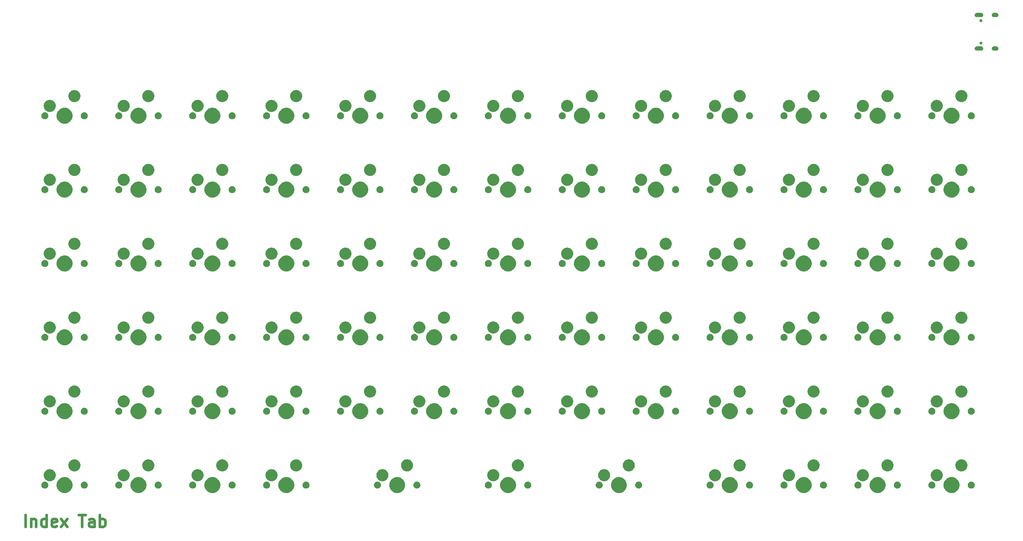
<source format=gbr>
G04 #@! TF.GenerationSoftware,KiCad,Pcbnew,(5.1.5)-3*
G04 #@! TF.CreationDate,2020-03-08T23:01:56+01:00*
G04 #@! TF.ProjectId,index-tab,696e6465-782d-4746-9162-2e6b69636164,rev?*
G04 #@! TF.SameCoordinates,Original*
G04 #@! TF.FileFunction,Soldermask,Top*
G04 #@! TF.FilePolarity,Negative*
%FSLAX46Y46*%
G04 Gerber Fmt 4.6, Leading zero omitted, Abs format (unit mm)*
G04 Created by KiCad (PCBNEW (5.1.5)-3) date 2020-03-08 23:01:56*
%MOMM*%
%LPD*%
G04 APERTURE LIST*
%ADD10C,0.700000*%
%ADD11C,0.100000*%
G04 APERTURE END LIST*
D10*
X28085714Y-163157142D02*
X28085714Y-160157142D01*
X29514285Y-161157142D02*
X29514285Y-163157142D01*
X29514285Y-161442857D02*
X29657142Y-161300000D01*
X29942857Y-161157142D01*
X30371428Y-161157142D01*
X30657142Y-161300000D01*
X30800000Y-161585714D01*
X30800000Y-163157142D01*
X33514285Y-163157142D02*
X33514285Y-160157142D01*
X33514285Y-163014285D02*
X33228571Y-163157142D01*
X32657142Y-163157142D01*
X32371428Y-163014285D01*
X32228571Y-162871428D01*
X32085714Y-162585714D01*
X32085714Y-161728571D01*
X32228571Y-161442857D01*
X32371428Y-161300000D01*
X32657142Y-161157142D01*
X33228571Y-161157142D01*
X33514285Y-161300000D01*
X36085714Y-163014285D02*
X35800000Y-163157142D01*
X35228571Y-163157142D01*
X34942857Y-163014285D01*
X34800000Y-162728571D01*
X34800000Y-161585714D01*
X34942857Y-161300000D01*
X35228571Y-161157142D01*
X35800000Y-161157142D01*
X36085714Y-161300000D01*
X36228571Y-161585714D01*
X36228571Y-161871428D01*
X34800000Y-162157142D01*
X37228571Y-163157142D02*
X38800000Y-161157142D01*
X37228571Y-161157142D02*
X38800000Y-163157142D01*
X41800000Y-160157142D02*
X43514285Y-160157142D01*
X42657142Y-163157142D02*
X42657142Y-160157142D01*
X45800000Y-163157142D02*
X45800000Y-161585714D01*
X45657142Y-161300000D01*
X45371428Y-161157142D01*
X44800000Y-161157142D01*
X44514285Y-161300000D01*
X45800000Y-163014285D02*
X45514285Y-163157142D01*
X44800000Y-163157142D01*
X44514285Y-163014285D01*
X44371428Y-162728571D01*
X44371428Y-162442857D01*
X44514285Y-162157142D01*
X44800000Y-162014285D01*
X45514285Y-162014285D01*
X45800000Y-161871428D01*
X47228571Y-163157142D02*
X47228571Y-160157142D01*
X47228571Y-161300000D02*
X47514285Y-161157142D01*
X48085714Y-161157142D01*
X48371428Y-161300000D01*
X48514285Y-161442857D01*
X48657142Y-161728571D01*
X48657142Y-162585714D01*
X48514285Y-162871428D01*
X48371428Y-163014285D01*
X48085714Y-163157142D01*
X47514285Y-163157142D01*
X47228571Y-163014285D01*
D11*
G36*
X76796474Y-150433684D02*
G01*
X77014474Y-150523983D01*
X77168623Y-150587833D01*
X77503548Y-150811623D01*
X77788377Y-151096452D01*
X78012167Y-151431377D01*
X78076017Y-151585526D01*
X78166316Y-151803526D01*
X78244900Y-152198594D01*
X78244900Y-152601406D01*
X78166316Y-152996474D01*
X78082322Y-153199253D01*
X78012167Y-153368623D01*
X77788377Y-153703548D01*
X77503548Y-153988377D01*
X77168623Y-154212167D01*
X77014474Y-154276017D01*
X76796474Y-154366316D01*
X76401406Y-154444900D01*
X75998594Y-154444900D01*
X75603526Y-154366316D01*
X75385526Y-154276017D01*
X75231377Y-154212167D01*
X74896452Y-153988377D01*
X74611623Y-153703548D01*
X74387833Y-153368623D01*
X74317678Y-153199253D01*
X74233684Y-152996474D01*
X74155100Y-152601406D01*
X74155100Y-152198594D01*
X74233684Y-151803526D01*
X74323983Y-151585526D01*
X74387833Y-151431377D01*
X74611623Y-151096452D01*
X74896452Y-150811623D01*
X75231377Y-150587833D01*
X75385526Y-150523983D01*
X75603526Y-150433684D01*
X75998594Y-150355100D01*
X76401406Y-150355100D01*
X76796474Y-150433684D01*
G37*
G36*
X248246474Y-150433684D02*
G01*
X248464474Y-150523983D01*
X248618623Y-150587833D01*
X248953548Y-150811623D01*
X249238377Y-151096452D01*
X249462167Y-151431377D01*
X249526017Y-151585526D01*
X249616316Y-151803526D01*
X249694900Y-152198594D01*
X249694900Y-152601406D01*
X249616316Y-152996474D01*
X249532322Y-153199253D01*
X249462167Y-153368623D01*
X249238377Y-153703548D01*
X248953548Y-153988377D01*
X248618623Y-154212167D01*
X248464474Y-154276017D01*
X248246474Y-154366316D01*
X247851406Y-154444900D01*
X247448594Y-154444900D01*
X247053526Y-154366316D01*
X246835526Y-154276017D01*
X246681377Y-154212167D01*
X246346452Y-153988377D01*
X246061623Y-153703548D01*
X245837833Y-153368623D01*
X245767678Y-153199253D01*
X245683684Y-152996474D01*
X245605100Y-152601406D01*
X245605100Y-152198594D01*
X245683684Y-151803526D01*
X245773983Y-151585526D01*
X245837833Y-151431377D01*
X246061623Y-151096452D01*
X246346452Y-150811623D01*
X246681377Y-150587833D01*
X246835526Y-150523983D01*
X247053526Y-150433684D01*
X247448594Y-150355100D01*
X247851406Y-150355100D01*
X248246474Y-150433684D01*
G37*
G36*
X152996474Y-150433684D02*
G01*
X153214474Y-150523983D01*
X153368623Y-150587833D01*
X153703548Y-150811623D01*
X153988377Y-151096452D01*
X154212167Y-151431377D01*
X154276017Y-151585526D01*
X154366316Y-151803526D01*
X154444900Y-152198594D01*
X154444900Y-152601406D01*
X154366316Y-152996474D01*
X154282322Y-153199253D01*
X154212167Y-153368623D01*
X153988377Y-153703548D01*
X153703548Y-153988377D01*
X153368623Y-154212167D01*
X153214474Y-154276017D01*
X152996474Y-154366316D01*
X152601406Y-154444900D01*
X152198594Y-154444900D01*
X151803526Y-154366316D01*
X151585526Y-154276017D01*
X151431377Y-154212167D01*
X151096452Y-153988377D01*
X150811623Y-153703548D01*
X150587833Y-153368623D01*
X150517678Y-153199253D01*
X150433684Y-152996474D01*
X150355100Y-152601406D01*
X150355100Y-152198594D01*
X150433684Y-151803526D01*
X150523983Y-151585526D01*
X150587833Y-151431377D01*
X150811623Y-151096452D01*
X151096452Y-150811623D01*
X151431377Y-150587833D01*
X151585526Y-150523983D01*
X151803526Y-150433684D01*
X152198594Y-150355100D01*
X152601406Y-150355100D01*
X152996474Y-150433684D01*
G37*
G36*
X181571474Y-150433684D02*
G01*
X181789474Y-150523983D01*
X181943623Y-150587833D01*
X182278548Y-150811623D01*
X182563377Y-151096452D01*
X182787167Y-151431377D01*
X182851017Y-151585526D01*
X182941316Y-151803526D01*
X183019900Y-152198594D01*
X183019900Y-152601406D01*
X182941316Y-152996474D01*
X182857322Y-153199253D01*
X182787167Y-153368623D01*
X182563377Y-153703548D01*
X182278548Y-153988377D01*
X181943623Y-154212167D01*
X181789474Y-154276017D01*
X181571474Y-154366316D01*
X181176406Y-154444900D01*
X180773594Y-154444900D01*
X180378526Y-154366316D01*
X180160526Y-154276017D01*
X180006377Y-154212167D01*
X179671452Y-153988377D01*
X179386623Y-153703548D01*
X179162833Y-153368623D01*
X179092678Y-153199253D01*
X179008684Y-152996474D01*
X178930100Y-152601406D01*
X178930100Y-152198594D01*
X179008684Y-151803526D01*
X179098983Y-151585526D01*
X179162833Y-151431377D01*
X179386623Y-151096452D01*
X179671452Y-150811623D01*
X180006377Y-150587833D01*
X180160526Y-150523983D01*
X180378526Y-150433684D01*
X180773594Y-150355100D01*
X181176406Y-150355100D01*
X181571474Y-150433684D01*
G37*
G36*
X210146474Y-150433684D02*
G01*
X210364474Y-150523983D01*
X210518623Y-150587833D01*
X210853548Y-150811623D01*
X211138377Y-151096452D01*
X211362167Y-151431377D01*
X211426017Y-151585526D01*
X211516316Y-151803526D01*
X211594900Y-152198594D01*
X211594900Y-152601406D01*
X211516316Y-152996474D01*
X211432322Y-153199253D01*
X211362167Y-153368623D01*
X211138377Y-153703548D01*
X210853548Y-153988377D01*
X210518623Y-154212167D01*
X210364474Y-154276017D01*
X210146474Y-154366316D01*
X209751406Y-154444900D01*
X209348594Y-154444900D01*
X208953526Y-154366316D01*
X208735526Y-154276017D01*
X208581377Y-154212167D01*
X208246452Y-153988377D01*
X207961623Y-153703548D01*
X207737833Y-153368623D01*
X207667678Y-153199253D01*
X207583684Y-152996474D01*
X207505100Y-152601406D01*
X207505100Y-152198594D01*
X207583684Y-151803526D01*
X207673983Y-151585526D01*
X207737833Y-151431377D01*
X207961623Y-151096452D01*
X208246452Y-150811623D01*
X208581377Y-150587833D01*
X208735526Y-150523983D01*
X208953526Y-150433684D01*
X209348594Y-150355100D01*
X209751406Y-150355100D01*
X210146474Y-150433684D01*
G37*
G36*
X38696474Y-150433684D02*
G01*
X38914474Y-150523983D01*
X39068623Y-150587833D01*
X39403548Y-150811623D01*
X39688377Y-151096452D01*
X39912167Y-151431377D01*
X39976017Y-151585526D01*
X40066316Y-151803526D01*
X40144900Y-152198594D01*
X40144900Y-152601406D01*
X40066316Y-152996474D01*
X39982322Y-153199253D01*
X39912167Y-153368623D01*
X39688377Y-153703548D01*
X39403548Y-153988377D01*
X39068623Y-154212167D01*
X38914474Y-154276017D01*
X38696474Y-154366316D01*
X38301406Y-154444900D01*
X37898594Y-154444900D01*
X37503526Y-154366316D01*
X37285526Y-154276017D01*
X37131377Y-154212167D01*
X36796452Y-153988377D01*
X36511623Y-153703548D01*
X36287833Y-153368623D01*
X36217678Y-153199253D01*
X36133684Y-152996474D01*
X36055100Y-152601406D01*
X36055100Y-152198594D01*
X36133684Y-151803526D01*
X36223983Y-151585526D01*
X36287833Y-151431377D01*
X36511623Y-151096452D01*
X36796452Y-150811623D01*
X37131377Y-150587833D01*
X37285526Y-150523983D01*
X37503526Y-150433684D01*
X37898594Y-150355100D01*
X38301406Y-150355100D01*
X38696474Y-150433684D01*
G37*
G36*
X57746474Y-150433684D02*
G01*
X57964474Y-150523983D01*
X58118623Y-150587833D01*
X58453548Y-150811623D01*
X58738377Y-151096452D01*
X58962167Y-151431377D01*
X59026017Y-151585526D01*
X59116316Y-151803526D01*
X59194900Y-152198594D01*
X59194900Y-152601406D01*
X59116316Y-152996474D01*
X59032322Y-153199253D01*
X58962167Y-153368623D01*
X58738377Y-153703548D01*
X58453548Y-153988377D01*
X58118623Y-154212167D01*
X57964474Y-154276017D01*
X57746474Y-154366316D01*
X57351406Y-154444900D01*
X56948594Y-154444900D01*
X56553526Y-154366316D01*
X56335526Y-154276017D01*
X56181377Y-154212167D01*
X55846452Y-153988377D01*
X55561623Y-153703548D01*
X55337833Y-153368623D01*
X55267678Y-153199253D01*
X55183684Y-152996474D01*
X55105100Y-152601406D01*
X55105100Y-152198594D01*
X55183684Y-151803526D01*
X55273983Y-151585526D01*
X55337833Y-151431377D01*
X55561623Y-151096452D01*
X55846452Y-150811623D01*
X56181377Y-150587833D01*
X56335526Y-150523983D01*
X56553526Y-150433684D01*
X56948594Y-150355100D01*
X57351406Y-150355100D01*
X57746474Y-150433684D01*
G37*
G36*
X229196474Y-150433684D02*
G01*
X229414474Y-150523983D01*
X229568623Y-150587833D01*
X229903548Y-150811623D01*
X230188377Y-151096452D01*
X230412167Y-151431377D01*
X230476017Y-151585526D01*
X230566316Y-151803526D01*
X230644900Y-152198594D01*
X230644900Y-152601406D01*
X230566316Y-152996474D01*
X230482322Y-153199253D01*
X230412167Y-153368623D01*
X230188377Y-153703548D01*
X229903548Y-153988377D01*
X229568623Y-154212167D01*
X229414474Y-154276017D01*
X229196474Y-154366316D01*
X228801406Y-154444900D01*
X228398594Y-154444900D01*
X228003526Y-154366316D01*
X227785526Y-154276017D01*
X227631377Y-154212167D01*
X227296452Y-153988377D01*
X227011623Y-153703548D01*
X226787833Y-153368623D01*
X226717678Y-153199253D01*
X226633684Y-152996474D01*
X226555100Y-152601406D01*
X226555100Y-152198594D01*
X226633684Y-151803526D01*
X226723983Y-151585526D01*
X226787833Y-151431377D01*
X227011623Y-151096452D01*
X227296452Y-150811623D01*
X227631377Y-150587833D01*
X227785526Y-150523983D01*
X228003526Y-150433684D01*
X228398594Y-150355100D01*
X228801406Y-150355100D01*
X229196474Y-150433684D01*
G37*
G36*
X124421474Y-150433684D02*
G01*
X124639474Y-150523983D01*
X124793623Y-150587833D01*
X125128548Y-150811623D01*
X125413377Y-151096452D01*
X125637167Y-151431377D01*
X125701017Y-151585526D01*
X125791316Y-151803526D01*
X125869900Y-152198594D01*
X125869900Y-152601406D01*
X125791316Y-152996474D01*
X125707322Y-153199253D01*
X125637167Y-153368623D01*
X125413377Y-153703548D01*
X125128548Y-153988377D01*
X124793623Y-154212167D01*
X124639474Y-154276017D01*
X124421474Y-154366316D01*
X124026406Y-154444900D01*
X123623594Y-154444900D01*
X123228526Y-154366316D01*
X123010526Y-154276017D01*
X122856377Y-154212167D01*
X122521452Y-153988377D01*
X122236623Y-153703548D01*
X122012833Y-153368623D01*
X121942678Y-153199253D01*
X121858684Y-152996474D01*
X121780100Y-152601406D01*
X121780100Y-152198594D01*
X121858684Y-151803526D01*
X121948983Y-151585526D01*
X122012833Y-151431377D01*
X122236623Y-151096452D01*
X122521452Y-150811623D01*
X122856377Y-150587833D01*
X123010526Y-150523983D01*
X123228526Y-150433684D01*
X123623594Y-150355100D01*
X124026406Y-150355100D01*
X124421474Y-150433684D01*
G37*
G36*
X267296474Y-150433684D02*
G01*
X267514474Y-150523983D01*
X267668623Y-150587833D01*
X268003548Y-150811623D01*
X268288377Y-151096452D01*
X268512167Y-151431377D01*
X268576017Y-151585526D01*
X268666316Y-151803526D01*
X268744900Y-152198594D01*
X268744900Y-152601406D01*
X268666316Y-152996474D01*
X268582322Y-153199253D01*
X268512167Y-153368623D01*
X268288377Y-153703548D01*
X268003548Y-153988377D01*
X267668623Y-154212167D01*
X267514474Y-154276017D01*
X267296474Y-154366316D01*
X266901406Y-154444900D01*
X266498594Y-154444900D01*
X266103526Y-154366316D01*
X265885526Y-154276017D01*
X265731377Y-154212167D01*
X265396452Y-153988377D01*
X265111623Y-153703548D01*
X264887833Y-153368623D01*
X264817678Y-153199253D01*
X264733684Y-152996474D01*
X264655100Y-152601406D01*
X264655100Y-152198594D01*
X264733684Y-151803526D01*
X264823983Y-151585526D01*
X264887833Y-151431377D01*
X265111623Y-151096452D01*
X265396452Y-150811623D01*
X265731377Y-150587833D01*
X265885526Y-150523983D01*
X266103526Y-150433684D01*
X266498594Y-150355100D01*
X266901406Y-150355100D01*
X267296474Y-150433684D01*
G37*
G36*
X95846474Y-150433684D02*
G01*
X96064474Y-150523983D01*
X96218623Y-150587833D01*
X96553548Y-150811623D01*
X96838377Y-151096452D01*
X97062167Y-151431377D01*
X97126017Y-151585526D01*
X97216316Y-151803526D01*
X97294900Y-152198594D01*
X97294900Y-152601406D01*
X97216316Y-152996474D01*
X97132322Y-153199253D01*
X97062167Y-153368623D01*
X96838377Y-153703548D01*
X96553548Y-153988377D01*
X96218623Y-154212167D01*
X96064474Y-154276017D01*
X95846474Y-154366316D01*
X95451406Y-154444900D01*
X95048594Y-154444900D01*
X94653526Y-154366316D01*
X94435526Y-154276017D01*
X94281377Y-154212167D01*
X93946452Y-153988377D01*
X93661623Y-153703548D01*
X93437833Y-153368623D01*
X93367678Y-153199253D01*
X93283684Y-152996474D01*
X93205100Y-152601406D01*
X93205100Y-152198594D01*
X93283684Y-151803526D01*
X93373983Y-151585526D01*
X93437833Y-151431377D01*
X93661623Y-151096452D01*
X93946452Y-150811623D01*
X94281377Y-150587833D01*
X94435526Y-150523983D01*
X94653526Y-150433684D01*
X95048594Y-150355100D01*
X95451406Y-150355100D01*
X95846474Y-150433684D01*
G37*
G36*
X242745952Y-151515429D02*
G01*
X242833075Y-151532759D01*
X242942498Y-151578084D01*
X242997211Y-151600747D01*
X243143933Y-151698783D01*
X243144928Y-151699448D01*
X243270552Y-151825072D01*
X243270554Y-151825075D01*
X243369253Y-151972789D01*
X243369253Y-151972790D01*
X243437241Y-152136925D01*
X243471900Y-152311171D01*
X243471900Y-152488829D01*
X243437241Y-152663075D01*
X243391916Y-152772498D01*
X243369253Y-152827211D01*
X243271217Y-152973933D01*
X243270552Y-152974928D01*
X243144928Y-153100552D01*
X243144925Y-153100554D01*
X242997211Y-153199253D01*
X242942498Y-153221916D01*
X242833075Y-153267241D01*
X242745952Y-153284571D01*
X242658831Y-153301900D01*
X242481169Y-153301900D01*
X242394048Y-153284571D01*
X242306925Y-153267241D01*
X242197502Y-153221916D01*
X242142789Y-153199253D01*
X241995075Y-153100554D01*
X241995072Y-153100552D01*
X241869448Y-152974928D01*
X241868783Y-152973933D01*
X241770747Y-152827211D01*
X241748084Y-152772498D01*
X241702759Y-152663075D01*
X241668100Y-152488829D01*
X241668100Y-152311171D01*
X241702759Y-152136925D01*
X241770747Y-151972790D01*
X241770747Y-151972789D01*
X241869446Y-151825075D01*
X241869448Y-151825072D01*
X241995072Y-151699448D01*
X241996067Y-151698783D01*
X242142789Y-151600747D01*
X242197502Y-151578084D01*
X242306925Y-151532759D01*
X242394048Y-151515429D01*
X242481169Y-151498100D01*
X242658831Y-151498100D01*
X242745952Y-151515429D01*
G37*
G36*
X81455952Y-151515429D02*
G01*
X81543075Y-151532759D01*
X81652498Y-151578084D01*
X81707211Y-151600747D01*
X81853933Y-151698783D01*
X81854928Y-151699448D01*
X81980552Y-151825072D01*
X81980554Y-151825075D01*
X82079253Y-151972789D01*
X82079253Y-151972790D01*
X82147241Y-152136925D01*
X82181900Y-152311171D01*
X82181900Y-152488829D01*
X82147241Y-152663075D01*
X82101916Y-152772498D01*
X82079253Y-152827211D01*
X81981217Y-152973933D01*
X81980552Y-152974928D01*
X81854928Y-153100552D01*
X81854925Y-153100554D01*
X81707211Y-153199253D01*
X81652498Y-153221916D01*
X81543075Y-153267241D01*
X81455952Y-153284571D01*
X81368831Y-153301900D01*
X81191169Y-153301900D01*
X81104048Y-153284571D01*
X81016925Y-153267241D01*
X80907502Y-153221916D01*
X80852789Y-153199253D01*
X80705075Y-153100554D01*
X80705072Y-153100552D01*
X80579448Y-152974928D01*
X80578783Y-152973933D01*
X80480747Y-152827211D01*
X80458084Y-152772498D01*
X80412759Y-152663075D01*
X80378100Y-152488829D01*
X80378100Y-152311171D01*
X80412759Y-152136925D01*
X80480747Y-151972790D01*
X80480747Y-151972789D01*
X80579446Y-151825075D01*
X80579448Y-151825072D01*
X80705072Y-151699448D01*
X80706067Y-151698783D01*
X80852789Y-151600747D01*
X80907502Y-151578084D01*
X81016925Y-151532759D01*
X81104048Y-151515429D01*
X81191169Y-151498100D01*
X81368831Y-151498100D01*
X81455952Y-151515429D01*
G37*
G36*
X71295952Y-151515429D02*
G01*
X71383075Y-151532759D01*
X71492498Y-151578084D01*
X71547211Y-151600747D01*
X71693933Y-151698783D01*
X71694928Y-151699448D01*
X71820552Y-151825072D01*
X71820554Y-151825075D01*
X71919253Y-151972789D01*
X71919253Y-151972790D01*
X71987241Y-152136925D01*
X72021900Y-152311171D01*
X72021900Y-152488829D01*
X71987241Y-152663075D01*
X71941916Y-152772498D01*
X71919253Y-152827211D01*
X71821217Y-152973933D01*
X71820552Y-152974928D01*
X71694928Y-153100552D01*
X71694925Y-153100554D01*
X71547211Y-153199253D01*
X71492498Y-153221916D01*
X71383075Y-153267241D01*
X71295952Y-153284571D01*
X71208831Y-153301900D01*
X71031169Y-153301900D01*
X70944048Y-153284571D01*
X70856925Y-153267241D01*
X70747502Y-153221916D01*
X70692789Y-153199253D01*
X70545075Y-153100554D01*
X70545072Y-153100552D01*
X70419448Y-152974928D01*
X70418783Y-152973933D01*
X70320747Y-152827211D01*
X70298084Y-152772498D01*
X70252759Y-152663075D01*
X70218100Y-152488829D01*
X70218100Y-152311171D01*
X70252759Y-152136925D01*
X70320747Y-151972790D01*
X70320747Y-151972789D01*
X70419446Y-151825075D01*
X70419448Y-151825072D01*
X70545072Y-151699448D01*
X70546067Y-151698783D01*
X70692789Y-151600747D01*
X70747502Y-151578084D01*
X70856925Y-151532759D01*
X70944048Y-151515429D01*
X71031169Y-151498100D01*
X71208831Y-151498100D01*
X71295952Y-151515429D01*
G37*
G36*
X100505952Y-151515429D02*
G01*
X100593075Y-151532759D01*
X100702498Y-151578084D01*
X100757211Y-151600747D01*
X100903933Y-151698783D01*
X100904928Y-151699448D01*
X101030552Y-151825072D01*
X101030554Y-151825075D01*
X101129253Y-151972789D01*
X101129253Y-151972790D01*
X101197241Y-152136925D01*
X101231900Y-152311171D01*
X101231900Y-152488829D01*
X101197241Y-152663075D01*
X101151916Y-152772498D01*
X101129253Y-152827211D01*
X101031217Y-152973933D01*
X101030552Y-152974928D01*
X100904928Y-153100552D01*
X100904925Y-153100554D01*
X100757211Y-153199253D01*
X100702498Y-153221916D01*
X100593075Y-153267241D01*
X100505952Y-153284571D01*
X100418831Y-153301900D01*
X100241169Y-153301900D01*
X100154048Y-153284571D01*
X100066925Y-153267241D01*
X99957502Y-153221916D01*
X99902789Y-153199253D01*
X99755075Y-153100554D01*
X99755072Y-153100552D01*
X99629448Y-152974928D01*
X99628783Y-152973933D01*
X99530747Y-152827211D01*
X99508084Y-152772498D01*
X99462759Y-152663075D01*
X99428100Y-152488829D01*
X99428100Y-152311171D01*
X99462759Y-152136925D01*
X99530747Y-151972790D01*
X99530747Y-151972789D01*
X99629446Y-151825075D01*
X99629448Y-151825072D01*
X99755072Y-151699448D01*
X99756067Y-151698783D01*
X99902789Y-151600747D01*
X99957502Y-151578084D01*
X100066925Y-151532759D01*
X100154048Y-151515429D01*
X100241169Y-151498100D01*
X100418831Y-151498100D01*
X100505952Y-151515429D01*
G37*
G36*
X90345952Y-151515429D02*
G01*
X90433075Y-151532759D01*
X90542498Y-151578084D01*
X90597211Y-151600747D01*
X90743933Y-151698783D01*
X90744928Y-151699448D01*
X90870552Y-151825072D01*
X90870554Y-151825075D01*
X90969253Y-151972789D01*
X90969253Y-151972790D01*
X91037241Y-152136925D01*
X91071900Y-152311171D01*
X91071900Y-152488829D01*
X91037241Y-152663075D01*
X90991916Y-152772498D01*
X90969253Y-152827211D01*
X90871217Y-152973933D01*
X90870552Y-152974928D01*
X90744928Y-153100552D01*
X90744925Y-153100554D01*
X90597211Y-153199253D01*
X90542498Y-153221916D01*
X90433075Y-153267241D01*
X90345952Y-153284571D01*
X90258831Y-153301900D01*
X90081169Y-153301900D01*
X89994048Y-153284571D01*
X89906925Y-153267241D01*
X89797502Y-153221916D01*
X89742789Y-153199253D01*
X89595075Y-153100554D01*
X89595072Y-153100552D01*
X89469448Y-152974928D01*
X89468783Y-152973933D01*
X89370747Y-152827211D01*
X89348084Y-152772498D01*
X89302759Y-152663075D01*
X89268100Y-152488829D01*
X89268100Y-152311171D01*
X89302759Y-152136925D01*
X89370747Y-151972790D01*
X89370747Y-151972789D01*
X89469446Y-151825075D01*
X89469448Y-151825072D01*
X89595072Y-151699448D01*
X89596067Y-151698783D01*
X89742789Y-151600747D01*
X89797502Y-151578084D01*
X89906925Y-151532759D01*
X89994048Y-151515429D01*
X90081169Y-151498100D01*
X90258831Y-151498100D01*
X90345952Y-151515429D01*
G37*
G36*
X129080952Y-151515429D02*
G01*
X129168075Y-151532759D01*
X129277498Y-151578084D01*
X129332211Y-151600747D01*
X129478933Y-151698783D01*
X129479928Y-151699448D01*
X129605552Y-151825072D01*
X129605554Y-151825075D01*
X129704253Y-151972789D01*
X129704253Y-151972790D01*
X129772241Y-152136925D01*
X129806900Y-152311171D01*
X129806900Y-152488829D01*
X129772241Y-152663075D01*
X129726916Y-152772498D01*
X129704253Y-152827211D01*
X129606217Y-152973933D01*
X129605552Y-152974928D01*
X129479928Y-153100552D01*
X129479925Y-153100554D01*
X129332211Y-153199253D01*
X129277498Y-153221916D01*
X129168075Y-153267241D01*
X129080952Y-153284571D01*
X128993831Y-153301900D01*
X128816169Y-153301900D01*
X128729048Y-153284571D01*
X128641925Y-153267241D01*
X128532502Y-153221916D01*
X128477789Y-153199253D01*
X128330075Y-153100554D01*
X128330072Y-153100552D01*
X128204448Y-152974928D01*
X128203783Y-152973933D01*
X128105747Y-152827211D01*
X128083084Y-152772498D01*
X128037759Y-152663075D01*
X128003100Y-152488829D01*
X128003100Y-152311171D01*
X128037759Y-152136925D01*
X128105747Y-151972790D01*
X128105747Y-151972789D01*
X128204446Y-151825075D01*
X128204448Y-151825072D01*
X128330072Y-151699448D01*
X128331067Y-151698783D01*
X128477789Y-151600747D01*
X128532502Y-151578084D01*
X128641925Y-151532759D01*
X128729048Y-151515429D01*
X128816169Y-151498100D01*
X128993831Y-151498100D01*
X129080952Y-151515429D01*
G37*
G36*
X118920952Y-151515429D02*
G01*
X119008075Y-151532759D01*
X119117498Y-151578084D01*
X119172211Y-151600747D01*
X119318933Y-151698783D01*
X119319928Y-151699448D01*
X119445552Y-151825072D01*
X119445554Y-151825075D01*
X119544253Y-151972789D01*
X119544253Y-151972790D01*
X119612241Y-152136925D01*
X119646900Y-152311171D01*
X119646900Y-152488829D01*
X119612241Y-152663075D01*
X119566916Y-152772498D01*
X119544253Y-152827211D01*
X119446217Y-152973933D01*
X119445552Y-152974928D01*
X119319928Y-153100552D01*
X119319925Y-153100554D01*
X119172211Y-153199253D01*
X119117498Y-153221916D01*
X119008075Y-153267241D01*
X118920952Y-153284571D01*
X118833831Y-153301900D01*
X118656169Y-153301900D01*
X118569048Y-153284571D01*
X118481925Y-153267241D01*
X118372502Y-153221916D01*
X118317789Y-153199253D01*
X118170075Y-153100554D01*
X118170072Y-153100552D01*
X118044448Y-152974928D01*
X118043783Y-152973933D01*
X117945747Y-152827211D01*
X117923084Y-152772498D01*
X117877759Y-152663075D01*
X117843100Y-152488829D01*
X117843100Y-152311171D01*
X117877759Y-152136925D01*
X117945747Y-151972790D01*
X117945747Y-151972789D01*
X118044446Y-151825075D01*
X118044448Y-151825072D01*
X118170072Y-151699448D01*
X118171067Y-151698783D01*
X118317789Y-151600747D01*
X118372502Y-151578084D01*
X118481925Y-151532759D01*
X118569048Y-151515429D01*
X118656169Y-151498100D01*
X118833831Y-151498100D01*
X118920952Y-151515429D01*
G37*
G36*
X261795952Y-151515429D02*
G01*
X261883075Y-151532759D01*
X261992498Y-151578084D01*
X262047211Y-151600747D01*
X262193933Y-151698783D01*
X262194928Y-151699448D01*
X262320552Y-151825072D01*
X262320554Y-151825075D01*
X262419253Y-151972789D01*
X262419253Y-151972790D01*
X262487241Y-152136925D01*
X262521900Y-152311171D01*
X262521900Y-152488829D01*
X262487241Y-152663075D01*
X262441916Y-152772498D01*
X262419253Y-152827211D01*
X262321217Y-152973933D01*
X262320552Y-152974928D01*
X262194928Y-153100552D01*
X262194925Y-153100554D01*
X262047211Y-153199253D01*
X261992498Y-153221916D01*
X261883075Y-153267241D01*
X261795952Y-153284571D01*
X261708831Y-153301900D01*
X261531169Y-153301900D01*
X261444048Y-153284571D01*
X261356925Y-153267241D01*
X261247502Y-153221916D01*
X261192789Y-153199253D01*
X261045075Y-153100554D01*
X261045072Y-153100552D01*
X260919448Y-152974928D01*
X260918783Y-152973933D01*
X260820747Y-152827211D01*
X260798084Y-152772498D01*
X260752759Y-152663075D01*
X260718100Y-152488829D01*
X260718100Y-152311171D01*
X260752759Y-152136925D01*
X260820747Y-151972790D01*
X260820747Y-151972789D01*
X260919446Y-151825075D01*
X260919448Y-151825072D01*
X261045072Y-151699448D01*
X261046067Y-151698783D01*
X261192789Y-151600747D01*
X261247502Y-151578084D01*
X261356925Y-151532759D01*
X261444048Y-151515429D01*
X261531169Y-151498100D01*
X261708831Y-151498100D01*
X261795952Y-151515429D01*
G37*
G36*
X52245952Y-151515429D02*
G01*
X52333075Y-151532759D01*
X52442498Y-151578084D01*
X52497211Y-151600747D01*
X52643933Y-151698783D01*
X52644928Y-151699448D01*
X52770552Y-151825072D01*
X52770554Y-151825075D01*
X52869253Y-151972789D01*
X52869253Y-151972790D01*
X52937241Y-152136925D01*
X52971900Y-152311171D01*
X52971900Y-152488829D01*
X52937241Y-152663075D01*
X52891916Y-152772498D01*
X52869253Y-152827211D01*
X52771217Y-152973933D01*
X52770552Y-152974928D01*
X52644928Y-153100552D01*
X52644925Y-153100554D01*
X52497211Y-153199253D01*
X52442498Y-153221916D01*
X52333075Y-153267241D01*
X52245952Y-153284571D01*
X52158831Y-153301900D01*
X51981169Y-153301900D01*
X51894048Y-153284571D01*
X51806925Y-153267241D01*
X51697502Y-153221916D01*
X51642789Y-153199253D01*
X51495075Y-153100554D01*
X51495072Y-153100552D01*
X51369448Y-152974928D01*
X51368783Y-152973933D01*
X51270747Y-152827211D01*
X51248084Y-152772498D01*
X51202759Y-152663075D01*
X51168100Y-152488829D01*
X51168100Y-152311171D01*
X51202759Y-152136925D01*
X51270747Y-151972790D01*
X51270747Y-151972789D01*
X51369446Y-151825075D01*
X51369448Y-151825072D01*
X51495072Y-151699448D01*
X51496067Y-151698783D01*
X51642789Y-151600747D01*
X51697502Y-151578084D01*
X51806925Y-151532759D01*
X51894048Y-151515429D01*
X51981169Y-151498100D01*
X52158831Y-151498100D01*
X52245952Y-151515429D01*
G37*
G36*
X62405952Y-151515429D02*
G01*
X62493075Y-151532759D01*
X62602498Y-151578084D01*
X62657211Y-151600747D01*
X62803933Y-151698783D01*
X62804928Y-151699448D01*
X62930552Y-151825072D01*
X62930554Y-151825075D01*
X63029253Y-151972789D01*
X63029253Y-151972790D01*
X63097241Y-152136925D01*
X63131900Y-152311171D01*
X63131900Y-152488829D01*
X63097241Y-152663075D01*
X63051916Y-152772498D01*
X63029253Y-152827211D01*
X62931217Y-152973933D01*
X62930552Y-152974928D01*
X62804928Y-153100552D01*
X62804925Y-153100554D01*
X62657211Y-153199253D01*
X62602498Y-153221916D01*
X62493075Y-153267241D01*
X62405952Y-153284571D01*
X62318831Y-153301900D01*
X62141169Y-153301900D01*
X62054048Y-153284571D01*
X61966925Y-153267241D01*
X61857502Y-153221916D01*
X61802789Y-153199253D01*
X61655075Y-153100554D01*
X61655072Y-153100552D01*
X61529448Y-152974928D01*
X61528783Y-152973933D01*
X61430747Y-152827211D01*
X61408084Y-152772498D01*
X61362759Y-152663075D01*
X61328100Y-152488829D01*
X61328100Y-152311171D01*
X61362759Y-152136925D01*
X61430747Y-151972790D01*
X61430747Y-151972789D01*
X61529446Y-151825075D01*
X61529448Y-151825072D01*
X61655072Y-151699448D01*
X61656067Y-151698783D01*
X61802789Y-151600747D01*
X61857502Y-151578084D01*
X61966925Y-151532759D01*
X62054048Y-151515429D01*
X62141169Y-151498100D01*
X62318831Y-151498100D01*
X62405952Y-151515429D01*
G37*
G36*
X223695952Y-151515429D02*
G01*
X223783075Y-151532759D01*
X223892498Y-151578084D01*
X223947211Y-151600747D01*
X224093933Y-151698783D01*
X224094928Y-151699448D01*
X224220552Y-151825072D01*
X224220554Y-151825075D01*
X224319253Y-151972789D01*
X224319253Y-151972790D01*
X224387241Y-152136925D01*
X224421900Y-152311171D01*
X224421900Y-152488829D01*
X224387241Y-152663075D01*
X224341916Y-152772498D01*
X224319253Y-152827211D01*
X224221217Y-152973933D01*
X224220552Y-152974928D01*
X224094928Y-153100552D01*
X224094925Y-153100554D01*
X223947211Y-153199253D01*
X223892498Y-153221916D01*
X223783075Y-153267241D01*
X223695952Y-153284571D01*
X223608831Y-153301900D01*
X223431169Y-153301900D01*
X223344048Y-153284571D01*
X223256925Y-153267241D01*
X223147502Y-153221916D01*
X223092789Y-153199253D01*
X222945075Y-153100554D01*
X222945072Y-153100552D01*
X222819448Y-152974928D01*
X222818783Y-152973933D01*
X222720747Y-152827211D01*
X222698084Y-152772498D01*
X222652759Y-152663075D01*
X222618100Y-152488829D01*
X222618100Y-152311171D01*
X222652759Y-152136925D01*
X222720747Y-151972790D01*
X222720747Y-151972789D01*
X222819446Y-151825075D01*
X222819448Y-151825072D01*
X222945072Y-151699448D01*
X222946067Y-151698783D01*
X223092789Y-151600747D01*
X223147502Y-151578084D01*
X223256925Y-151532759D01*
X223344048Y-151515429D01*
X223431169Y-151498100D01*
X223608831Y-151498100D01*
X223695952Y-151515429D01*
G37*
G36*
X186230952Y-151515429D02*
G01*
X186318075Y-151532759D01*
X186427498Y-151578084D01*
X186482211Y-151600747D01*
X186628933Y-151698783D01*
X186629928Y-151699448D01*
X186755552Y-151825072D01*
X186755554Y-151825075D01*
X186854253Y-151972789D01*
X186854253Y-151972790D01*
X186922241Y-152136925D01*
X186956900Y-152311171D01*
X186956900Y-152488829D01*
X186922241Y-152663075D01*
X186876916Y-152772498D01*
X186854253Y-152827211D01*
X186756217Y-152973933D01*
X186755552Y-152974928D01*
X186629928Y-153100552D01*
X186629925Y-153100554D01*
X186482211Y-153199253D01*
X186427498Y-153221916D01*
X186318075Y-153267241D01*
X186230952Y-153284571D01*
X186143831Y-153301900D01*
X185966169Y-153301900D01*
X185879048Y-153284571D01*
X185791925Y-153267241D01*
X185682502Y-153221916D01*
X185627789Y-153199253D01*
X185480075Y-153100554D01*
X185480072Y-153100552D01*
X185354448Y-152974928D01*
X185353783Y-152973933D01*
X185255747Y-152827211D01*
X185233084Y-152772498D01*
X185187759Y-152663075D01*
X185153100Y-152488829D01*
X185153100Y-152311171D01*
X185187759Y-152136925D01*
X185255747Y-151972790D01*
X185255747Y-151972789D01*
X185354446Y-151825075D01*
X185354448Y-151825072D01*
X185480072Y-151699448D01*
X185481067Y-151698783D01*
X185627789Y-151600747D01*
X185682502Y-151578084D01*
X185791925Y-151532759D01*
X185879048Y-151515429D01*
X185966169Y-151498100D01*
X186143831Y-151498100D01*
X186230952Y-151515429D01*
G37*
G36*
X233855952Y-151515429D02*
G01*
X233943075Y-151532759D01*
X234052498Y-151578084D01*
X234107211Y-151600747D01*
X234253933Y-151698783D01*
X234254928Y-151699448D01*
X234380552Y-151825072D01*
X234380554Y-151825075D01*
X234479253Y-151972789D01*
X234479253Y-151972790D01*
X234547241Y-152136925D01*
X234581900Y-152311171D01*
X234581900Y-152488829D01*
X234547241Y-152663075D01*
X234501916Y-152772498D01*
X234479253Y-152827211D01*
X234381217Y-152973933D01*
X234380552Y-152974928D01*
X234254928Y-153100552D01*
X234254925Y-153100554D01*
X234107211Y-153199253D01*
X234052498Y-153221916D01*
X233943075Y-153267241D01*
X233855952Y-153284571D01*
X233768831Y-153301900D01*
X233591169Y-153301900D01*
X233504048Y-153284571D01*
X233416925Y-153267241D01*
X233307502Y-153221916D01*
X233252789Y-153199253D01*
X233105075Y-153100554D01*
X233105072Y-153100552D01*
X232979448Y-152974928D01*
X232978783Y-152973933D01*
X232880747Y-152827211D01*
X232858084Y-152772498D01*
X232812759Y-152663075D01*
X232778100Y-152488829D01*
X232778100Y-152311171D01*
X232812759Y-152136925D01*
X232880747Y-151972790D01*
X232880747Y-151972789D01*
X232979446Y-151825075D01*
X232979448Y-151825072D01*
X233105072Y-151699448D01*
X233106067Y-151698783D01*
X233252789Y-151600747D01*
X233307502Y-151578084D01*
X233416925Y-151532759D01*
X233504048Y-151515429D01*
X233591169Y-151498100D01*
X233768831Y-151498100D01*
X233855952Y-151515429D01*
G37*
G36*
X204645952Y-151515429D02*
G01*
X204733075Y-151532759D01*
X204842498Y-151578084D01*
X204897211Y-151600747D01*
X205043933Y-151698783D01*
X205044928Y-151699448D01*
X205170552Y-151825072D01*
X205170554Y-151825075D01*
X205269253Y-151972789D01*
X205269253Y-151972790D01*
X205337241Y-152136925D01*
X205371900Y-152311171D01*
X205371900Y-152488829D01*
X205337241Y-152663075D01*
X205291916Y-152772498D01*
X205269253Y-152827211D01*
X205171217Y-152973933D01*
X205170552Y-152974928D01*
X205044928Y-153100552D01*
X205044925Y-153100554D01*
X204897211Y-153199253D01*
X204842498Y-153221916D01*
X204733075Y-153267241D01*
X204645952Y-153284571D01*
X204558831Y-153301900D01*
X204381169Y-153301900D01*
X204294048Y-153284571D01*
X204206925Y-153267241D01*
X204097502Y-153221916D01*
X204042789Y-153199253D01*
X203895075Y-153100554D01*
X203895072Y-153100552D01*
X203769448Y-152974928D01*
X203768783Y-152973933D01*
X203670747Y-152827211D01*
X203648084Y-152772498D01*
X203602759Y-152663075D01*
X203568100Y-152488829D01*
X203568100Y-152311171D01*
X203602759Y-152136925D01*
X203670747Y-151972790D01*
X203670747Y-151972789D01*
X203769446Y-151825075D01*
X203769448Y-151825072D01*
X203895072Y-151699448D01*
X203896067Y-151698783D01*
X204042789Y-151600747D01*
X204097502Y-151578084D01*
X204206925Y-151532759D01*
X204294048Y-151515429D01*
X204381169Y-151498100D01*
X204558831Y-151498100D01*
X204645952Y-151515429D01*
G37*
G36*
X214805952Y-151515429D02*
G01*
X214893075Y-151532759D01*
X215002498Y-151578084D01*
X215057211Y-151600747D01*
X215203933Y-151698783D01*
X215204928Y-151699448D01*
X215330552Y-151825072D01*
X215330554Y-151825075D01*
X215429253Y-151972789D01*
X215429253Y-151972790D01*
X215497241Y-152136925D01*
X215531900Y-152311171D01*
X215531900Y-152488829D01*
X215497241Y-152663075D01*
X215451916Y-152772498D01*
X215429253Y-152827211D01*
X215331217Y-152973933D01*
X215330552Y-152974928D01*
X215204928Y-153100552D01*
X215204925Y-153100554D01*
X215057211Y-153199253D01*
X215002498Y-153221916D01*
X214893075Y-153267241D01*
X214805952Y-153284571D01*
X214718831Y-153301900D01*
X214541169Y-153301900D01*
X214454048Y-153284571D01*
X214366925Y-153267241D01*
X214257502Y-153221916D01*
X214202789Y-153199253D01*
X214055075Y-153100554D01*
X214055072Y-153100552D01*
X213929448Y-152974928D01*
X213928783Y-152973933D01*
X213830747Y-152827211D01*
X213808084Y-152772498D01*
X213762759Y-152663075D01*
X213728100Y-152488829D01*
X213728100Y-152311171D01*
X213762759Y-152136925D01*
X213830747Y-151972790D01*
X213830747Y-151972789D01*
X213929446Y-151825075D01*
X213929448Y-151825072D01*
X214055072Y-151699448D01*
X214056067Y-151698783D01*
X214202789Y-151600747D01*
X214257502Y-151578084D01*
X214366925Y-151532759D01*
X214454048Y-151515429D01*
X214541169Y-151498100D01*
X214718831Y-151498100D01*
X214805952Y-151515429D01*
G37*
G36*
X43355952Y-151515429D02*
G01*
X43443075Y-151532759D01*
X43552498Y-151578084D01*
X43607211Y-151600747D01*
X43753933Y-151698783D01*
X43754928Y-151699448D01*
X43880552Y-151825072D01*
X43880554Y-151825075D01*
X43979253Y-151972789D01*
X43979253Y-151972790D01*
X44047241Y-152136925D01*
X44081900Y-152311171D01*
X44081900Y-152488829D01*
X44047241Y-152663075D01*
X44001916Y-152772498D01*
X43979253Y-152827211D01*
X43881217Y-152973933D01*
X43880552Y-152974928D01*
X43754928Y-153100552D01*
X43754925Y-153100554D01*
X43607211Y-153199253D01*
X43552498Y-153221916D01*
X43443075Y-153267241D01*
X43355952Y-153284571D01*
X43268831Y-153301900D01*
X43091169Y-153301900D01*
X43004048Y-153284571D01*
X42916925Y-153267241D01*
X42807502Y-153221916D01*
X42752789Y-153199253D01*
X42605075Y-153100554D01*
X42605072Y-153100552D01*
X42479448Y-152974928D01*
X42478783Y-152973933D01*
X42380747Y-152827211D01*
X42358084Y-152772498D01*
X42312759Y-152663075D01*
X42278100Y-152488829D01*
X42278100Y-152311171D01*
X42312759Y-152136925D01*
X42380747Y-151972790D01*
X42380747Y-151972789D01*
X42479446Y-151825075D01*
X42479448Y-151825072D01*
X42605072Y-151699448D01*
X42606067Y-151698783D01*
X42752789Y-151600747D01*
X42807502Y-151578084D01*
X42916925Y-151532759D01*
X43004048Y-151515429D01*
X43091169Y-151498100D01*
X43268831Y-151498100D01*
X43355952Y-151515429D01*
G37*
G36*
X157655952Y-151515429D02*
G01*
X157743075Y-151532759D01*
X157852498Y-151578084D01*
X157907211Y-151600747D01*
X158053933Y-151698783D01*
X158054928Y-151699448D01*
X158180552Y-151825072D01*
X158180554Y-151825075D01*
X158279253Y-151972789D01*
X158279253Y-151972790D01*
X158347241Y-152136925D01*
X158381900Y-152311171D01*
X158381900Y-152488829D01*
X158347241Y-152663075D01*
X158301916Y-152772498D01*
X158279253Y-152827211D01*
X158181217Y-152973933D01*
X158180552Y-152974928D01*
X158054928Y-153100552D01*
X158054925Y-153100554D01*
X157907211Y-153199253D01*
X157852498Y-153221916D01*
X157743075Y-153267241D01*
X157655952Y-153284571D01*
X157568831Y-153301900D01*
X157391169Y-153301900D01*
X157304048Y-153284571D01*
X157216925Y-153267241D01*
X157107502Y-153221916D01*
X157052789Y-153199253D01*
X156905075Y-153100554D01*
X156905072Y-153100552D01*
X156779448Y-152974928D01*
X156778783Y-152973933D01*
X156680747Y-152827211D01*
X156658084Y-152772498D01*
X156612759Y-152663075D01*
X156578100Y-152488829D01*
X156578100Y-152311171D01*
X156612759Y-152136925D01*
X156680747Y-151972790D01*
X156680747Y-151972789D01*
X156779446Y-151825075D01*
X156779448Y-151825072D01*
X156905072Y-151699448D01*
X156906067Y-151698783D01*
X157052789Y-151600747D01*
X157107502Y-151578084D01*
X157216925Y-151532759D01*
X157304048Y-151515429D01*
X157391169Y-151498100D01*
X157568831Y-151498100D01*
X157655952Y-151515429D01*
G37*
G36*
X252905952Y-151515429D02*
G01*
X252993075Y-151532759D01*
X253102498Y-151578084D01*
X253157211Y-151600747D01*
X253303933Y-151698783D01*
X253304928Y-151699448D01*
X253430552Y-151825072D01*
X253430554Y-151825075D01*
X253529253Y-151972789D01*
X253529253Y-151972790D01*
X253597241Y-152136925D01*
X253631900Y-152311171D01*
X253631900Y-152488829D01*
X253597241Y-152663075D01*
X253551916Y-152772498D01*
X253529253Y-152827211D01*
X253431217Y-152973933D01*
X253430552Y-152974928D01*
X253304928Y-153100552D01*
X253304925Y-153100554D01*
X253157211Y-153199253D01*
X253102498Y-153221916D01*
X252993075Y-153267241D01*
X252905952Y-153284571D01*
X252818831Y-153301900D01*
X252641169Y-153301900D01*
X252554048Y-153284571D01*
X252466925Y-153267241D01*
X252357502Y-153221916D01*
X252302789Y-153199253D01*
X252155075Y-153100554D01*
X252155072Y-153100552D01*
X252029448Y-152974928D01*
X252028783Y-152973933D01*
X251930747Y-152827211D01*
X251908084Y-152772498D01*
X251862759Y-152663075D01*
X251828100Y-152488829D01*
X251828100Y-152311171D01*
X251862759Y-152136925D01*
X251930747Y-151972790D01*
X251930747Y-151972789D01*
X252029446Y-151825075D01*
X252029448Y-151825072D01*
X252155072Y-151699448D01*
X252156067Y-151698783D01*
X252302789Y-151600747D01*
X252357502Y-151578084D01*
X252466925Y-151532759D01*
X252554048Y-151515429D01*
X252641169Y-151498100D01*
X252818831Y-151498100D01*
X252905952Y-151515429D01*
G37*
G36*
X271955952Y-151515429D02*
G01*
X272043075Y-151532759D01*
X272152498Y-151578084D01*
X272207211Y-151600747D01*
X272353933Y-151698783D01*
X272354928Y-151699448D01*
X272480552Y-151825072D01*
X272480554Y-151825075D01*
X272579253Y-151972789D01*
X272579253Y-151972790D01*
X272647241Y-152136925D01*
X272681900Y-152311171D01*
X272681900Y-152488829D01*
X272647241Y-152663075D01*
X272601916Y-152772498D01*
X272579253Y-152827211D01*
X272481217Y-152973933D01*
X272480552Y-152974928D01*
X272354928Y-153100552D01*
X272354925Y-153100554D01*
X272207211Y-153199253D01*
X272152498Y-153221916D01*
X272043075Y-153267241D01*
X271955952Y-153284571D01*
X271868831Y-153301900D01*
X271691169Y-153301900D01*
X271604048Y-153284571D01*
X271516925Y-153267241D01*
X271407502Y-153221916D01*
X271352789Y-153199253D01*
X271205075Y-153100554D01*
X271205072Y-153100552D01*
X271079448Y-152974928D01*
X271078783Y-152973933D01*
X270980747Y-152827211D01*
X270958084Y-152772498D01*
X270912759Y-152663075D01*
X270878100Y-152488829D01*
X270878100Y-152311171D01*
X270912759Y-152136925D01*
X270980747Y-151972790D01*
X270980747Y-151972789D01*
X271079446Y-151825075D01*
X271079448Y-151825072D01*
X271205072Y-151699448D01*
X271206067Y-151698783D01*
X271352789Y-151600747D01*
X271407502Y-151578084D01*
X271516925Y-151532759D01*
X271604048Y-151515429D01*
X271691169Y-151498100D01*
X271868831Y-151498100D01*
X271955952Y-151515429D01*
G37*
G36*
X33195952Y-151515429D02*
G01*
X33283075Y-151532759D01*
X33392498Y-151578084D01*
X33447211Y-151600747D01*
X33593933Y-151698783D01*
X33594928Y-151699448D01*
X33720552Y-151825072D01*
X33720554Y-151825075D01*
X33819253Y-151972789D01*
X33819253Y-151972790D01*
X33887241Y-152136925D01*
X33921900Y-152311171D01*
X33921900Y-152488829D01*
X33887241Y-152663075D01*
X33841916Y-152772498D01*
X33819253Y-152827211D01*
X33721217Y-152973933D01*
X33720552Y-152974928D01*
X33594928Y-153100552D01*
X33594925Y-153100554D01*
X33447211Y-153199253D01*
X33392498Y-153221916D01*
X33283075Y-153267241D01*
X33195952Y-153284571D01*
X33108831Y-153301900D01*
X32931169Y-153301900D01*
X32844048Y-153284571D01*
X32756925Y-153267241D01*
X32647502Y-153221916D01*
X32592789Y-153199253D01*
X32445075Y-153100554D01*
X32445072Y-153100552D01*
X32319448Y-152974928D01*
X32318783Y-152973933D01*
X32220747Y-152827211D01*
X32198084Y-152772498D01*
X32152759Y-152663075D01*
X32118100Y-152488829D01*
X32118100Y-152311171D01*
X32152759Y-152136925D01*
X32220747Y-151972790D01*
X32220747Y-151972789D01*
X32319446Y-151825075D01*
X32319448Y-151825072D01*
X32445072Y-151699448D01*
X32446067Y-151698783D01*
X32592789Y-151600747D01*
X32647502Y-151578084D01*
X32756925Y-151532759D01*
X32844048Y-151515429D01*
X32931169Y-151498100D01*
X33108831Y-151498100D01*
X33195952Y-151515429D01*
G37*
G36*
X147495952Y-151515429D02*
G01*
X147583075Y-151532759D01*
X147692498Y-151578084D01*
X147747211Y-151600747D01*
X147893933Y-151698783D01*
X147894928Y-151699448D01*
X148020552Y-151825072D01*
X148020554Y-151825075D01*
X148119253Y-151972789D01*
X148119253Y-151972790D01*
X148187241Y-152136925D01*
X148221900Y-152311171D01*
X148221900Y-152488829D01*
X148187241Y-152663075D01*
X148141916Y-152772498D01*
X148119253Y-152827211D01*
X148021217Y-152973933D01*
X148020552Y-152974928D01*
X147894928Y-153100552D01*
X147894925Y-153100554D01*
X147747211Y-153199253D01*
X147692498Y-153221916D01*
X147583075Y-153267241D01*
X147495952Y-153284571D01*
X147408831Y-153301900D01*
X147231169Y-153301900D01*
X147144048Y-153284571D01*
X147056925Y-153267241D01*
X146947502Y-153221916D01*
X146892789Y-153199253D01*
X146745075Y-153100554D01*
X146745072Y-153100552D01*
X146619448Y-152974928D01*
X146618783Y-152973933D01*
X146520747Y-152827211D01*
X146498084Y-152772498D01*
X146452759Y-152663075D01*
X146418100Y-152488829D01*
X146418100Y-152311171D01*
X146452759Y-152136925D01*
X146520747Y-151972790D01*
X146520747Y-151972789D01*
X146619446Y-151825075D01*
X146619448Y-151825072D01*
X146745072Y-151699448D01*
X146746067Y-151698783D01*
X146892789Y-151600747D01*
X146947502Y-151578084D01*
X147056925Y-151532759D01*
X147144048Y-151515429D01*
X147231169Y-151498100D01*
X147408831Y-151498100D01*
X147495952Y-151515429D01*
G37*
G36*
X176070952Y-151515429D02*
G01*
X176158075Y-151532759D01*
X176267498Y-151578084D01*
X176322211Y-151600747D01*
X176468933Y-151698783D01*
X176469928Y-151699448D01*
X176595552Y-151825072D01*
X176595554Y-151825075D01*
X176694253Y-151972789D01*
X176694253Y-151972790D01*
X176762241Y-152136925D01*
X176796900Y-152311171D01*
X176796900Y-152488829D01*
X176762241Y-152663075D01*
X176716916Y-152772498D01*
X176694253Y-152827211D01*
X176596217Y-152973933D01*
X176595552Y-152974928D01*
X176469928Y-153100552D01*
X176469925Y-153100554D01*
X176322211Y-153199253D01*
X176267498Y-153221916D01*
X176158075Y-153267241D01*
X176070952Y-153284571D01*
X175983831Y-153301900D01*
X175806169Y-153301900D01*
X175719048Y-153284571D01*
X175631925Y-153267241D01*
X175522502Y-153221916D01*
X175467789Y-153199253D01*
X175320075Y-153100554D01*
X175320072Y-153100552D01*
X175194448Y-152974928D01*
X175193783Y-152973933D01*
X175095747Y-152827211D01*
X175073084Y-152772498D01*
X175027759Y-152663075D01*
X174993100Y-152488829D01*
X174993100Y-152311171D01*
X175027759Y-152136925D01*
X175095747Y-151972790D01*
X175095747Y-151972789D01*
X175194446Y-151825075D01*
X175194448Y-151825072D01*
X175320072Y-151699448D01*
X175321067Y-151698783D01*
X175467789Y-151600747D01*
X175522502Y-151578084D01*
X175631925Y-151532759D01*
X175719048Y-151515429D01*
X175806169Y-151498100D01*
X175983831Y-151498100D01*
X176070952Y-151515429D01*
G37*
G36*
X244142585Y-148338802D02*
G01*
X244292410Y-148368604D01*
X244574674Y-148485521D01*
X244828705Y-148655259D01*
X245044741Y-148871295D01*
X245214479Y-149125326D01*
X245331396Y-149407590D01*
X245391000Y-149707240D01*
X245391000Y-150012760D01*
X245331396Y-150312410D01*
X245214479Y-150594674D01*
X245044741Y-150848705D01*
X244828705Y-151064741D01*
X244574674Y-151234479D01*
X244292410Y-151351396D01*
X244142585Y-151381198D01*
X243992761Y-151411000D01*
X243687239Y-151411000D01*
X243537415Y-151381198D01*
X243387590Y-151351396D01*
X243105326Y-151234479D01*
X242851295Y-151064741D01*
X242635259Y-150848705D01*
X242465521Y-150594674D01*
X242348604Y-150312410D01*
X242289000Y-150012760D01*
X242289000Y-149707240D01*
X242348604Y-149407590D01*
X242465521Y-149125326D01*
X242635259Y-148871295D01*
X242851295Y-148655259D01*
X243105326Y-148485521D01*
X243387590Y-148368604D01*
X243537415Y-148338802D01*
X243687239Y-148309000D01*
X243992761Y-148309000D01*
X244142585Y-148338802D01*
G37*
G36*
X225092585Y-148338802D02*
G01*
X225242410Y-148368604D01*
X225524674Y-148485521D01*
X225778705Y-148655259D01*
X225994741Y-148871295D01*
X226164479Y-149125326D01*
X226281396Y-149407590D01*
X226341000Y-149707240D01*
X226341000Y-150012760D01*
X226281396Y-150312410D01*
X226164479Y-150594674D01*
X225994741Y-150848705D01*
X225778705Y-151064741D01*
X225524674Y-151234479D01*
X225242410Y-151351396D01*
X225092585Y-151381198D01*
X224942761Y-151411000D01*
X224637239Y-151411000D01*
X224487415Y-151381198D01*
X224337590Y-151351396D01*
X224055326Y-151234479D01*
X223801295Y-151064741D01*
X223585259Y-150848705D01*
X223415521Y-150594674D01*
X223298604Y-150312410D01*
X223239000Y-150012760D01*
X223239000Y-149707240D01*
X223298604Y-149407590D01*
X223415521Y-149125326D01*
X223585259Y-148871295D01*
X223801295Y-148655259D01*
X224055326Y-148485521D01*
X224337590Y-148368604D01*
X224487415Y-148338802D01*
X224637239Y-148309000D01*
X224942761Y-148309000D01*
X225092585Y-148338802D01*
G37*
G36*
X34592585Y-148338802D02*
G01*
X34742410Y-148368604D01*
X35024674Y-148485521D01*
X35278705Y-148655259D01*
X35494741Y-148871295D01*
X35664479Y-149125326D01*
X35781396Y-149407590D01*
X35841000Y-149707240D01*
X35841000Y-150012760D01*
X35781396Y-150312410D01*
X35664479Y-150594674D01*
X35494741Y-150848705D01*
X35278705Y-151064741D01*
X35024674Y-151234479D01*
X34742410Y-151351396D01*
X34592585Y-151381198D01*
X34442761Y-151411000D01*
X34137239Y-151411000D01*
X33987415Y-151381198D01*
X33837590Y-151351396D01*
X33555326Y-151234479D01*
X33301295Y-151064741D01*
X33085259Y-150848705D01*
X32915521Y-150594674D01*
X32798604Y-150312410D01*
X32739000Y-150012760D01*
X32739000Y-149707240D01*
X32798604Y-149407590D01*
X32915521Y-149125326D01*
X33085259Y-148871295D01*
X33301295Y-148655259D01*
X33555326Y-148485521D01*
X33837590Y-148368604D01*
X33987415Y-148338802D01*
X34137239Y-148309000D01*
X34442761Y-148309000D01*
X34592585Y-148338802D01*
G37*
G36*
X263192585Y-148338802D02*
G01*
X263342410Y-148368604D01*
X263624674Y-148485521D01*
X263878705Y-148655259D01*
X264094741Y-148871295D01*
X264264479Y-149125326D01*
X264381396Y-149407590D01*
X264441000Y-149707240D01*
X264441000Y-150012760D01*
X264381396Y-150312410D01*
X264264479Y-150594674D01*
X264094741Y-150848705D01*
X263878705Y-151064741D01*
X263624674Y-151234479D01*
X263342410Y-151351396D01*
X263192585Y-151381198D01*
X263042761Y-151411000D01*
X262737239Y-151411000D01*
X262587415Y-151381198D01*
X262437590Y-151351396D01*
X262155326Y-151234479D01*
X261901295Y-151064741D01*
X261685259Y-150848705D01*
X261515521Y-150594674D01*
X261398604Y-150312410D01*
X261339000Y-150012760D01*
X261339000Y-149707240D01*
X261398604Y-149407590D01*
X261515521Y-149125326D01*
X261685259Y-148871295D01*
X261901295Y-148655259D01*
X262155326Y-148485521D01*
X262437590Y-148368604D01*
X262587415Y-148338802D01*
X262737239Y-148309000D01*
X263042761Y-148309000D01*
X263192585Y-148338802D01*
G37*
G36*
X206042585Y-148338802D02*
G01*
X206192410Y-148368604D01*
X206474674Y-148485521D01*
X206728705Y-148655259D01*
X206944741Y-148871295D01*
X207114479Y-149125326D01*
X207231396Y-149407590D01*
X207291000Y-149707240D01*
X207291000Y-150012760D01*
X207231396Y-150312410D01*
X207114479Y-150594674D01*
X206944741Y-150848705D01*
X206728705Y-151064741D01*
X206474674Y-151234479D01*
X206192410Y-151351396D01*
X206042585Y-151381198D01*
X205892761Y-151411000D01*
X205587239Y-151411000D01*
X205437415Y-151381198D01*
X205287590Y-151351396D01*
X205005326Y-151234479D01*
X204751295Y-151064741D01*
X204535259Y-150848705D01*
X204365521Y-150594674D01*
X204248604Y-150312410D01*
X204189000Y-150012760D01*
X204189000Y-149707240D01*
X204248604Y-149407590D01*
X204365521Y-149125326D01*
X204535259Y-148871295D01*
X204751295Y-148655259D01*
X205005326Y-148485521D01*
X205287590Y-148368604D01*
X205437415Y-148338802D01*
X205587239Y-148309000D01*
X205892761Y-148309000D01*
X206042585Y-148338802D01*
G37*
G36*
X120317585Y-148338802D02*
G01*
X120467410Y-148368604D01*
X120749674Y-148485521D01*
X121003705Y-148655259D01*
X121219741Y-148871295D01*
X121389479Y-149125326D01*
X121506396Y-149407590D01*
X121566000Y-149707240D01*
X121566000Y-150012760D01*
X121506396Y-150312410D01*
X121389479Y-150594674D01*
X121219741Y-150848705D01*
X121003705Y-151064741D01*
X120749674Y-151234479D01*
X120467410Y-151351396D01*
X120317585Y-151381198D01*
X120167761Y-151411000D01*
X119862239Y-151411000D01*
X119712415Y-151381198D01*
X119562590Y-151351396D01*
X119280326Y-151234479D01*
X119026295Y-151064741D01*
X118810259Y-150848705D01*
X118640521Y-150594674D01*
X118523604Y-150312410D01*
X118464000Y-150012760D01*
X118464000Y-149707240D01*
X118523604Y-149407590D01*
X118640521Y-149125326D01*
X118810259Y-148871295D01*
X119026295Y-148655259D01*
X119280326Y-148485521D01*
X119562590Y-148368604D01*
X119712415Y-148338802D01*
X119862239Y-148309000D01*
X120167761Y-148309000D01*
X120317585Y-148338802D01*
G37*
G36*
X72692585Y-148338802D02*
G01*
X72842410Y-148368604D01*
X73124674Y-148485521D01*
X73378705Y-148655259D01*
X73594741Y-148871295D01*
X73764479Y-149125326D01*
X73881396Y-149407590D01*
X73941000Y-149707240D01*
X73941000Y-150012760D01*
X73881396Y-150312410D01*
X73764479Y-150594674D01*
X73594741Y-150848705D01*
X73378705Y-151064741D01*
X73124674Y-151234479D01*
X72842410Y-151351396D01*
X72692585Y-151381198D01*
X72542761Y-151411000D01*
X72237239Y-151411000D01*
X72087415Y-151381198D01*
X71937590Y-151351396D01*
X71655326Y-151234479D01*
X71401295Y-151064741D01*
X71185259Y-150848705D01*
X71015521Y-150594674D01*
X70898604Y-150312410D01*
X70839000Y-150012760D01*
X70839000Y-149707240D01*
X70898604Y-149407590D01*
X71015521Y-149125326D01*
X71185259Y-148871295D01*
X71401295Y-148655259D01*
X71655326Y-148485521D01*
X71937590Y-148368604D01*
X72087415Y-148338802D01*
X72237239Y-148309000D01*
X72542761Y-148309000D01*
X72692585Y-148338802D01*
G37*
G36*
X177467585Y-148338802D02*
G01*
X177617410Y-148368604D01*
X177899674Y-148485521D01*
X178153705Y-148655259D01*
X178369741Y-148871295D01*
X178539479Y-149125326D01*
X178656396Y-149407590D01*
X178716000Y-149707240D01*
X178716000Y-150012760D01*
X178656396Y-150312410D01*
X178539479Y-150594674D01*
X178369741Y-150848705D01*
X178153705Y-151064741D01*
X177899674Y-151234479D01*
X177617410Y-151351396D01*
X177467585Y-151381198D01*
X177317761Y-151411000D01*
X177012239Y-151411000D01*
X176862415Y-151381198D01*
X176712590Y-151351396D01*
X176430326Y-151234479D01*
X176176295Y-151064741D01*
X175960259Y-150848705D01*
X175790521Y-150594674D01*
X175673604Y-150312410D01*
X175614000Y-150012760D01*
X175614000Y-149707240D01*
X175673604Y-149407590D01*
X175790521Y-149125326D01*
X175960259Y-148871295D01*
X176176295Y-148655259D01*
X176430326Y-148485521D01*
X176712590Y-148368604D01*
X176862415Y-148338802D01*
X177012239Y-148309000D01*
X177317761Y-148309000D01*
X177467585Y-148338802D01*
G37*
G36*
X91742585Y-148338802D02*
G01*
X91892410Y-148368604D01*
X92174674Y-148485521D01*
X92428705Y-148655259D01*
X92644741Y-148871295D01*
X92814479Y-149125326D01*
X92931396Y-149407590D01*
X92991000Y-149707240D01*
X92991000Y-150012760D01*
X92931396Y-150312410D01*
X92814479Y-150594674D01*
X92644741Y-150848705D01*
X92428705Y-151064741D01*
X92174674Y-151234479D01*
X91892410Y-151351396D01*
X91742585Y-151381198D01*
X91592761Y-151411000D01*
X91287239Y-151411000D01*
X91137415Y-151381198D01*
X90987590Y-151351396D01*
X90705326Y-151234479D01*
X90451295Y-151064741D01*
X90235259Y-150848705D01*
X90065521Y-150594674D01*
X89948604Y-150312410D01*
X89889000Y-150012760D01*
X89889000Y-149707240D01*
X89948604Y-149407590D01*
X90065521Y-149125326D01*
X90235259Y-148871295D01*
X90451295Y-148655259D01*
X90705326Y-148485521D01*
X90987590Y-148368604D01*
X91137415Y-148338802D01*
X91287239Y-148309000D01*
X91592761Y-148309000D01*
X91742585Y-148338802D01*
G37*
G36*
X148892585Y-148338802D02*
G01*
X149042410Y-148368604D01*
X149324674Y-148485521D01*
X149578705Y-148655259D01*
X149794741Y-148871295D01*
X149964479Y-149125326D01*
X150081396Y-149407590D01*
X150141000Y-149707240D01*
X150141000Y-150012760D01*
X150081396Y-150312410D01*
X149964479Y-150594674D01*
X149794741Y-150848705D01*
X149578705Y-151064741D01*
X149324674Y-151234479D01*
X149042410Y-151351396D01*
X148892585Y-151381198D01*
X148742761Y-151411000D01*
X148437239Y-151411000D01*
X148287415Y-151381198D01*
X148137590Y-151351396D01*
X147855326Y-151234479D01*
X147601295Y-151064741D01*
X147385259Y-150848705D01*
X147215521Y-150594674D01*
X147098604Y-150312410D01*
X147039000Y-150012760D01*
X147039000Y-149707240D01*
X147098604Y-149407590D01*
X147215521Y-149125326D01*
X147385259Y-148871295D01*
X147601295Y-148655259D01*
X147855326Y-148485521D01*
X148137590Y-148368604D01*
X148287415Y-148338802D01*
X148437239Y-148309000D01*
X148742761Y-148309000D01*
X148892585Y-148338802D01*
G37*
G36*
X53642585Y-148338802D02*
G01*
X53792410Y-148368604D01*
X54074674Y-148485521D01*
X54328705Y-148655259D01*
X54544741Y-148871295D01*
X54714479Y-149125326D01*
X54831396Y-149407590D01*
X54891000Y-149707240D01*
X54891000Y-150012760D01*
X54831396Y-150312410D01*
X54714479Y-150594674D01*
X54544741Y-150848705D01*
X54328705Y-151064741D01*
X54074674Y-151234479D01*
X53792410Y-151351396D01*
X53642585Y-151381198D01*
X53492761Y-151411000D01*
X53187239Y-151411000D01*
X53037415Y-151381198D01*
X52887590Y-151351396D01*
X52605326Y-151234479D01*
X52351295Y-151064741D01*
X52135259Y-150848705D01*
X51965521Y-150594674D01*
X51848604Y-150312410D01*
X51789000Y-150012760D01*
X51789000Y-149707240D01*
X51848604Y-149407590D01*
X51965521Y-149125326D01*
X52135259Y-148871295D01*
X52351295Y-148655259D01*
X52605326Y-148485521D01*
X52887590Y-148368604D01*
X53037415Y-148338802D01*
X53187239Y-148309000D01*
X53492761Y-148309000D01*
X53642585Y-148338802D01*
G37*
G36*
X269542585Y-145798802D02*
G01*
X269692410Y-145828604D01*
X269974674Y-145945521D01*
X270228705Y-146115259D01*
X270444741Y-146331295D01*
X270614479Y-146585326D01*
X270731396Y-146867590D01*
X270791000Y-147167240D01*
X270791000Y-147472760D01*
X270731396Y-147772410D01*
X270614479Y-148054674D01*
X270444741Y-148308705D01*
X270228705Y-148524741D01*
X269974674Y-148694479D01*
X269692410Y-148811396D01*
X269542585Y-148841198D01*
X269392761Y-148871000D01*
X269087239Y-148871000D01*
X268937415Y-148841198D01*
X268787590Y-148811396D01*
X268505326Y-148694479D01*
X268251295Y-148524741D01*
X268035259Y-148308705D01*
X267865521Y-148054674D01*
X267748604Y-147772410D01*
X267689000Y-147472760D01*
X267689000Y-147167240D01*
X267748604Y-146867590D01*
X267865521Y-146585326D01*
X268035259Y-146331295D01*
X268251295Y-146115259D01*
X268505326Y-145945521D01*
X268787590Y-145828604D01*
X268937415Y-145798802D01*
X269087239Y-145769000D01*
X269392761Y-145769000D01*
X269542585Y-145798802D01*
G37*
G36*
X183817585Y-145798802D02*
G01*
X183967410Y-145828604D01*
X184249674Y-145945521D01*
X184503705Y-146115259D01*
X184719741Y-146331295D01*
X184889479Y-146585326D01*
X185006396Y-146867590D01*
X185066000Y-147167240D01*
X185066000Y-147472760D01*
X185006396Y-147772410D01*
X184889479Y-148054674D01*
X184719741Y-148308705D01*
X184503705Y-148524741D01*
X184249674Y-148694479D01*
X183967410Y-148811396D01*
X183817585Y-148841198D01*
X183667761Y-148871000D01*
X183362239Y-148871000D01*
X183212415Y-148841198D01*
X183062590Y-148811396D01*
X182780326Y-148694479D01*
X182526295Y-148524741D01*
X182310259Y-148308705D01*
X182140521Y-148054674D01*
X182023604Y-147772410D01*
X181964000Y-147472760D01*
X181964000Y-147167240D01*
X182023604Y-146867590D01*
X182140521Y-146585326D01*
X182310259Y-146331295D01*
X182526295Y-146115259D01*
X182780326Y-145945521D01*
X183062590Y-145828604D01*
X183212415Y-145798802D01*
X183362239Y-145769000D01*
X183667761Y-145769000D01*
X183817585Y-145798802D01*
G37*
G36*
X212392585Y-145798802D02*
G01*
X212542410Y-145828604D01*
X212824674Y-145945521D01*
X213078705Y-146115259D01*
X213294741Y-146331295D01*
X213464479Y-146585326D01*
X213581396Y-146867590D01*
X213641000Y-147167240D01*
X213641000Y-147472760D01*
X213581396Y-147772410D01*
X213464479Y-148054674D01*
X213294741Y-148308705D01*
X213078705Y-148524741D01*
X212824674Y-148694479D01*
X212542410Y-148811396D01*
X212392585Y-148841198D01*
X212242761Y-148871000D01*
X211937239Y-148871000D01*
X211787415Y-148841198D01*
X211637590Y-148811396D01*
X211355326Y-148694479D01*
X211101295Y-148524741D01*
X210885259Y-148308705D01*
X210715521Y-148054674D01*
X210598604Y-147772410D01*
X210539000Y-147472760D01*
X210539000Y-147167240D01*
X210598604Y-146867590D01*
X210715521Y-146585326D01*
X210885259Y-146331295D01*
X211101295Y-146115259D01*
X211355326Y-145945521D01*
X211637590Y-145828604D01*
X211787415Y-145798802D01*
X211937239Y-145769000D01*
X212242761Y-145769000D01*
X212392585Y-145798802D01*
G37*
G36*
X231442585Y-145798802D02*
G01*
X231592410Y-145828604D01*
X231874674Y-145945521D01*
X232128705Y-146115259D01*
X232344741Y-146331295D01*
X232514479Y-146585326D01*
X232631396Y-146867590D01*
X232691000Y-147167240D01*
X232691000Y-147472760D01*
X232631396Y-147772410D01*
X232514479Y-148054674D01*
X232344741Y-148308705D01*
X232128705Y-148524741D01*
X231874674Y-148694479D01*
X231592410Y-148811396D01*
X231442585Y-148841198D01*
X231292761Y-148871000D01*
X230987239Y-148871000D01*
X230837415Y-148841198D01*
X230687590Y-148811396D01*
X230405326Y-148694479D01*
X230151295Y-148524741D01*
X229935259Y-148308705D01*
X229765521Y-148054674D01*
X229648604Y-147772410D01*
X229589000Y-147472760D01*
X229589000Y-147167240D01*
X229648604Y-146867590D01*
X229765521Y-146585326D01*
X229935259Y-146331295D01*
X230151295Y-146115259D01*
X230405326Y-145945521D01*
X230687590Y-145828604D01*
X230837415Y-145798802D01*
X230987239Y-145769000D01*
X231292761Y-145769000D01*
X231442585Y-145798802D01*
G37*
G36*
X250492585Y-145798802D02*
G01*
X250642410Y-145828604D01*
X250924674Y-145945521D01*
X251178705Y-146115259D01*
X251394741Y-146331295D01*
X251564479Y-146585326D01*
X251681396Y-146867590D01*
X251741000Y-147167240D01*
X251741000Y-147472760D01*
X251681396Y-147772410D01*
X251564479Y-148054674D01*
X251394741Y-148308705D01*
X251178705Y-148524741D01*
X250924674Y-148694479D01*
X250642410Y-148811396D01*
X250492585Y-148841198D01*
X250342761Y-148871000D01*
X250037239Y-148871000D01*
X249887415Y-148841198D01*
X249737590Y-148811396D01*
X249455326Y-148694479D01*
X249201295Y-148524741D01*
X248985259Y-148308705D01*
X248815521Y-148054674D01*
X248698604Y-147772410D01*
X248639000Y-147472760D01*
X248639000Y-147167240D01*
X248698604Y-146867590D01*
X248815521Y-146585326D01*
X248985259Y-146331295D01*
X249201295Y-146115259D01*
X249455326Y-145945521D01*
X249737590Y-145828604D01*
X249887415Y-145798802D01*
X250037239Y-145769000D01*
X250342761Y-145769000D01*
X250492585Y-145798802D01*
G37*
G36*
X40942585Y-145798802D02*
G01*
X41092410Y-145828604D01*
X41374674Y-145945521D01*
X41628705Y-146115259D01*
X41844741Y-146331295D01*
X42014479Y-146585326D01*
X42131396Y-146867590D01*
X42191000Y-147167240D01*
X42191000Y-147472760D01*
X42131396Y-147772410D01*
X42014479Y-148054674D01*
X41844741Y-148308705D01*
X41628705Y-148524741D01*
X41374674Y-148694479D01*
X41092410Y-148811396D01*
X40942585Y-148841198D01*
X40792761Y-148871000D01*
X40487239Y-148871000D01*
X40337415Y-148841198D01*
X40187590Y-148811396D01*
X39905326Y-148694479D01*
X39651295Y-148524741D01*
X39435259Y-148308705D01*
X39265521Y-148054674D01*
X39148604Y-147772410D01*
X39089000Y-147472760D01*
X39089000Y-147167240D01*
X39148604Y-146867590D01*
X39265521Y-146585326D01*
X39435259Y-146331295D01*
X39651295Y-146115259D01*
X39905326Y-145945521D01*
X40187590Y-145828604D01*
X40337415Y-145798802D01*
X40487239Y-145769000D01*
X40792761Y-145769000D01*
X40942585Y-145798802D01*
G37*
G36*
X126667585Y-145798802D02*
G01*
X126817410Y-145828604D01*
X127099674Y-145945521D01*
X127353705Y-146115259D01*
X127569741Y-146331295D01*
X127739479Y-146585326D01*
X127856396Y-146867590D01*
X127916000Y-147167240D01*
X127916000Y-147472760D01*
X127856396Y-147772410D01*
X127739479Y-148054674D01*
X127569741Y-148308705D01*
X127353705Y-148524741D01*
X127099674Y-148694479D01*
X126817410Y-148811396D01*
X126667585Y-148841198D01*
X126517761Y-148871000D01*
X126212239Y-148871000D01*
X126062415Y-148841198D01*
X125912590Y-148811396D01*
X125630326Y-148694479D01*
X125376295Y-148524741D01*
X125160259Y-148308705D01*
X124990521Y-148054674D01*
X124873604Y-147772410D01*
X124814000Y-147472760D01*
X124814000Y-147167240D01*
X124873604Y-146867590D01*
X124990521Y-146585326D01*
X125160259Y-146331295D01*
X125376295Y-146115259D01*
X125630326Y-145945521D01*
X125912590Y-145828604D01*
X126062415Y-145798802D01*
X126212239Y-145769000D01*
X126517761Y-145769000D01*
X126667585Y-145798802D01*
G37*
G36*
X98092585Y-145798802D02*
G01*
X98242410Y-145828604D01*
X98524674Y-145945521D01*
X98778705Y-146115259D01*
X98994741Y-146331295D01*
X99164479Y-146585326D01*
X99281396Y-146867590D01*
X99341000Y-147167240D01*
X99341000Y-147472760D01*
X99281396Y-147772410D01*
X99164479Y-148054674D01*
X98994741Y-148308705D01*
X98778705Y-148524741D01*
X98524674Y-148694479D01*
X98242410Y-148811396D01*
X98092585Y-148841198D01*
X97942761Y-148871000D01*
X97637239Y-148871000D01*
X97487415Y-148841198D01*
X97337590Y-148811396D01*
X97055326Y-148694479D01*
X96801295Y-148524741D01*
X96585259Y-148308705D01*
X96415521Y-148054674D01*
X96298604Y-147772410D01*
X96239000Y-147472760D01*
X96239000Y-147167240D01*
X96298604Y-146867590D01*
X96415521Y-146585326D01*
X96585259Y-146331295D01*
X96801295Y-146115259D01*
X97055326Y-145945521D01*
X97337590Y-145828604D01*
X97487415Y-145798802D01*
X97637239Y-145769000D01*
X97942761Y-145769000D01*
X98092585Y-145798802D01*
G37*
G36*
X59992585Y-145798802D02*
G01*
X60142410Y-145828604D01*
X60424674Y-145945521D01*
X60678705Y-146115259D01*
X60894741Y-146331295D01*
X61064479Y-146585326D01*
X61181396Y-146867590D01*
X61241000Y-147167240D01*
X61241000Y-147472760D01*
X61181396Y-147772410D01*
X61064479Y-148054674D01*
X60894741Y-148308705D01*
X60678705Y-148524741D01*
X60424674Y-148694479D01*
X60142410Y-148811396D01*
X59992585Y-148841198D01*
X59842761Y-148871000D01*
X59537239Y-148871000D01*
X59387415Y-148841198D01*
X59237590Y-148811396D01*
X58955326Y-148694479D01*
X58701295Y-148524741D01*
X58485259Y-148308705D01*
X58315521Y-148054674D01*
X58198604Y-147772410D01*
X58139000Y-147472760D01*
X58139000Y-147167240D01*
X58198604Y-146867590D01*
X58315521Y-146585326D01*
X58485259Y-146331295D01*
X58701295Y-146115259D01*
X58955326Y-145945521D01*
X59237590Y-145828604D01*
X59387415Y-145798802D01*
X59537239Y-145769000D01*
X59842761Y-145769000D01*
X59992585Y-145798802D01*
G37*
G36*
X155242585Y-145798802D02*
G01*
X155392410Y-145828604D01*
X155674674Y-145945521D01*
X155928705Y-146115259D01*
X156144741Y-146331295D01*
X156314479Y-146585326D01*
X156431396Y-146867590D01*
X156491000Y-147167240D01*
X156491000Y-147472760D01*
X156431396Y-147772410D01*
X156314479Y-148054674D01*
X156144741Y-148308705D01*
X155928705Y-148524741D01*
X155674674Y-148694479D01*
X155392410Y-148811396D01*
X155242585Y-148841198D01*
X155092761Y-148871000D01*
X154787239Y-148871000D01*
X154637415Y-148841198D01*
X154487590Y-148811396D01*
X154205326Y-148694479D01*
X153951295Y-148524741D01*
X153735259Y-148308705D01*
X153565521Y-148054674D01*
X153448604Y-147772410D01*
X153389000Y-147472760D01*
X153389000Y-147167240D01*
X153448604Y-146867590D01*
X153565521Y-146585326D01*
X153735259Y-146331295D01*
X153951295Y-146115259D01*
X154205326Y-145945521D01*
X154487590Y-145828604D01*
X154637415Y-145798802D01*
X154787239Y-145769000D01*
X155092761Y-145769000D01*
X155242585Y-145798802D01*
G37*
G36*
X79042585Y-145798802D02*
G01*
X79192410Y-145828604D01*
X79474674Y-145945521D01*
X79728705Y-146115259D01*
X79944741Y-146331295D01*
X80114479Y-146585326D01*
X80231396Y-146867590D01*
X80291000Y-147167240D01*
X80291000Y-147472760D01*
X80231396Y-147772410D01*
X80114479Y-148054674D01*
X79944741Y-148308705D01*
X79728705Y-148524741D01*
X79474674Y-148694479D01*
X79192410Y-148811396D01*
X79042585Y-148841198D01*
X78892761Y-148871000D01*
X78587239Y-148871000D01*
X78437415Y-148841198D01*
X78287590Y-148811396D01*
X78005326Y-148694479D01*
X77751295Y-148524741D01*
X77535259Y-148308705D01*
X77365521Y-148054674D01*
X77248604Y-147772410D01*
X77189000Y-147472760D01*
X77189000Y-147167240D01*
X77248604Y-146867590D01*
X77365521Y-146585326D01*
X77535259Y-146331295D01*
X77751295Y-146115259D01*
X78005326Y-145945521D01*
X78287590Y-145828604D01*
X78437415Y-145798802D01*
X78587239Y-145769000D01*
X78892761Y-145769000D01*
X79042585Y-145798802D01*
G37*
G36*
X267296474Y-131383684D02*
G01*
X267514474Y-131473983D01*
X267668623Y-131537833D01*
X268003548Y-131761623D01*
X268288377Y-132046452D01*
X268512167Y-132381377D01*
X268576017Y-132535526D01*
X268666316Y-132753526D01*
X268744900Y-133148594D01*
X268744900Y-133551406D01*
X268666316Y-133946474D01*
X268582322Y-134149253D01*
X268512167Y-134318623D01*
X268288377Y-134653548D01*
X268003548Y-134938377D01*
X267668623Y-135162167D01*
X267514474Y-135226017D01*
X267296474Y-135316316D01*
X266901406Y-135394900D01*
X266498594Y-135394900D01*
X266103526Y-135316316D01*
X265885526Y-135226017D01*
X265731377Y-135162167D01*
X265396452Y-134938377D01*
X265111623Y-134653548D01*
X264887833Y-134318623D01*
X264817678Y-134149253D01*
X264733684Y-133946474D01*
X264655100Y-133551406D01*
X264655100Y-133148594D01*
X264733684Y-132753526D01*
X264823983Y-132535526D01*
X264887833Y-132381377D01*
X265111623Y-132046452D01*
X265396452Y-131761623D01*
X265731377Y-131537833D01*
X265885526Y-131473983D01*
X266103526Y-131383684D01*
X266498594Y-131305100D01*
X266901406Y-131305100D01*
X267296474Y-131383684D01*
G37*
G36*
X172046474Y-131383684D02*
G01*
X172264474Y-131473983D01*
X172418623Y-131537833D01*
X172753548Y-131761623D01*
X173038377Y-132046452D01*
X173262167Y-132381377D01*
X173326017Y-132535526D01*
X173416316Y-132753526D01*
X173494900Y-133148594D01*
X173494900Y-133551406D01*
X173416316Y-133946474D01*
X173332322Y-134149253D01*
X173262167Y-134318623D01*
X173038377Y-134653548D01*
X172753548Y-134938377D01*
X172418623Y-135162167D01*
X172264474Y-135226017D01*
X172046474Y-135316316D01*
X171651406Y-135394900D01*
X171248594Y-135394900D01*
X170853526Y-135316316D01*
X170635526Y-135226017D01*
X170481377Y-135162167D01*
X170146452Y-134938377D01*
X169861623Y-134653548D01*
X169637833Y-134318623D01*
X169567678Y-134149253D01*
X169483684Y-133946474D01*
X169405100Y-133551406D01*
X169405100Y-133148594D01*
X169483684Y-132753526D01*
X169573983Y-132535526D01*
X169637833Y-132381377D01*
X169861623Y-132046452D01*
X170146452Y-131761623D01*
X170481377Y-131537833D01*
X170635526Y-131473983D01*
X170853526Y-131383684D01*
X171248594Y-131305100D01*
X171651406Y-131305100D01*
X172046474Y-131383684D01*
G37*
G36*
X210146474Y-131383684D02*
G01*
X210364474Y-131473983D01*
X210518623Y-131537833D01*
X210853548Y-131761623D01*
X211138377Y-132046452D01*
X211362167Y-132381377D01*
X211426017Y-132535526D01*
X211516316Y-132753526D01*
X211594900Y-133148594D01*
X211594900Y-133551406D01*
X211516316Y-133946474D01*
X211432322Y-134149253D01*
X211362167Y-134318623D01*
X211138377Y-134653548D01*
X210853548Y-134938377D01*
X210518623Y-135162167D01*
X210364474Y-135226017D01*
X210146474Y-135316316D01*
X209751406Y-135394900D01*
X209348594Y-135394900D01*
X208953526Y-135316316D01*
X208735526Y-135226017D01*
X208581377Y-135162167D01*
X208246452Y-134938377D01*
X207961623Y-134653548D01*
X207737833Y-134318623D01*
X207667678Y-134149253D01*
X207583684Y-133946474D01*
X207505100Y-133551406D01*
X207505100Y-133148594D01*
X207583684Y-132753526D01*
X207673983Y-132535526D01*
X207737833Y-132381377D01*
X207961623Y-132046452D01*
X208246452Y-131761623D01*
X208581377Y-131537833D01*
X208735526Y-131473983D01*
X208953526Y-131383684D01*
X209348594Y-131305100D01*
X209751406Y-131305100D01*
X210146474Y-131383684D01*
G37*
G36*
X248246474Y-131383684D02*
G01*
X248464474Y-131473983D01*
X248618623Y-131537833D01*
X248953548Y-131761623D01*
X249238377Y-132046452D01*
X249462167Y-132381377D01*
X249526017Y-132535526D01*
X249616316Y-132753526D01*
X249694900Y-133148594D01*
X249694900Y-133551406D01*
X249616316Y-133946474D01*
X249532322Y-134149253D01*
X249462167Y-134318623D01*
X249238377Y-134653548D01*
X248953548Y-134938377D01*
X248618623Y-135162167D01*
X248464474Y-135226017D01*
X248246474Y-135316316D01*
X247851406Y-135394900D01*
X247448594Y-135394900D01*
X247053526Y-135316316D01*
X246835526Y-135226017D01*
X246681377Y-135162167D01*
X246346452Y-134938377D01*
X246061623Y-134653548D01*
X245837833Y-134318623D01*
X245767678Y-134149253D01*
X245683684Y-133946474D01*
X245605100Y-133551406D01*
X245605100Y-133148594D01*
X245683684Y-132753526D01*
X245773983Y-132535526D01*
X245837833Y-132381377D01*
X246061623Y-132046452D01*
X246346452Y-131761623D01*
X246681377Y-131537833D01*
X246835526Y-131473983D01*
X247053526Y-131383684D01*
X247448594Y-131305100D01*
X247851406Y-131305100D01*
X248246474Y-131383684D01*
G37*
G36*
X57746474Y-131383684D02*
G01*
X57964474Y-131473983D01*
X58118623Y-131537833D01*
X58453548Y-131761623D01*
X58738377Y-132046452D01*
X58962167Y-132381377D01*
X59026017Y-132535526D01*
X59116316Y-132753526D01*
X59194900Y-133148594D01*
X59194900Y-133551406D01*
X59116316Y-133946474D01*
X59032322Y-134149253D01*
X58962167Y-134318623D01*
X58738377Y-134653548D01*
X58453548Y-134938377D01*
X58118623Y-135162167D01*
X57964474Y-135226017D01*
X57746474Y-135316316D01*
X57351406Y-135394900D01*
X56948594Y-135394900D01*
X56553526Y-135316316D01*
X56335526Y-135226017D01*
X56181377Y-135162167D01*
X55846452Y-134938377D01*
X55561623Y-134653548D01*
X55337833Y-134318623D01*
X55267678Y-134149253D01*
X55183684Y-133946474D01*
X55105100Y-133551406D01*
X55105100Y-133148594D01*
X55183684Y-132753526D01*
X55273983Y-132535526D01*
X55337833Y-132381377D01*
X55561623Y-132046452D01*
X55846452Y-131761623D01*
X56181377Y-131537833D01*
X56335526Y-131473983D01*
X56553526Y-131383684D01*
X56948594Y-131305100D01*
X57351406Y-131305100D01*
X57746474Y-131383684D01*
G37*
G36*
X76796474Y-131383684D02*
G01*
X77014474Y-131473983D01*
X77168623Y-131537833D01*
X77503548Y-131761623D01*
X77788377Y-132046452D01*
X78012167Y-132381377D01*
X78076017Y-132535526D01*
X78166316Y-132753526D01*
X78244900Y-133148594D01*
X78244900Y-133551406D01*
X78166316Y-133946474D01*
X78082322Y-134149253D01*
X78012167Y-134318623D01*
X77788377Y-134653548D01*
X77503548Y-134938377D01*
X77168623Y-135162167D01*
X77014474Y-135226017D01*
X76796474Y-135316316D01*
X76401406Y-135394900D01*
X75998594Y-135394900D01*
X75603526Y-135316316D01*
X75385526Y-135226017D01*
X75231377Y-135162167D01*
X74896452Y-134938377D01*
X74611623Y-134653548D01*
X74387833Y-134318623D01*
X74317678Y-134149253D01*
X74233684Y-133946474D01*
X74155100Y-133551406D01*
X74155100Y-133148594D01*
X74233684Y-132753526D01*
X74323983Y-132535526D01*
X74387833Y-132381377D01*
X74611623Y-132046452D01*
X74896452Y-131761623D01*
X75231377Y-131537833D01*
X75385526Y-131473983D01*
X75603526Y-131383684D01*
X75998594Y-131305100D01*
X76401406Y-131305100D01*
X76796474Y-131383684D01*
G37*
G36*
X114896474Y-131383684D02*
G01*
X115114474Y-131473983D01*
X115268623Y-131537833D01*
X115603548Y-131761623D01*
X115888377Y-132046452D01*
X116112167Y-132381377D01*
X116176017Y-132535526D01*
X116266316Y-132753526D01*
X116344900Y-133148594D01*
X116344900Y-133551406D01*
X116266316Y-133946474D01*
X116182322Y-134149253D01*
X116112167Y-134318623D01*
X115888377Y-134653548D01*
X115603548Y-134938377D01*
X115268623Y-135162167D01*
X115114474Y-135226017D01*
X114896474Y-135316316D01*
X114501406Y-135394900D01*
X114098594Y-135394900D01*
X113703526Y-135316316D01*
X113485526Y-135226017D01*
X113331377Y-135162167D01*
X112996452Y-134938377D01*
X112711623Y-134653548D01*
X112487833Y-134318623D01*
X112417678Y-134149253D01*
X112333684Y-133946474D01*
X112255100Y-133551406D01*
X112255100Y-133148594D01*
X112333684Y-132753526D01*
X112423983Y-132535526D01*
X112487833Y-132381377D01*
X112711623Y-132046452D01*
X112996452Y-131761623D01*
X113331377Y-131537833D01*
X113485526Y-131473983D01*
X113703526Y-131383684D01*
X114098594Y-131305100D01*
X114501406Y-131305100D01*
X114896474Y-131383684D01*
G37*
G36*
X133946474Y-131383684D02*
G01*
X134164474Y-131473983D01*
X134318623Y-131537833D01*
X134653548Y-131761623D01*
X134938377Y-132046452D01*
X135162167Y-132381377D01*
X135226017Y-132535526D01*
X135316316Y-132753526D01*
X135394900Y-133148594D01*
X135394900Y-133551406D01*
X135316316Y-133946474D01*
X135232322Y-134149253D01*
X135162167Y-134318623D01*
X134938377Y-134653548D01*
X134653548Y-134938377D01*
X134318623Y-135162167D01*
X134164474Y-135226017D01*
X133946474Y-135316316D01*
X133551406Y-135394900D01*
X133148594Y-135394900D01*
X132753526Y-135316316D01*
X132535526Y-135226017D01*
X132381377Y-135162167D01*
X132046452Y-134938377D01*
X131761623Y-134653548D01*
X131537833Y-134318623D01*
X131467678Y-134149253D01*
X131383684Y-133946474D01*
X131305100Y-133551406D01*
X131305100Y-133148594D01*
X131383684Y-132753526D01*
X131473983Y-132535526D01*
X131537833Y-132381377D01*
X131761623Y-132046452D01*
X132046452Y-131761623D01*
X132381377Y-131537833D01*
X132535526Y-131473983D01*
X132753526Y-131383684D01*
X133148594Y-131305100D01*
X133551406Y-131305100D01*
X133946474Y-131383684D01*
G37*
G36*
X152996474Y-131383684D02*
G01*
X153214474Y-131473983D01*
X153368623Y-131537833D01*
X153703548Y-131761623D01*
X153988377Y-132046452D01*
X154212167Y-132381377D01*
X154276017Y-132535526D01*
X154366316Y-132753526D01*
X154444900Y-133148594D01*
X154444900Y-133551406D01*
X154366316Y-133946474D01*
X154282322Y-134149253D01*
X154212167Y-134318623D01*
X153988377Y-134653548D01*
X153703548Y-134938377D01*
X153368623Y-135162167D01*
X153214474Y-135226017D01*
X152996474Y-135316316D01*
X152601406Y-135394900D01*
X152198594Y-135394900D01*
X151803526Y-135316316D01*
X151585526Y-135226017D01*
X151431377Y-135162167D01*
X151096452Y-134938377D01*
X150811623Y-134653548D01*
X150587833Y-134318623D01*
X150517678Y-134149253D01*
X150433684Y-133946474D01*
X150355100Y-133551406D01*
X150355100Y-133148594D01*
X150433684Y-132753526D01*
X150523983Y-132535526D01*
X150587833Y-132381377D01*
X150811623Y-132046452D01*
X151096452Y-131761623D01*
X151431377Y-131537833D01*
X151585526Y-131473983D01*
X151803526Y-131383684D01*
X152198594Y-131305100D01*
X152601406Y-131305100D01*
X152996474Y-131383684D01*
G37*
G36*
X95846474Y-131383684D02*
G01*
X96064474Y-131473983D01*
X96218623Y-131537833D01*
X96553548Y-131761623D01*
X96838377Y-132046452D01*
X97062167Y-132381377D01*
X97126017Y-132535526D01*
X97216316Y-132753526D01*
X97294900Y-133148594D01*
X97294900Y-133551406D01*
X97216316Y-133946474D01*
X97132322Y-134149253D01*
X97062167Y-134318623D01*
X96838377Y-134653548D01*
X96553548Y-134938377D01*
X96218623Y-135162167D01*
X96064474Y-135226017D01*
X95846474Y-135316316D01*
X95451406Y-135394900D01*
X95048594Y-135394900D01*
X94653526Y-135316316D01*
X94435526Y-135226017D01*
X94281377Y-135162167D01*
X93946452Y-134938377D01*
X93661623Y-134653548D01*
X93437833Y-134318623D01*
X93367678Y-134149253D01*
X93283684Y-133946474D01*
X93205100Y-133551406D01*
X93205100Y-133148594D01*
X93283684Y-132753526D01*
X93373983Y-132535526D01*
X93437833Y-132381377D01*
X93661623Y-132046452D01*
X93946452Y-131761623D01*
X94281377Y-131537833D01*
X94435526Y-131473983D01*
X94653526Y-131383684D01*
X95048594Y-131305100D01*
X95451406Y-131305100D01*
X95846474Y-131383684D01*
G37*
G36*
X38696474Y-131383684D02*
G01*
X38914474Y-131473983D01*
X39068623Y-131537833D01*
X39403548Y-131761623D01*
X39688377Y-132046452D01*
X39912167Y-132381377D01*
X39976017Y-132535526D01*
X40066316Y-132753526D01*
X40144900Y-133148594D01*
X40144900Y-133551406D01*
X40066316Y-133946474D01*
X39982322Y-134149253D01*
X39912167Y-134318623D01*
X39688377Y-134653548D01*
X39403548Y-134938377D01*
X39068623Y-135162167D01*
X38914474Y-135226017D01*
X38696474Y-135316316D01*
X38301406Y-135394900D01*
X37898594Y-135394900D01*
X37503526Y-135316316D01*
X37285526Y-135226017D01*
X37131377Y-135162167D01*
X36796452Y-134938377D01*
X36511623Y-134653548D01*
X36287833Y-134318623D01*
X36217678Y-134149253D01*
X36133684Y-133946474D01*
X36055100Y-133551406D01*
X36055100Y-133148594D01*
X36133684Y-132753526D01*
X36223983Y-132535526D01*
X36287833Y-132381377D01*
X36511623Y-132046452D01*
X36796452Y-131761623D01*
X37131377Y-131537833D01*
X37285526Y-131473983D01*
X37503526Y-131383684D01*
X37898594Y-131305100D01*
X38301406Y-131305100D01*
X38696474Y-131383684D01*
G37*
G36*
X229196474Y-131383684D02*
G01*
X229414474Y-131473983D01*
X229568623Y-131537833D01*
X229903548Y-131761623D01*
X230188377Y-132046452D01*
X230412167Y-132381377D01*
X230476017Y-132535526D01*
X230566316Y-132753526D01*
X230644900Y-133148594D01*
X230644900Y-133551406D01*
X230566316Y-133946474D01*
X230482322Y-134149253D01*
X230412167Y-134318623D01*
X230188377Y-134653548D01*
X229903548Y-134938377D01*
X229568623Y-135162167D01*
X229414474Y-135226017D01*
X229196474Y-135316316D01*
X228801406Y-135394900D01*
X228398594Y-135394900D01*
X228003526Y-135316316D01*
X227785526Y-135226017D01*
X227631377Y-135162167D01*
X227296452Y-134938377D01*
X227011623Y-134653548D01*
X226787833Y-134318623D01*
X226717678Y-134149253D01*
X226633684Y-133946474D01*
X226555100Y-133551406D01*
X226555100Y-133148594D01*
X226633684Y-132753526D01*
X226723983Y-132535526D01*
X226787833Y-132381377D01*
X227011623Y-132046452D01*
X227296452Y-131761623D01*
X227631377Y-131537833D01*
X227785526Y-131473983D01*
X228003526Y-131383684D01*
X228398594Y-131305100D01*
X228801406Y-131305100D01*
X229196474Y-131383684D01*
G37*
G36*
X191096474Y-131383684D02*
G01*
X191314474Y-131473983D01*
X191468623Y-131537833D01*
X191803548Y-131761623D01*
X192088377Y-132046452D01*
X192312167Y-132381377D01*
X192376017Y-132535526D01*
X192466316Y-132753526D01*
X192544900Y-133148594D01*
X192544900Y-133551406D01*
X192466316Y-133946474D01*
X192382322Y-134149253D01*
X192312167Y-134318623D01*
X192088377Y-134653548D01*
X191803548Y-134938377D01*
X191468623Y-135162167D01*
X191314474Y-135226017D01*
X191096474Y-135316316D01*
X190701406Y-135394900D01*
X190298594Y-135394900D01*
X189903526Y-135316316D01*
X189685526Y-135226017D01*
X189531377Y-135162167D01*
X189196452Y-134938377D01*
X188911623Y-134653548D01*
X188687833Y-134318623D01*
X188617678Y-134149253D01*
X188533684Y-133946474D01*
X188455100Y-133551406D01*
X188455100Y-133148594D01*
X188533684Y-132753526D01*
X188623983Y-132535526D01*
X188687833Y-132381377D01*
X188911623Y-132046452D01*
X189196452Y-131761623D01*
X189531377Y-131537833D01*
X189685526Y-131473983D01*
X189903526Y-131383684D01*
X190298594Y-131305100D01*
X190701406Y-131305100D01*
X191096474Y-131383684D01*
G37*
G36*
X119555952Y-132465429D02*
G01*
X119643075Y-132482759D01*
X119752498Y-132528084D01*
X119807211Y-132550747D01*
X119953933Y-132648783D01*
X119954928Y-132649448D01*
X120080552Y-132775072D01*
X120080554Y-132775075D01*
X120179253Y-132922789D01*
X120179253Y-132922790D01*
X120247241Y-133086925D01*
X120281900Y-133261171D01*
X120281900Y-133438829D01*
X120247241Y-133613075D01*
X120201916Y-133722498D01*
X120179253Y-133777211D01*
X120081217Y-133923933D01*
X120080552Y-133924928D01*
X119954928Y-134050552D01*
X119954925Y-134050554D01*
X119807211Y-134149253D01*
X119752498Y-134171916D01*
X119643075Y-134217241D01*
X119555952Y-134234570D01*
X119468831Y-134251900D01*
X119291169Y-134251900D01*
X119204048Y-134234570D01*
X119116925Y-134217241D01*
X119007502Y-134171916D01*
X118952789Y-134149253D01*
X118805075Y-134050554D01*
X118805072Y-134050552D01*
X118679448Y-133924928D01*
X118678783Y-133923933D01*
X118580747Y-133777211D01*
X118558084Y-133722498D01*
X118512759Y-133613075D01*
X118478100Y-133438829D01*
X118478100Y-133261171D01*
X118512759Y-133086925D01*
X118580747Y-132922790D01*
X118580747Y-132922789D01*
X118679446Y-132775075D01*
X118679448Y-132775072D01*
X118805072Y-132649448D01*
X118806067Y-132648783D01*
X118952789Y-132550747D01*
X119007502Y-132528084D01*
X119116925Y-132482759D01*
X119204048Y-132465429D01*
X119291169Y-132448100D01*
X119468831Y-132448100D01*
X119555952Y-132465429D01*
G37*
G36*
X109395952Y-132465429D02*
G01*
X109483075Y-132482759D01*
X109592498Y-132528084D01*
X109647211Y-132550747D01*
X109793933Y-132648783D01*
X109794928Y-132649448D01*
X109920552Y-132775072D01*
X109920554Y-132775075D01*
X110019253Y-132922789D01*
X110019253Y-132922790D01*
X110087241Y-133086925D01*
X110121900Y-133261171D01*
X110121900Y-133438829D01*
X110087241Y-133613075D01*
X110041916Y-133722498D01*
X110019253Y-133777211D01*
X109921217Y-133923933D01*
X109920552Y-133924928D01*
X109794928Y-134050552D01*
X109794925Y-134050554D01*
X109647211Y-134149253D01*
X109592498Y-134171916D01*
X109483075Y-134217241D01*
X109395952Y-134234570D01*
X109308831Y-134251900D01*
X109131169Y-134251900D01*
X109044048Y-134234570D01*
X108956925Y-134217241D01*
X108847502Y-134171916D01*
X108792789Y-134149253D01*
X108645075Y-134050554D01*
X108645072Y-134050552D01*
X108519448Y-133924928D01*
X108518783Y-133923933D01*
X108420747Y-133777211D01*
X108398084Y-133722498D01*
X108352759Y-133613075D01*
X108318100Y-133438829D01*
X108318100Y-133261171D01*
X108352759Y-133086925D01*
X108420747Y-132922790D01*
X108420747Y-132922789D01*
X108519446Y-132775075D01*
X108519448Y-132775072D01*
X108645072Y-132649448D01*
X108646067Y-132648783D01*
X108792789Y-132550747D01*
X108847502Y-132528084D01*
X108956925Y-132482759D01*
X109044048Y-132465429D01*
X109131169Y-132448100D01*
X109308831Y-132448100D01*
X109395952Y-132465429D01*
G37*
G36*
X147495952Y-132465429D02*
G01*
X147583075Y-132482759D01*
X147692498Y-132528084D01*
X147747211Y-132550747D01*
X147893933Y-132648783D01*
X147894928Y-132649448D01*
X148020552Y-132775072D01*
X148020554Y-132775075D01*
X148119253Y-132922789D01*
X148119253Y-132922790D01*
X148187241Y-133086925D01*
X148221900Y-133261171D01*
X148221900Y-133438829D01*
X148187241Y-133613075D01*
X148141916Y-133722498D01*
X148119253Y-133777211D01*
X148021217Y-133923933D01*
X148020552Y-133924928D01*
X147894928Y-134050552D01*
X147894925Y-134050554D01*
X147747211Y-134149253D01*
X147692498Y-134171916D01*
X147583075Y-134217241D01*
X147495952Y-134234570D01*
X147408831Y-134251900D01*
X147231169Y-134251900D01*
X147144048Y-134234570D01*
X147056925Y-134217241D01*
X146947502Y-134171916D01*
X146892789Y-134149253D01*
X146745075Y-134050554D01*
X146745072Y-134050552D01*
X146619448Y-133924928D01*
X146618783Y-133923933D01*
X146520747Y-133777211D01*
X146498084Y-133722498D01*
X146452759Y-133613075D01*
X146418100Y-133438829D01*
X146418100Y-133261171D01*
X146452759Y-133086925D01*
X146520747Y-132922790D01*
X146520747Y-132922789D01*
X146619446Y-132775075D01*
X146619448Y-132775072D01*
X146745072Y-132649448D01*
X146746067Y-132648783D01*
X146892789Y-132550747D01*
X146947502Y-132528084D01*
X147056925Y-132482759D01*
X147144048Y-132465429D01*
X147231169Y-132448100D01*
X147408831Y-132448100D01*
X147495952Y-132465429D01*
G37*
G36*
X242745952Y-132465429D02*
G01*
X242833075Y-132482759D01*
X242942498Y-132528084D01*
X242997211Y-132550747D01*
X243143933Y-132648783D01*
X243144928Y-132649448D01*
X243270552Y-132775072D01*
X243270554Y-132775075D01*
X243369253Y-132922789D01*
X243369253Y-132922790D01*
X243437241Y-133086925D01*
X243471900Y-133261171D01*
X243471900Y-133438829D01*
X243437241Y-133613075D01*
X243391916Y-133722498D01*
X243369253Y-133777211D01*
X243271217Y-133923933D01*
X243270552Y-133924928D01*
X243144928Y-134050552D01*
X243144925Y-134050554D01*
X242997211Y-134149253D01*
X242942498Y-134171916D01*
X242833075Y-134217241D01*
X242745952Y-134234570D01*
X242658831Y-134251900D01*
X242481169Y-134251900D01*
X242394048Y-134234570D01*
X242306925Y-134217241D01*
X242197502Y-134171916D01*
X242142789Y-134149253D01*
X241995075Y-134050554D01*
X241995072Y-134050552D01*
X241869448Y-133924928D01*
X241868783Y-133923933D01*
X241770747Y-133777211D01*
X241748084Y-133722498D01*
X241702759Y-133613075D01*
X241668100Y-133438829D01*
X241668100Y-133261171D01*
X241702759Y-133086925D01*
X241770747Y-132922790D01*
X241770747Y-132922789D01*
X241869446Y-132775075D01*
X241869448Y-132775072D01*
X241995072Y-132649448D01*
X241996067Y-132648783D01*
X242142789Y-132550747D01*
X242197502Y-132528084D01*
X242306925Y-132482759D01*
X242394048Y-132465429D01*
X242481169Y-132448100D01*
X242658831Y-132448100D01*
X242745952Y-132465429D01*
G37*
G36*
X33195952Y-132465429D02*
G01*
X33283075Y-132482759D01*
X33392498Y-132528084D01*
X33447211Y-132550747D01*
X33593933Y-132648783D01*
X33594928Y-132649448D01*
X33720552Y-132775072D01*
X33720554Y-132775075D01*
X33819253Y-132922789D01*
X33819253Y-132922790D01*
X33887241Y-133086925D01*
X33921900Y-133261171D01*
X33921900Y-133438829D01*
X33887241Y-133613075D01*
X33841916Y-133722498D01*
X33819253Y-133777211D01*
X33721217Y-133923933D01*
X33720552Y-133924928D01*
X33594928Y-134050552D01*
X33594925Y-134050554D01*
X33447211Y-134149253D01*
X33392498Y-134171916D01*
X33283075Y-134217241D01*
X33195952Y-134234570D01*
X33108831Y-134251900D01*
X32931169Y-134251900D01*
X32844048Y-134234570D01*
X32756925Y-134217241D01*
X32647502Y-134171916D01*
X32592789Y-134149253D01*
X32445075Y-134050554D01*
X32445072Y-134050552D01*
X32319448Y-133924928D01*
X32318783Y-133923933D01*
X32220747Y-133777211D01*
X32198084Y-133722498D01*
X32152759Y-133613075D01*
X32118100Y-133438829D01*
X32118100Y-133261171D01*
X32152759Y-133086925D01*
X32220747Y-132922790D01*
X32220747Y-132922789D01*
X32319446Y-132775075D01*
X32319448Y-132775072D01*
X32445072Y-132649448D01*
X32446067Y-132648783D01*
X32592789Y-132550747D01*
X32647502Y-132528084D01*
X32756925Y-132482759D01*
X32844048Y-132465429D01*
X32931169Y-132448100D01*
X33108831Y-132448100D01*
X33195952Y-132465429D01*
G37*
G36*
X157655952Y-132465429D02*
G01*
X157743075Y-132482759D01*
X157852498Y-132528084D01*
X157907211Y-132550747D01*
X158053933Y-132648783D01*
X158054928Y-132649448D01*
X158180552Y-132775072D01*
X158180554Y-132775075D01*
X158279253Y-132922789D01*
X158279253Y-132922790D01*
X158347241Y-133086925D01*
X158381900Y-133261171D01*
X158381900Y-133438829D01*
X158347241Y-133613075D01*
X158301916Y-133722498D01*
X158279253Y-133777211D01*
X158181217Y-133923933D01*
X158180552Y-133924928D01*
X158054928Y-134050552D01*
X158054925Y-134050554D01*
X157907211Y-134149253D01*
X157852498Y-134171916D01*
X157743075Y-134217241D01*
X157655952Y-134234570D01*
X157568831Y-134251900D01*
X157391169Y-134251900D01*
X157304048Y-134234570D01*
X157216925Y-134217241D01*
X157107502Y-134171916D01*
X157052789Y-134149253D01*
X156905075Y-134050554D01*
X156905072Y-134050552D01*
X156779448Y-133924928D01*
X156778783Y-133923933D01*
X156680747Y-133777211D01*
X156658084Y-133722498D01*
X156612759Y-133613075D01*
X156578100Y-133438829D01*
X156578100Y-133261171D01*
X156612759Y-133086925D01*
X156680747Y-132922790D01*
X156680747Y-132922789D01*
X156779446Y-132775075D01*
X156779448Y-132775072D01*
X156905072Y-132649448D01*
X156906067Y-132648783D01*
X157052789Y-132550747D01*
X157107502Y-132528084D01*
X157216925Y-132482759D01*
X157304048Y-132465429D01*
X157391169Y-132448100D01*
X157568831Y-132448100D01*
X157655952Y-132465429D01*
G37*
G36*
X252905952Y-132465429D02*
G01*
X252993075Y-132482759D01*
X253102498Y-132528084D01*
X253157211Y-132550747D01*
X253303933Y-132648783D01*
X253304928Y-132649448D01*
X253430552Y-132775072D01*
X253430554Y-132775075D01*
X253529253Y-132922789D01*
X253529253Y-132922790D01*
X253597241Y-133086925D01*
X253631900Y-133261171D01*
X253631900Y-133438829D01*
X253597241Y-133613075D01*
X253551916Y-133722498D01*
X253529253Y-133777211D01*
X253431217Y-133923933D01*
X253430552Y-133924928D01*
X253304928Y-134050552D01*
X253304925Y-134050554D01*
X253157211Y-134149253D01*
X253102498Y-134171916D01*
X252993075Y-134217241D01*
X252905952Y-134234570D01*
X252818831Y-134251900D01*
X252641169Y-134251900D01*
X252554048Y-134234570D01*
X252466925Y-134217241D01*
X252357502Y-134171916D01*
X252302789Y-134149253D01*
X252155075Y-134050554D01*
X252155072Y-134050552D01*
X252029448Y-133924928D01*
X252028783Y-133923933D01*
X251930747Y-133777211D01*
X251908084Y-133722498D01*
X251862759Y-133613075D01*
X251828100Y-133438829D01*
X251828100Y-133261171D01*
X251862759Y-133086925D01*
X251930747Y-132922790D01*
X251930747Y-132922789D01*
X252029446Y-132775075D01*
X252029448Y-132775072D01*
X252155072Y-132649448D01*
X252156067Y-132648783D01*
X252302789Y-132550747D01*
X252357502Y-132528084D01*
X252466925Y-132482759D01*
X252554048Y-132465429D01*
X252641169Y-132448100D01*
X252818831Y-132448100D01*
X252905952Y-132465429D01*
G37*
G36*
X261795952Y-132465429D02*
G01*
X261883075Y-132482759D01*
X261992498Y-132528084D01*
X262047211Y-132550747D01*
X262193933Y-132648783D01*
X262194928Y-132649448D01*
X262320552Y-132775072D01*
X262320554Y-132775075D01*
X262419253Y-132922789D01*
X262419253Y-132922790D01*
X262487241Y-133086925D01*
X262521900Y-133261171D01*
X262521900Y-133438829D01*
X262487241Y-133613075D01*
X262441916Y-133722498D01*
X262419253Y-133777211D01*
X262321217Y-133923933D01*
X262320552Y-133924928D01*
X262194928Y-134050552D01*
X262194925Y-134050554D01*
X262047211Y-134149253D01*
X261992498Y-134171916D01*
X261883075Y-134217241D01*
X261795952Y-134234570D01*
X261708831Y-134251900D01*
X261531169Y-134251900D01*
X261444048Y-134234570D01*
X261356925Y-134217241D01*
X261247502Y-134171916D01*
X261192789Y-134149253D01*
X261045075Y-134050554D01*
X261045072Y-134050552D01*
X260919448Y-133924928D01*
X260918783Y-133923933D01*
X260820747Y-133777211D01*
X260798084Y-133722498D01*
X260752759Y-133613075D01*
X260718100Y-133438829D01*
X260718100Y-133261171D01*
X260752759Y-133086925D01*
X260820747Y-132922790D01*
X260820747Y-132922789D01*
X260919446Y-132775075D01*
X260919448Y-132775072D01*
X261045072Y-132649448D01*
X261046067Y-132648783D01*
X261192789Y-132550747D01*
X261247502Y-132528084D01*
X261356925Y-132482759D01*
X261444048Y-132465429D01*
X261531169Y-132448100D01*
X261708831Y-132448100D01*
X261795952Y-132465429D01*
G37*
G36*
X271955952Y-132465429D02*
G01*
X272043075Y-132482759D01*
X272152498Y-132528084D01*
X272207211Y-132550747D01*
X272353933Y-132648783D01*
X272354928Y-132649448D01*
X272480552Y-132775072D01*
X272480554Y-132775075D01*
X272579253Y-132922789D01*
X272579253Y-132922790D01*
X272647241Y-133086925D01*
X272681900Y-133261171D01*
X272681900Y-133438829D01*
X272647241Y-133613075D01*
X272601916Y-133722498D01*
X272579253Y-133777211D01*
X272481217Y-133923933D01*
X272480552Y-133924928D01*
X272354928Y-134050552D01*
X272354925Y-134050554D01*
X272207211Y-134149253D01*
X272152498Y-134171916D01*
X272043075Y-134217241D01*
X271955952Y-134234570D01*
X271868831Y-134251900D01*
X271691169Y-134251900D01*
X271604048Y-134234570D01*
X271516925Y-134217241D01*
X271407502Y-134171916D01*
X271352789Y-134149253D01*
X271205075Y-134050554D01*
X271205072Y-134050552D01*
X271079448Y-133924928D01*
X271078783Y-133923933D01*
X270980747Y-133777211D01*
X270958084Y-133722498D01*
X270912759Y-133613075D01*
X270878100Y-133438829D01*
X270878100Y-133261171D01*
X270912759Y-133086925D01*
X270980747Y-132922790D01*
X270980747Y-132922789D01*
X271079446Y-132775075D01*
X271079448Y-132775072D01*
X271205072Y-132649448D01*
X271206067Y-132648783D01*
X271352789Y-132550747D01*
X271407502Y-132528084D01*
X271516925Y-132482759D01*
X271604048Y-132465429D01*
X271691169Y-132448100D01*
X271868831Y-132448100D01*
X271955952Y-132465429D01*
G37*
G36*
X71295952Y-132465429D02*
G01*
X71383075Y-132482759D01*
X71492498Y-132528084D01*
X71547211Y-132550747D01*
X71693933Y-132648783D01*
X71694928Y-132649448D01*
X71820552Y-132775072D01*
X71820554Y-132775075D01*
X71919253Y-132922789D01*
X71919253Y-132922790D01*
X71987241Y-133086925D01*
X72021900Y-133261171D01*
X72021900Y-133438829D01*
X71987241Y-133613075D01*
X71941916Y-133722498D01*
X71919253Y-133777211D01*
X71821217Y-133923933D01*
X71820552Y-133924928D01*
X71694928Y-134050552D01*
X71694925Y-134050554D01*
X71547211Y-134149253D01*
X71492498Y-134171916D01*
X71383075Y-134217241D01*
X71295952Y-134234570D01*
X71208831Y-134251900D01*
X71031169Y-134251900D01*
X70944048Y-134234570D01*
X70856925Y-134217241D01*
X70747502Y-134171916D01*
X70692789Y-134149253D01*
X70545075Y-134050554D01*
X70545072Y-134050552D01*
X70419448Y-133924928D01*
X70418783Y-133923933D01*
X70320747Y-133777211D01*
X70298084Y-133722498D01*
X70252759Y-133613075D01*
X70218100Y-133438829D01*
X70218100Y-133261171D01*
X70252759Y-133086925D01*
X70320747Y-132922790D01*
X70320747Y-132922789D01*
X70419446Y-132775075D01*
X70419448Y-132775072D01*
X70545072Y-132649448D01*
X70546067Y-132648783D01*
X70692789Y-132550747D01*
X70747502Y-132528084D01*
X70856925Y-132482759D01*
X70944048Y-132465429D01*
X71031169Y-132448100D01*
X71208831Y-132448100D01*
X71295952Y-132465429D01*
G37*
G36*
X100505952Y-132465429D02*
G01*
X100593075Y-132482759D01*
X100702498Y-132528084D01*
X100757211Y-132550747D01*
X100903933Y-132648783D01*
X100904928Y-132649448D01*
X101030552Y-132775072D01*
X101030554Y-132775075D01*
X101129253Y-132922789D01*
X101129253Y-132922790D01*
X101197241Y-133086925D01*
X101231900Y-133261171D01*
X101231900Y-133438829D01*
X101197241Y-133613075D01*
X101151916Y-133722498D01*
X101129253Y-133777211D01*
X101031217Y-133923933D01*
X101030552Y-133924928D01*
X100904928Y-134050552D01*
X100904925Y-134050554D01*
X100757211Y-134149253D01*
X100702498Y-134171916D01*
X100593075Y-134217241D01*
X100505952Y-134234570D01*
X100418831Y-134251900D01*
X100241169Y-134251900D01*
X100154048Y-134234570D01*
X100066925Y-134217241D01*
X99957502Y-134171916D01*
X99902789Y-134149253D01*
X99755075Y-134050554D01*
X99755072Y-134050552D01*
X99629448Y-133924928D01*
X99628783Y-133923933D01*
X99530747Y-133777211D01*
X99508084Y-133722498D01*
X99462759Y-133613075D01*
X99428100Y-133438829D01*
X99428100Y-133261171D01*
X99462759Y-133086925D01*
X99530747Y-132922790D01*
X99530747Y-132922789D01*
X99629446Y-132775075D01*
X99629448Y-132775072D01*
X99755072Y-132649448D01*
X99756067Y-132648783D01*
X99902789Y-132550747D01*
X99957502Y-132528084D01*
X100066925Y-132482759D01*
X100154048Y-132465429D01*
X100241169Y-132448100D01*
X100418831Y-132448100D01*
X100505952Y-132465429D01*
G37*
G36*
X90345952Y-132465429D02*
G01*
X90433075Y-132482759D01*
X90542498Y-132528084D01*
X90597211Y-132550747D01*
X90743933Y-132648783D01*
X90744928Y-132649448D01*
X90870552Y-132775072D01*
X90870554Y-132775075D01*
X90969253Y-132922789D01*
X90969253Y-132922790D01*
X91037241Y-133086925D01*
X91071900Y-133261171D01*
X91071900Y-133438829D01*
X91037241Y-133613075D01*
X90991916Y-133722498D01*
X90969253Y-133777211D01*
X90871217Y-133923933D01*
X90870552Y-133924928D01*
X90744928Y-134050552D01*
X90744925Y-134050554D01*
X90597211Y-134149253D01*
X90542498Y-134171916D01*
X90433075Y-134217241D01*
X90345952Y-134234570D01*
X90258831Y-134251900D01*
X90081169Y-134251900D01*
X89994048Y-134234570D01*
X89906925Y-134217241D01*
X89797502Y-134171916D01*
X89742789Y-134149253D01*
X89595075Y-134050554D01*
X89595072Y-134050552D01*
X89469448Y-133924928D01*
X89468783Y-133923933D01*
X89370747Y-133777211D01*
X89348084Y-133722498D01*
X89302759Y-133613075D01*
X89268100Y-133438829D01*
X89268100Y-133261171D01*
X89302759Y-133086925D01*
X89370747Y-132922790D01*
X89370747Y-132922789D01*
X89469446Y-132775075D01*
X89469448Y-132775072D01*
X89595072Y-132649448D01*
X89596067Y-132648783D01*
X89742789Y-132550747D01*
X89797502Y-132528084D01*
X89906925Y-132482759D01*
X89994048Y-132465429D01*
X90081169Y-132448100D01*
X90258831Y-132448100D01*
X90345952Y-132465429D01*
G37*
G36*
X166545952Y-132465429D02*
G01*
X166633075Y-132482759D01*
X166742498Y-132528084D01*
X166797211Y-132550747D01*
X166943933Y-132648783D01*
X166944928Y-132649448D01*
X167070552Y-132775072D01*
X167070554Y-132775075D01*
X167169253Y-132922789D01*
X167169253Y-132922790D01*
X167237241Y-133086925D01*
X167271900Y-133261171D01*
X167271900Y-133438829D01*
X167237241Y-133613075D01*
X167191916Y-133722498D01*
X167169253Y-133777211D01*
X167071217Y-133923933D01*
X167070552Y-133924928D01*
X166944928Y-134050552D01*
X166944925Y-134050554D01*
X166797211Y-134149253D01*
X166742498Y-134171916D01*
X166633075Y-134217241D01*
X166545952Y-134234570D01*
X166458831Y-134251900D01*
X166281169Y-134251900D01*
X166194048Y-134234570D01*
X166106925Y-134217241D01*
X165997502Y-134171916D01*
X165942789Y-134149253D01*
X165795075Y-134050554D01*
X165795072Y-134050552D01*
X165669448Y-133924928D01*
X165668783Y-133923933D01*
X165570747Y-133777211D01*
X165548084Y-133722498D01*
X165502759Y-133613075D01*
X165468100Y-133438829D01*
X165468100Y-133261171D01*
X165502759Y-133086925D01*
X165570747Y-132922790D01*
X165570747Y-132922789D01*
X165669446Y-132775075D01*
X165669448Y-132775072D01*
X165795072Y-132649448D01*
X165796067Y-132648783D01*
X165942789Y-132550747D01*
X165997502Y-132528084D01*
X166106925Y-132482759D01*
X166194048Y-132465429D01*
X166281169Y-132448100D01*
X166458831Y-132448100D01*
X166545952Y-132465429D01*
G37*
G36*
X81455952Y-132465429D02*
G01*
X81543075Y-132482759D01*
X81652498Y-132528084D01*
X81707211Y-132550747D01*
X81853933Y-132648783D01*
X81854928Y-132649448D01*
X81980552Y-132775072D01*
X81980554Y-132775075D01*
X82079253Y-132922789D01*
X82079253Y-132922790D01*
X82147241Y-133086925D01*
X82181900Y-133261171D01*
X82181900Y-133438829D01*
X82147241Y-133613075D01*
X82101916Y-133722498D01*
X82079253Y-133777211D01*
X81981217Y-133923933D01*
X81980552Y-133924928D01*
X81854928Y-134050552D01*
X81854925Y-134050554D01*
X81707211Y-134149253D01*
X81652498Y-134171916D01*
X81543075Y-134217241D01*
X81455952Y-134234570D01*
X81368831Y-134251900D01*
X81191169Y-134251900D01*
X81104048Y-134234570D01*
X81016925Y-134217241D01*
X80907502Y-134171916D01*
X80852789Y-134149253D01*
X80705075Y-134050554D01*
X80705072Y-134050552D01*
X80579448Y-133924928D01*
X80578783Y-133923933D01*
X80480747Y-133777211D01*
X80458084Y-133722498D01*
X80412759Y-133613075D01*
X80378100Y-133438829D01*
X80378100Y-133261171D01*
X80412759Y-133086925D01*
X80480747Y-132922790D01*
X80480747Y-132922789D01*
X80579446Y-132775075D01*
X80579448Y-132775072D01*
X80705072Y-132649448D01*
X80706067Y-132648783D01*
X80852789Y-132550747D01*
X80907502Y-132528084D01*
X81016925Y-132482759D01*
X81104048Y-132465429D01*
X81191169Y-132448100D01*
X81368831Y-132448100D01*
X81455952Y-132465429D01*
G37*
G36*
X195755952Y-132465429D02*
G01*
X195843075Y-132482759D01*
X195952498Y-132528084D01*
X196007211Y-132550747D01*
X196153933Y-132648783D01*
X196154928Y-132649448D01*
X196280552Y-132775072D01*
X196280554Y-132775075D01*
X196379253Y-132922789D01*
X196379253Y-132922790D01*
X196447241Y-133086925D01*
X196481900Y-133261171D01*
X196481900Y-133438829D01*
X196447241Y-133613075D01*
X196401916Y-133722498D01*
X196379253Y-133777211D01*
X196281217Y-133923933D01*
X196280552Y-133924928D01*
X196154928Y-134050552D01*
X196154925Y-134050554D01*
X196007211Y-134149253D01*
X195952498Y-134171916D01*
X195843075Y-134217241D01*
X195755952Y-134234570D01*
X195668831Y-134251900D01*
X195491169Y-134251900D01*
X195404048Y-134234570D01*
X195316925Y-134217241D01*
X195207502Y-134171916D01*
X195152789Y-134149253D01*
X195005075Y-134050554D01*
X195005072Y-134050552D01*
X194879448Y-133924928D01*
X194878783Y-133923933D01*
X194780747Y-133777211D01*
X194758084Y-133722498D01*
X194712759Y-133613075D01*
X194678100Y-133438829D01*
X194678100Y-133261171D01*
X194712759Y-133086925D01*
X194780747Y-132922790D01*
X194780747Y-132922789D01*
X194879446Y-132775075D01*
X194879448Y-132775072D01*
X195005072Y-132649448D01*
X195006067Y-132648783D01*
X195152789Y-132550747D01*
X195207502Y-132528084D01*
X195316925Y-132482759D01*
X195404048Y-132465429D01*
X195491169Y-132448100D01*
X195668831Y-132448100D01*
X195755952Y-132465429D01*
G37*
G36*
X233855952Y-132465429D02*
G01*
X233943075Y-132482759D01*
X234052498Y-132528084D01*
X234107211Y-132550747D01*
X234253933Y-132648783D01*
X234254928Y-132649448D01*
X234380552Y-132775072D01*
X234380554Y-132775075D01*
X234479253Y-132922789D01*
X234479253Y-132922790D01*
X234547241Y-133086925D01*
X234581900Y-133261171D01*
X234581900Y-133438829D01*
X234547241Y-133613075D01*
X234501916Y-133722498D01*
X234479253Y-133777211D01*
X234381217Y-133923933D01*
X234380552Y-133924928D01*
X234254928Y-134050552D01*
X234254925Y-134050554D01*
X234107211Y-134149253D01*
X234052498Y-134171916D01*
X233943075Y-134217241D01*
X233855952Y-134234570D01*
X233768831Y-134251900D01*
X233591169Y-134251900D01*
X233504048Y-134234570D01*
X233416925Y-134217241D01*
X233307502Y-134171916D01*
X233252789Y-134149253D01*
X233105075Y-134050554D01*
X233105072Y-134050552D01*
X232979448Y-133924928D01*
X232978783Y-133923933D01*
X232880747Y-133777211D01*
X232858084Y-133722498D01*
X232812759Y-133613075D01*
X232778100Y-133438829D01*
X232778100Y-133261171D01*
X232812759Y-133086925D01*
X232880747Y-132922790D01*
X232880747Y-132922789D01*
X232979446Y-132775075D01*
X232979448Y-132775072D01*
X233105072Y-132649448D01*
X233106067Y-132648783D01*
X233252789Y-132550747D01*
X233307502Y-132528084D01*
X233416925Y-132482759D01*
X233504048Y-132465429D01*
X233591169Y-132448100D01*
X233768831Y-132448100D01*
X233855952Y-132465429D01*
G37*
G36*
X138605952Y-132465429D02*
G01*
X138693075Y-132482759D01*
X138802498Y-132528084D01*
X138857211Y-132550747D01*
X139003933Y-132648783D01*
X139004928Y-132649448D01*
X139130552Y-132775072D01*
X139130554Y-132775075D01*
X139229253Y-132922789D01*
X139229253Y-132922790D01*
X139297241Y-133086925D01*
X139331900Y-133261171D01*
X139331900Y-133438829D01*
X139297241Y-133613075D01*
X139251916Y-133722498D01*
X139229253Y-133777211D01*
X139131217Y-133923933D01*
X139130552Y-133924928D01*
X139004928Y-134050552D01*
X139004925Y-134050554D01*
X138857211Y-134149253D01*
X138802498Y-134171916D01*
X138693075Y-134217241D01*
X138605952Y-134234570D01*
X138518831Y-134251900D01*
X138341169Y-134251900D01*
X138254048Y-134234570D01*
X138166925Y-134217241D01*
X138057502Y-134171916D01*
X138002789Y-134149253D01*
X137855075Y-134050554D01*
X137855072Y-134050552D01*
X137729448Y-133924928D01*
X137728783Y-133923933D01*
X137630747Y-133777211D01*
X137608084Y-133722498D01*
X137562759Y-133613075D01*
X137528100Y-133438829D01*
X137528100Y-133261171D01*
X137562759Y-133086925D01*
X137630747Y-132922790D01*
X137630747Y-132922789D01*
X137729446Y-132775075D01*
X137729448Y-132775072D01*
X137855072Y-132649448D01*
X137856067Y-132648783D01*
X138002789Y-132550747D01*
X138057502Y-132528084D01*
X138166925Y-132482759D01*
X138254048Y-132465429D01*
X138341169Y-132448100D01*
X138518831Y-132448100D01*
X138605952Y-132465429D01*
G37*
G36*
X223695952Y-132465429D02*
G01*
X223783075Y-132482759D01*
X223892498Y-132528084D01*
X223947211Y-132550747D01*
X224093933Y-132648783D01*
X224094928Y-132649448D01*
X224220552Y-132775072D01*
X224220554Y-132775075D01*
X224319253Y-132922789D01*
X224319253Y-132922790D01*
X224387241Y-133086925D01*
X224421900Y-133261171D01*
X224421900Y-133438829D01*
X224387241Y-133613075D01*
X224341916Y-133722498D01*
X224319253Y-133777211D01*
X224221217Y-133923933D01*
X224220552Y-133924928D01*
X224094928Y-134050552D01*
X224094925Y-134050554D01*
X223947211Y-134149253D01*
X223892498Y-134171916D01*
X223783075Y-134217241D01*
X223695952Y-134234570D01*
X223608831Y-134251900D01*
X223431169Y-134251900D01*
X223344048Y-134234570D01*
X223256925Y-134217241D01*
X223147502Y-134171916D01*
X223092789Y-134149253D01*
X222945075Y-134050554D01*
X222945072Y-134050552D01*
X222819448Y-133924928D01*
X222818783Y-133923933D01*
X222720747Y-133777211D01*
X222698084Y-133722498D01*
X222652759Y-133613075D01*
X222618100Y-133438829D01*
X222618100Y-133261171D01*
X222652759Y-133086925D01*
X222720747Y-132922790D01*
X222720747Y-132922789D01*
X222819446Y-132775075D01*
X222819448Y-132775072D01*
X222945072Y-132649448D01*
X222946067Y-132648783D01*
X223092789Y-132550747D01*
X223147502Y-132528084D01*
X223256925Y-132482759D01*
X223344048Y-132465429D01*
X223431169Y-132448100D01*
X223608831Y-132448100D01*
X223695952Y-132465429D01*
G37*
G36*
X128445952Y-132465429D02*
G01*
X128533075Y-132482759D01*
X128642498Y-132528084D01*
X128697211Y-132550747D01*
X128843933Y-132648783D01*
X128844928Y-132649448D01*
X128970552Y-132775072D01*
X128970554Y-132775075D01*
X129069253Y-132922789D01*
X129069253Y-132922790D01*
X129137241Y-133086925D01*
X129171900Y-133261171D01*
X129171900Y-133438829D01*
X129137241Y-133613075D01*
X129091916Y-133722498D01*
X129069253Y-133777211D01*
X128971217Y-133923933D01*
X128970552Y-133924928D01*
X128844928Y-134050552D01*
X128844925Y-134050554D01*
X128697211Y-134149253D01*
X128642498Y-134171916D01*
X128533075Y-134217241D01*
X128445952Y-134234570D01*
X128358831Y-134251900D01*
X128181169Y-134251900D01*
X128094048Y-134234570D01*
X128006925Y-134217241D01*
X127897502Y-134171916D01*
X127842789Y-134149253D01*
X127695075Y-134050554D01*
X127695072Y-134050552D01*
X127569448Y-133924928D01*
X127568783Y-133923933D01*
X127470747Y-133777211D01*
X127448084Y-133722498D01*
X127402759Y-133613075D01*
X127368100Y-133438829D01*
X127368100Y-133261171D01*
X127402759Y-133086925D01*
X127470747Y-132922790D01*
X127470747Y-132922789D01*
X127569446Y-132775075D01*
X127569448Y-132775072D01*
X127695072Y-132649448D01*
X127696067Y-132648783D01*
X127842789Y-132550747D01*
X127897502Y-132528084D01*
X128006925Y-132482759D01*
X128094048Y-132465429D01*
X128181169Y-132448100D01*
X128358831Y-132448100D01*
X128445952Y-132465429D01*
G37*
G36*
X62405952Y-132465429D02*
G01*
X62493075Y-132482759D01*
X62602498Y-132528084D01*
X62657211Y-132550747D01*
X62803933Y-132648783D01*
X62804928Y-132649448D01*
X62930552Y-132775072D01*
X62930554Y-132775075D01*
X63029253Y-132922789D01*
X63029253Y-132922790D01*
X63097241Y-133086925D01*
X63131900Y-133261171D01*
X63131900Y-133438829D01*
X63097241Y-133613075D01*
X63051916Y-133722498D01*
X63029253Y-133777211D01*
X62931217Y-133923933D01*
X62930552Y-133924928D01*
X62804928Y-134050552D01*
X62804925Y-134050554D01*
X62657211Y-134149253D01*
X62602498Y-134171916D01*
X62493075Y-134217241D01*
X62405952Y-134234570D01*
X62318831Y-134251900D01*
X62141169Y-134251900D01*
X62054048Y-134234570D01*
X61966925Y-134217241D01*
X61857502Y-134171916D01*
X61802789Y-134149253D01*
X61655075Y-134050554D01*
X61655072Y-134050552D01*
X61529448Y-133924928D01*
X61528783Y-133923933D01*
X61430747Y-133777211D01*
X61408084Y-133722498D01*
X61362759Y-133613075D01*
X61328100Y-133438829D01*
X61328100Y-133261171D01*
X61362759Y-133086925D01*
X61430747Y-132922790D01*
X61430747Y-132922789D01*
X61529446Y-132775075D01*
X61529448Y-132775072D01*
X61655072Y-132649448D01*
X61656067Y-132648783D01*
X61802789Y-132550747D01*
X61857502Y-132528084D01*
X61966925Y-132482759D01*
X62054048Y-132465429D01*
X62141169Y-132448100D01*
X62318831Y-132448100D01*
X62405952Y-132465429D01*
G37*
G36*
X52245952Y-132465429D02*
G01*
X52333075Y-132482759D01*
X52442498Y-132528084D01*
X52497211Y-132550747D01*
X52643933Y-132648783D01*
X52644928Y-132649448D01*
X52770552Y-132775072D01*
X52770554Y-132775075D01*
X52869253Y-132922789D01*
X52869253Y-132922790D01*
X52937241Y-133086925D01*
X52971900Y-133261171D01*
X52971900Y-133438829D01*
X52937241Y-133613075D01*
X52891916Y-133722498D01*
X52869253Y-133777211D01*
X52771217Y-133923933D01*
X52770552Y-133924928D01*
X52644928Y-134050552D01*
X52644925Y-134050554D01*
X52497211Y-134149253D01*
X52442498Y-134171916D01*
X52333075Y-134217241D01*
X52245952Y-134234570D01*
X52158831Y-134251900D01*
X51981169Y-134251900D01*
X51894048Y-134234570D01*
X51806925Y-134217241D01*
X51697502Y-134171916D01*
X51642789Y-134149253D01*
X51495075Y-134050554D01*
X51495072Y-134050552D01*
X51369448Y-133924928D01*
X51368783Y-133923933D01*
X51270747Y-133777211D01*
X51248084Y-133722498D01*
X51202759Y-133613075D01*
X51168100Y-133438829D01*
X51168100Y-133261171D01*
X51202759Y-133086925D01*
X51270747Y-132922790D01*
X51270747Y-132922789D01*
X51369446Y-132775075D01*
X51369448Y-132775072D01*
X51495072Y-132649448D01*
X51496067Y-132648783D01*
X51642789Y-132550747D01*
X51697502Y-132528084D01*
X51806925Y-132482759D01*
X51894048Y-132465429D01*
X51981169Y-132448100D01*
X52158831Y-132448100D01*
X52245952Y-132465429D01*
G37*
G36*
X176705952Y-132465429D02*
G01*
X176793075Y-132482759D01*
X176902498Y-132528084D01*
X176957211Y-132550747D01*
X177103933Y-132648783D01*
X177104928Y-132649448D01*
X177230552Y-132775072D01*
X177230554Y-132775075D01*
X177329253Y-132922789D01*
X177329253Y-132922790D01*
X177397241Y-133086925D01*
X177431900Y-133261171D01*
X177431900Y-133438829D01*
X177397241Y-133613075D01*
X177351916Y-133722498D01*
X177329253Y-133777211D01*
X177231217Y-133923933D01*
X177230552Y-133924928D01*
X177104928Y-134050552D01*
X177104925Y-134050554D01*
X176957211Y-134149253D01*
X176902498Y-134171916D01*
X176793075Y-134217241D01*
X176705952Y-134234570D01*
X176618831Y-134251900D01*
X176441169Y-134251900D01*
X176354048Y-134234570D01*
X176266925Y-134217241D01*
X176157502Y-134171916D01*
X176102789Y-134149253D01*
X175955075Y-134050554D01*
X175955072Y-134050552D01*
X175829448Y-133924928D01*
X175828783Y-133923933D01*
X175730747Y-133777211D01*
X175708084Y-133722498D01*
X175662759Y-133613075D01*
X175628100Y-133438829D01*
X175628100Y-133261171D01*
X175662759Y-133086925D01*
X175730747Y-132922790D01*
X175730747Y-132922789D01*
X175829446Y-132775075D01*
X175829448Y-132775072D01*
X175955072Y-132649448D01*
X175956067Y-132648783D01*
X176102789Y-132550747D01*
X176157502Y-132528084D01*
X176266925Y-132482759D01*
X176354048Y-132465429D01*
X176441169Y-132448100D01*
X176618831Y-132448100D01*
X176705952Y-132465429D01*
G37*
G36*
X204645952Y-132465429D02*
G01*
X204733075Y-132482759D01*
X204842498Y-132528084D01*
X204897211Y-132550747D01*
X205043933Y-132648783D01*
X205044928Y-132649448D01*
X205170552Y-132775072D01*
X205170554Y-132775075D01*
X205269253Y-132922789D01*
X205269253Y-132922790D01*
X205337241Y-133086925D01*
X205371900Y-133261171D01*
X205371900Y-133438829D01*
X205337241Y-133613075D01*
X205291916Y-133722498D01*
X205269253Y-133777211D01*
X205171217Y-133923933D01*
X205170552Y-133924928D01*
X205044928Y-134050552D01*
X205044925Y-134050554D01*
X204897211Y-134149253D01*
X204842498Y-134171916D01*
X204733075Y-134217241D01*
X204645952Y-134234570D01*
X204558831Y-134251900D01*
X204381169Y-134251900D01*
X204294048Y-134234570D01*
X204206925Y-134217241D01*
X204097502Y-134171916D01*
X204042789Y-134149253D01*
X203895075Y-134050554D01*
X203895072Y-134050552D01*
X203769448Y-133924928D01*
X203768783Y-133923933D01*
X203670747Y-133777211D01*
X203648084Y-133722498D01*
X203602759Y-133613075D01*
X203568100Y-133438829D01*
X203568100Y-133261171D01*
X203602759Y-133086925D01*
X203670747Y-132922790D01*
X203670747Y-132922789D01*
X203769446Y-132775075D01*
X203769448Y-132775072D01*
X203895072Y-132649448D01*
X203896067Y-132648783D01*
X204042789Y-132550747D01*
X204097502Y-132528084D01*
X204206925Y-132482759D01*
X204294048Y-132465429D01*
X204381169Y-132448100D01*
X204558831Y-132448100D01*
X204645952Y-132465429D01*
G37*
G36*
X185595952Y-132465429D02*
G01*
X185683075Y-132482759D01*
X185792498Y-132528084D01*
X185847211Y-132550747D01*
X185993933Y-132648783D01*
X185994928Y-132649448D01*
X186120552Y-132775072D01*
X186120554Y-132775075D01*
X186219253Y-132922789D01*
X186219253Y-132922790D01*
X186287241Y-133086925D01*
X186321900Y-133261171D01*
X186321900Y-133438829D01*
X186287241Y-133613075D01*
X186241916Y-133722498D01*
X186219253Y-133777211D01*
X186121217Y-133923933D01*
X186120552Y-133924928D01*
X185994928Y-134050552D01*
X185994925Y-134050554D01*
X185847211Y-134149253D01*
X185792498Y-134171916D01*
X185683075Y-134217241D01*
X185595952Y-134234570D01*
X185508831Y-134251900D01*
X185331169Y-134251900D01*
X185244048Y-134234570D01*
X185156925Y-134217241D01*
X185047502Y-134171916D01*
X184992789Y-134149253D01*
X184845075Y-134050554D01*
X184845072Y-134050552D01*
X184719448Y-133924928D01*
X184718783Y-133923933D01*
X184620747Y-133777211D01*
X184598084Y-133722498D01*
X184552759Y-133613075D01*
X184518100Y-133438829D01*
X184518100Y-133261171D01*
X184552759Y-133086925D01*
X184620747Y-132922790D01*
X184620747Y-132922789D01*
X184719446Y-132775075D01*
X184719448Y-132775072D01*
X184845072Y-132649448D01*
X184846067Y-132648783D01*
X184992789Y-132550747D01*
X185047502Y-132528084D01*
X185156925Y-132482759D01*
X185244048Y-132465429D01*
X185331169Y-132448100D01*
X185508831Y-132448100D01*
X185595952Y-132465429D01*
G37*
G36*
X43355952Y-132465429D02*
G01*
X43443075Y-132482759D01*
X43552498Y-132528084D01*
X43607211Y-132550747D01*
X43753933Y-132648783D01*
X43754928Y-132649448D01*
X43880552Y-132775072D01*
X43880554Y-132775075D01*
X43979253Y-132922789D01*
X43979253Y-132922790D01*
X44047241Y-133086925D01*
X44081900Y-133261171D01*
X44081900Y-133438829D01*
X44047241Y-133613075D01*
X44001916Y-133722498D01*
X43979253Y-133777211D01*
X43881217Y-133923933D01*
X43880552Y-133924928D01*
X43754928Y-134050552D01*
X43754925Y-134050554D01*
X43607211Y-134149253D01*
X43552498Y-134171916D01*
X43443075Y-134217241D01*
X43355952Y-134234570D01*
X43268831Y-134251900D01*
X43091169Y-134251900D01*
X43004048Y-134234570D01*
X42916925Y-134217241D01*
X42807502Y-134171916D01*
X42752789Y-134149253D01*
X42605075Y-134050554D01*
X42605072Y-134050552D01*
X42479448Y-133924928D01*
X42478783Y-133923933D01*
X42380747Y-133777211D01*
X42358084Y-133722498D01*
X42312759Y-133613075D01*
X42278100Y-133438829D01*
X42278100Y-133261171D01*
X42312759Y-133086925D01*
X42380747Y-132922790D01*
X42380747Y-132922789D01*
X42479446Y-132775075D01*
X42479448Y-132775072D01*
X42605072Y-132649448D01*
X42606067Y-132648783D01*
X42752789Y-132550747D01*
X42807502Y-132528084D01*
X42916925Y-132482759D01*
X43004048Y-132465429D01*
X43091169Y-132448100D01*
X43268831Y-132448100D01*
X43355952Y-132465429D01*
G37*
G36*
X214805952Y-132465429D02*
G01*
X214893075Y-132482759D01*
X215002498Y-132528084D01*
X215057211Y-132550747D01*
X215203933Y-132648783D01*
X215204928Y-132649448D01*
X215330552Y-132775072D01*
X215330554Y-132775075D01*
X215429253Y-132922789D01*
X215429253Y-132922790D01*
X215497241Y-133086925D01*
X215531900Y-133261171D01*
X215531900Y-133438829D01*
X215497241Y-133613075D01*
X215451916Y-133722498D01*
X215429253Y-133777211D01*
X215331217Y-133923933D01*
X215330552Y-133924928D01*
X215204928Y-134050552D01*
X215204925Y-134050554D01*
X215057211Y-134149253D01*
X215002498Y-134171916D01*
X214893075Y-134217241D01*
X214805952Y-134234570D01*
X214718831Y-134251900D01*
X214541169Y-134251900D01*
X214454048Y-134234570D01*
X214366925Y-134217241D01*
X214257502Y-134171916D01*
X214202789Y-134149253D01*
X214055075Y-134050554D01*
X214055072Y-134050552D01*
X213929448Y-133924928D01*
X213928783Y-133923933D01*
X213830747Y-133777211D01*
X213808084Y-133722498D01*
X213762759Y-133613075D01*
X213728100Y-133438829D01*
X213728100Y-133261171D01*
X213762759Y-133086925D01*
X213830747Y-132922790D01*
X213830747Y-132922789D01*
X213929446Y-132775075D01*
X213929448Y-132775072D01*
X214055072Y-132649448D01*
X214056067Y-132648783D01*
X214202789Y-132550747D01*
X214257502Y-132528084D01*
X214366925Y-132482759D01*
X214454048Y-132465429D01*
X214541169Y-132448100D01*
X214718831Y-132448100D01*
X214805952Y-132465429D01*
G37*
G36*
X244142585Y-129288802D02*
G01*
X244292410Y-129318604D01*
X244574674Y-129435521D01*
X244828705Y-129605259D01*
X245044741Y-129821295D01*
X245214479Y-130075326D01*
X245331396Y-130357590D01*
X245391000Y-130657240D01*
X245391000Y-130962760D01*
X245331396Y-131262410D01*
X245214479Y-131544674D01*
X245044741Y-131798705D01*
X244828705Y-132014741D01*
X244574674Y-132184479D01*
X244292410Y-132301396D01*
X244142585Y-132331198D01*
X243992761Y-132361000D01*
X243687239Y-132361000D01*
X243537415Y-132331198D01*
X243387590Y-132301396D01*
X243105326Y-132184479D01*
X242851295Y-132014741D01*
X242635259Y-131798705D01*
X242465521Y-131544674D01*
X242348604Y-131262410D01*
X242289000Y-130962760D01*
X242289000Y-130657240D01*
X242348604Y-130357590D01*
X242465521Y-130075326D01*
X242635259Y-129821295D01*
X242851295Y-129605259D01*
X243105326Y-129435521D01*
X243387590Y-129318604D01*
X243537415Y-129288802D01*
X243687239Y-129259000D01*
X243992761Y-129259000D01*
X244142585Y-129288802D01*
G37*
G36*
X263192585Y-129288802D02*
G01*
X263342410Y-129318604D01*
X263624674Y-129435521D01*
X263878705Y-129605259D01*
X264094741Y-129821295D01*
X264264479Y-130075326D01*
X264381396Y-130357590D01*
X264441000Y-130657240D01*
X264441000Y-130962760D01*
X264381396Y-131262410D01*
X264264479Y-131544674D01*
X264094741Y-131798705D01*
X263878705Y-132014741D01*
X263624674Y-132184479D01*
X263342410Y-132301396D01*
X263192585Y-132331198D01*
X263042761Y-132361000D01*
X262737239Y-132361000D01*
X262587415Y-132331198D01*
X262437590Y-132301396D01*
X262155326Y-132184479D01*
X261901295Y-132014741D01*
X261685259Y-131798705D01*
X261515521Y-131544674D01*
X261398604Y-131262410D01*
X261339000Y-130962760D01*
X261339000Y-130657240D01*
X261398604Y-130357590D01*
X261515521Y-130075326D01*
X261685259Y-129821295D01*
X261901295Y-129605259D01*
X262155326Y-129435521D01*
X262437590Y-129318604D01*
X262587415Y-129288802D01*
X262737239Y-129259000D01*
X263042761Y-129259000D01*
X263192585Y-129288802D01*
G37*
G36*
X72692585Y-129288802D02*
G01*
X72842410Y-129318604D01*
X73124674Y-129435521D01*
X73378705Y-129605259D01*
X73594741Y-129821295D01*
X73764479Y-130075326D01*
X73881396Y-130357590D01*
X73941000Y-130657240D01*
X73941000Y-130962760D01*
X73881396Y-131262410D01*
X73764479Y-131544674D01*
X73594741Y-131798705D01*
X73378705Y-132014741D01*
X73124674Y-132184479D01*
X72842410Y-132301396D01*
X72692585Y-132331198D01*
X72542761Y-132361000D01*
X72237239Y-132361000D01*
X72087415Y-132331198D01*
X71937590Y-132301396D01*
X71655326Y-132184479D01*
X71401295Y-132014741D01*
X71185259Y-131798705D01*
X71015521Y-131544674D01*
X70898604Y-131262410D01*
X70839000Y-130962760D01*
X70839000Y-130657240D01*
X70898604Y-130357590D01*
X71015521Y-130075326D01*
X71185259Y-129821295D01*
X71401295Y-129605259D01*
X71655326Y-129435521D01*
X71937590Y-129318604D01*
X72087415Y-129288802D01*
X72237239Y-129259000D01*
X72542761Y-129259000D01*
X72692585Y-129288802D01*
G37*
G36*
X91742585Y-129288802D02*
G01*
X91892410Y-129318604D01*
X92174674Y-129435521D01*
X92428705Y-129605259D01*
X92644741Y-129821295D01*
X92814479Y-130075326D01*
X92931396Y-130357590D01*
X92991000Y-130657240D01*
X92991000Y-130962760D01*
X92931396Y-131262410D01*
X92814479Y-131544674D01*
X92644741Y-131798705D01*
X92428705Y-132014741D01*
X92174674Y-132184479D01*
X91892410Y-132301396D01*
X91742585Y-132331198D01*
X91592761Y-132361000D01*
X91287239Y-132361000D01*
X91137415Y-132331198D01*
X90987590Y-132301396D01*
X90705326Y-132184479D01*
X90451295Y-132014741D01*
X90235259Y-131798705D01*
X90065521Y-131544674D01*
X89948604Y-131262410D01*
X89889000Y-130962760D01*
X89889000Y-130657240D01*
X89948604Y-130357590D01*
X90065521Y-130075326D01*
X90235259Y-129821295D01*
X90451295Y-129605259D01*
X90705326Y-129435521D01*
X90987590Y-129318604D01*
X91137415Y-129288802D01*
X91287239Y-129259000D01*
X91592761Y-129259000D01*
X91742585Y-129288802D01*
G37*
G36*
X110792585Y-129288802D02*
G01*
X110942410Y-129318604D01*
X111224674Y-129435521D01*
X111478705Y-129605259D01*
X111694741Y-129821295D01*
X111864479Y-130075326D01*
X111981396Y-130357590D01*
X112041000Y-130657240D01*
X112041000Y-130962760D01*
X111981396Y-131262410D01*
X111864479Y-131544674D01*
X111694741Y-131798705D01*
X111478705Y-132014741D01*
X111224674Y-132184479D01*
X110942410Y-132301396D01*
X110792585Y-132331198D01*
X110642761Y-132361000D01*
X110337239Y-132361000D01*
X110187415Y-132331198D01*
X110037590Y-132301396D01*
X109755326Y-132184479D01*
X109501295Y-132014741D01*
X109285259Y-131798705D01*
X109115521Y-131544674D01*
X108998604Y-131262410D01*
X108939000Y-130962760D01*
X108939000Y-130657240D01*
X108998604Y-130357590D01*
X109115521Y-130075326D01*
X109285259Y-129821295D01*
X109501295Y-129605259D01*
X109755326Y-129435521D01*
X110037590Y-129318604D01*
X110187415Y-129288802D01*
X110337239Y-129259000D01*
X110642761Y-129259000D01*
X110792585Y-129288802D01*
G37*
G36*
X34592585Y-129288802D02*
G01*
X34742410Y-129318604D01*
X35024674Y-129435521D01*
X35278705Y-129605259D01*
X35494741Y-129821295D01*
X35664479Y-130075326D01*
X35781396Y-130357590D01*
X35841000Y-130657240D01*
X35841000Y-130962760D01*
X35781396Y-131262410D01*
X35664479Y-131544674D01*
X35494741Y-131798705D01*
X35278705Y-132014741D01*
X35024674Y-132184479D01*
X34742410Y-132301396D01*
X34592585Y-132331198D01*
X34442761Y-132361000D01*
X34137239Y-132361000D01*
X33987415Y-132331198D01*
X33837590Y-132301396D01*
X33555326Y-132184479D01*
X33301295Y-132014741D01*
X33085259Y-131798705D01*
X32915521Y-131544674D01*
X32798604Y-131262410D01*
X32739000Y-130962760D01*
X32739000Y-130657240D01*
X32798604Y-130357590D01*
X32915521Y-130075326D01*
X33085259Y-129821295D01*
X33301295Y-129605259D01*
X33555326Y-129435521D01*
X33837590Y-129318604D01*
X33987415Y-129288802D01*
X34137239Y-129259000D01*
X34442761Y-129259000D01*
X34592585Y-129288802D01*
G37*
G36*
X167942585Y-129288802D02*
G01*
X168092410Y-129318604D01*
X168374674Y-129435521D01*
X168628705Y-129605259D01*
X168844741Y-129821295D01*
X169014479Y-130075326D01*
X169131396Y-130357590D01*
X169191000Y-130657240D01*
X169191000Y-130962760D01*
X169131396Y-131262410D01*
X169014479Y-131544674D01*
X168844741Y-131798705D01*
X168628705Y-132014741D01*
X168374674Y-132184479D01*
X168092410Y-132301396D01*
X167942585Y-132331198D01*
X167792761Y-132361000D01*
X167487239Y-132361000D01*
X167337415Y-132331198D01*
X167187590Y-132301396D01*
X166905326Y-132184479D01*
X166651295Y-132014741D01*
X166435259Y-131798705D01*
X166265521Y-131544674D01*
X166148604Y-131262410D01*
X166089000Y-130962760D01*
X166089000Y-130657240D01*
X166148604Y-130357590D01*
X166265521Y-130075326D01*
X166435259Y-129821295D01*
X166651295Y-129605259D01*
X166905326Y-129435521D01*
X167187590Y-129318604D01*
X167337415Y-129288802D01*
X167487239Y-129259000D01*
X167792761Y-129259000D01*
X167942585Y-129288802D01*
G37*
G36*
X225092585Y-129288802D02*
G01*
X225242410Y-129318604D01*
X225524674Y-129435521D01*
X225778705Y-129605259D01*
X225994741Y-129821295D01*
X226164479Y-130075326D01*
X226281396Y-130357590D01*
X226341000Y-130657240D01*
X226341000Y-130962760D01*
X226281396Y-131262410D01*
X226164479Y-131544674D01*
X225994741Y-131798705D01*
X225778705Y-132014741D01*
X225524674Y-132184479D01*
X225242410Y-132301396D01*
X225092585Y-132331198D01*
X224942761Y-132361000D01*
X224637239Y-132361000D01*
X224487415Y-132331198D01*
X224337590Y-132301396D01*
X224055326Y-132184479D01*
X223801295Y-132014741D01*
X223585259Y-131798705D01*
X223415521Y-131544674D01*
X223298604Y-131262410D01*
X223239000Y-130962760D01*
X223239000Y-130657240D01*
X223298604Y-130357590D01*
X223415521Y-130075326D01*
X223585259Y-129821295D01*
X223801295Y-129605259D01*
X224055326Y-129435521D01*
X224337590Y-129318604D01*
X224487415Y-129288802D01*
X224637239Y-129259000D01*
X224942761Y-129259000D01*
X225092585Y-129288802D01*
G37*
G36*
X53642585Y-129288802D02*
G01*
X53792410Y-129318604D01*
X54074674Y-129435521D01*
X54328705Y-129605259D01*
X54544741Y-129821295D01*
X54714479Y-130075326D01*
X54831396Y-130357590D01*
X54891000Y-130657240D01*
X54891000Y-130962760D01*
X54831396Y-131262410D01*
X54714479Y-131544674D01*
X54544741Y-131798705D01*
X54328705Y-132014741D01*
X54074674Y-132184479D01*
X53792410Y-132301396D01*
X53642585Y-132331198D01*
X53492761Y-132361000D01*
X53187239Y-132361000D01*
X53037415Y-132331198D01*
X52887590Y-132301396D01*
X52605326Y-132184479D01*
X52351295Y-132014741D01*
X52135259Y-131798705D01*
X51965521Y-131544674D01*
X51848604Y-131262410D01*
X51789000Y-130962760D01*
X51789000Y-130657240D01*
X51848604Y-130357590D01*
X51965521Y-130075326D01*
X52135259Y-129821295D01*
X52351295Y-129605259D01*
X52605326Y-129435521D01*
X52887590Y-129318604D01*
X53037415Y-129288802D01*
X53187239Y-129259000D01*
X53492761Y-129259000D01*
X53642585Y-129288802D01*
G37*
G36*
X186992585Y-129288802D02*
G01*
X187142410Y-129318604D01*
X187424674Y-129435521D01*
X187678705Y-129605259D01*
X187894741Y-129821295D01*
X188064479Y-130075326D01*
X188181396Y-130357590D01*
X188241000Y-130657240D01*
X188241000Y-130962760D01*
X188181396Y-131262410D01*
X188064479Y-131544674D01*
X187894741Y-131798705D01*
X187678705Y-132014741D01*
X187424674Y-132184479D01*
X187142410Y-132301396D01*
X186992585Y-132331198D01*
X186842761Y-132361000D01*
X186537239Y-132361000D01*
X186387415Y-132331198D01*
X186237590Y-132301396D01*
X185955326Y-132184479D01*
X185701295Y-132014741D01*
X185485259Y-131798705D01*
X185315521Y-131544674D01*
X185198604Y-131262410D01*
X185139000Y-130962760D01*
X185139000Y-130657240D01*
X185198604Y-130357590D01*
X185315521Y-130075326D01*
X185485259Y-129821295D01*
X185701295Y-129605259D01*
X185955326Y-129435521D01*
X186237590Y-129318604D01*
X186387415Y-129288802D01*
X186537239Y-129259000D01*
X186842761Y-129259000D01*
X186992585Y-129288802D01*
G37*
G36*
X148892585Y-129288802D02*
G01*
X149042410Y-129318604D01*
X149324674Y-129435521D01*
X149578705Y-129605259D01*
X149794741Y-129821295D01*
X149964479Y-130075326D01*
X150081396Y-130357590D01*
X150141000Y-130657240D01*
X150141000Y-130962760D01*
X150081396Y-131262410D01*
X149964479Y-131544674D01*
X149794741Y-131798705D01*
X149578705Y-132014741D01*
X149324674Y-132184479D01*
X149042410Y-132301396D01*
X148892585Y-132331198D01*
X148742761Y-132361000D01*
X148437239Y-132361000D01*
X148287415Y-132331198D01*
X148137590Y-132301396D01*
X147855326Y-132184479D01*
X147601295Y-132014741D01*
X147385259Y-131798705D01*
X147215521Y-131544674D01*
X147098604Y-131262410D01*
X147039000Y-130962760D01*
X147039000Y-130657240D01*
X147098604Y-130357590D01*
X147215521Y-130075326D01*
X147385259Y-129821295D01*
X147601295Y-129605259D01*
X147855326Y-129435521D01*
X148137590Y-129318604D01*
X148287415Y-129288802D01*
X148437239Y-129259000D01*
X148742761Y-129259000D01*
X148892585Y-129288802D01*
G37*
G36*
X129842585Y-129288802D02*
G01*
X129992410Y-129318604D01*
X130274674Y-129435521D01*
X130528705Y-129605259D01*
X130744741Y-129821295D01*
X130914479Y-130075326D01*
X131031396Y-130357590D01*
X131091000Y-130657240D01*
X131091000Y-130962760D01*
X131031396Y-131262410D01*
X130914479Y-131544674D01*
X130744741Y-131798705D01*
X130528705Y-132014741D01*
X130274674Y-132184479D01*
X129992410Y-132301396D01*
X129842585Y-132331198D01*
X129692761Y-132361000D01*
X129387239Y-132361000D01*
X129237415Y-132331198D01*
X129087590Y-132301396D01*
X128805326Y-132184479D01*
X128551295Y-132014741D01*
X128335259Y-131798705D01*
X128165521Y-131544674D01*
X128048604Y-131262410D01*
X127989000Y-130962760D01*
X127989000Y-130657240D01*
X128048604Y-130357590D01*
X128165521Y-130075326D01*
X128335259Y-129821295D01*
X128551295Y-129605259D01*
X128805326Y-129435521D01*
X129087590Y-129318604D01*
X129237415Y-129288802D01*
X129387239Y-129259000D01*
X129692761Y-129259000D01*
X129842585Y-129288802D01*
G37*
G36*
X206042585Y-129288802D02*
G01*
X206192410Y-129318604D01*
X206474674Y-129435521D01*
X206728705Y-129605259D01*
X206944741Y-129821295D01*
X207114479Y-130075326D01*
X207231396Y-130357590D01*
X207291000Y-130657240D01*
X207291000Y-130962760D01*
X207231396Y-131262410D01*
X207114479Y-131544674D01*
X206944741Y-131798705D01*
X206728705Y-132014741D01*
X206474674Y-132184479D01*
X206192410Y-132301396D01*
X206042585Y-132331198D01*
X205892761Y-132361000D01*
X205587239Y-132361000D01*
X205437415Y-132331198D01*
X205287590Y-132301396D01*
X205005326Y-132184479D01*
X204751295Y-132014741D01*
X204535259Y-131798705D01*
X204365521Y-131544674D01*
X204248604Y-131262410D01*
X204189000Y-130962760D01*
X204189000Y-130657240D01*
X204248604Y-130357590D01*
X204365521Y-130075326D01*
X204535259Y-129821295D01*
X204751295Y-129605259D01*
X205005326Y-129435521D01*
X205287590Y-129318604D01*
X205437415Y-129288802D01*
X205587239Y-129259000D01*
X205892761Y-129259000D01*
X206042585Y-129288802D01*
G37*
G36*
X231442585Y-126748802D02*
G01*
X231592410Y-126778604D01*
X231874674Y-126895521D01*
X232128705Y-127065259D01*
X232344741Y-127281295D01*
X232514479Y-127535326D01*
X232631396Y-127817590D01*
X232691000Y-128117240D01*
X232691000Y-128422760D01*
X232631396Y-128722410D01*
X232514479Y-129004674D01*
X232344741Y-129258705D01*
X232128705Y-129474741D01*
X231874674Y-129644479D01*
X231592410Y-129761396D01*
X231442585Y-129791198D01*
X231292761Y-129821000D01*
X230987239Y-129821000D01*
X230837415Y-129791198D01*
X230687590Y-129761396D01*
X230405326Y-129644479D01*
X230151295Y-129474741D01*
X229935259Y-129258705D01*
X229765521Y-129004674D01*
X229648604Y-128722410D01*
X229589000Y-128422760D01*
X229589000Y-128117240D01*
X229648604Y-127817590D01*
X229765521Y-127535326D01*
X229935259Y-127281295D01*
X230151295Y-127065259D01*
X230405326Y-126895521D01*
X230687590Y-126778604D01*
X230837415Y-126748802D01*
X230987239Y-126719000D01*
X231292761Y-126719000D01*
X231442585Y-126748802D01*
G37*
G36*
X174292585Y-126748802D02*
G01*
X174442410Y-126778604D01*
X174724674Y-126895521D01*
X174978705Y-127065259D01*
X175194741Y-127281295D01*
X175364479Y-127535326D01*
X175481396Y-127817590D01*
X175541000Y-128117240D01*
X175541000Y-128422760D01*
X175481396Y-128722410D01*
X175364479Y-129004674D01*
X175194741Y-129258705D01*
X174978705Y-129474741D01*
X174724674Y-129644479D01*
X174442410Y-129761396D01*
X174292585Y-129791198D01*
X174142761Y-129821000D01*
X173837239Y-129821000D01*
X173687415Y-129791198D01*
X173537590Y-129761396D01*
X173255326Y-129644479D01*
X173001295Y-129474741D01*
X172785259Y-129258705D01*
X172615521Y-129004674D01*
X172498604Y-128722410D01*
X172439000Y-128422760D01*
X172439000Y-128117240D01*
X172498604Y-127817590D01*
X172615521Y-127535326D01*
X172785259Y-127281295D01*
X173001295Y-127065259D01*
X173255326Y-126895521D01*
X173537590Y-126778604D01*
X173687415Y-126748802D01*
X173837239Y-126719000D01*
X174142761Y-126719000D01*
X174292585Y-126748802D01*
G37*
G36*
X155242585Y-126748802D02*
G01*
X155392410Y-126778604D01*
X155674674Y-126895521D01*
X155928705Y-127065259D01*
X156144741Y-127281295D01*
X156314479Y-127535326D01*
X156431396Y-127817590D01*
X156491000Y-128117240D01*
X156491000Y-128422760D01*
X156431396Y-128722410D01*
X156314479Y-129004674D01*
X156144741Y-129258705D01*
X155928705Y-129474741D01*
X155674674Y-129644479D01*
X155392410Y-129761396D01*
X155242585Y-129791198D01*
X155092761Y-129821000D01*
X154787239Y-129821000D01*
X154637415Y-129791198D01*
X154487590Y-129761396D01*
X154205326Y-129644479D01*
X153951295Y-129474741D01*
X153735259Y-129258705D01*
X153565521Y-129004674D01*
X153448604Y-128722410D01*
X153389000Y-128422760D01*
X153389000Y-128117240D01*
X153448604Y-127817590D01*
X153565521Y-127535326D01*
X153735259Y-127281295D01*
X153951295Y-127065259D01*
X154205326Y-126895521D01*
X154487590Y-126778604D01*
X154637415Y-126748802D01*
X154787239Y-126719000D01*
X155092761Y-126719000D01*
X155242585Y-126748802D01*
G37*
G36*
X250492585Y-126748802D02*
G01*
X250642410Y-126778604D01*
X250924674Y-126895521D01*
X251178705Y-127065259D01*
X251394741Y-127281295D01*
X251564479Y-127535326D01*
X251681396Y-127817590D01*
X251741000Y-128117240D01*
X251741000Y-128422760D01*
X251681396Y-128722410D01*
X251564479Y-129004674D01*
X251394741Y-129258705D01*
X251178705Y-129474741D01*
X250924674Y-129644479D01*
X250642410Y-129761396D01*
X250492585Y-129791198D01*
X250342761Y-129821000D01*
X250037239Y-129821000D01*
X249887415Y-129791198D01*
X249737590Y-129761396D01*
X249455326Y-129644479D01*
X249201295Y-129474741D01*
X248985259Y-129258705D01*
X248815521Y-129004674D01*
X248698604Y-128722410D01*
X248639000Y-128422760D01*
X248639000Y-128117240D01*
X248698604Y-127817590D01*
X248815521Y-127535326D01*
X248985259Y-127281295D01*
X249201295Y-127065259D01*
X249455326Y-126895521D01*
X249737590Y-126778604D01*
X249887415Y-126748802D01*
X250037239Y-126719000D01*
X250342761Y-126719000D01*
X250492585Y-126748802D01*
G37*
G36*
X269542585Y-126748802D02*
G01*
X269692410Y-126778604D01*
X269974674Y-126895521D01*
X270228705Y-127065259D01*
X270444741Y-127281295D01*
X270614479Y-127535326D01*
X270731396Y-127817590D01*
X270791000Y-128117240D01*
X270791000Y-128422760D01*
X270731396Y-128722410D01*
X270614479Y-129004674D01*
X270444741Y-129258705D01*
X270228705Y-129474741D01*
X269974674Y-129644479D01*
X269692410Y-129761396D01*
X269542585Y-129791198D01*
X269392761Y-129821000D01*
X269087239Y-129821000D01*
X268937415Y-129791198D01*
X268787590Y-129761396D01*
X268505326Y-129644479D01*
X268251295Y-129474741D01*
X268035259Y-129258705D01*
X267865521Y-129004674D01*
X267748604Y-128722410D01*
X267689000Y-128422760D01*
X267689000Y-128117240D01*
X267748604Y-127817590D01*
X267865521Y-127535326D01*
X268035259Y-127281295D01*
X268251295Y-127065259D01*
X268505326Y-126895521D01*
X268787590Y-126778604D01*
X268937415Y-126748802D01*
X269087239Y-126719000D01*
X269392761Y-126719000D01*
X269542585Y-126748802D01*
G37*
G36*
X212392585Y-126748802D02*
G01*
X212542410Y-126778604D01*
X212824674Y-126895521D01*
X213078705Y-127065259D01*
X213294741Y-127281295D01*
X213464479Y-127535326D01*
X213581396Y-127817590D01*
X213641000Y-128117240D01*
X213641000Y-128422760D01*
X213581396Y-128722410D01*
X213464479Y-129004674D01*
X213294741Y-129258705D01*
X213078705Y-129474741D01*
X212824674Y-129644479D01*
X212542410Y-129761396D01*
X212392585Y-129791198D01*
X212242761Y-129821000D01*
X211937239Y-129821000D01*
X211787415Y-129791198D01*
X211637590Y-129761396D01*
X211355326Y-129644479D01*
X211101295Y-129474741D01*
X210885259Y-129258705D01*
X210715521Y-129004674D01*
X210598604Y-128722410D01*
X210539000Y-128422760D01*
X210539000Y-128117240D01*
X210598604Y-127817590D01*
X210715521Y-127535326D01*
X210885259Y-127281295D01*
X211101295Y-127065259D01*
X211355326Y-126895521D01*
X211637590Y-126778604D01*
X211787415Y-126748802D01*
X211937239Y-126719000D01*
X212242761Y-126719000D01*
X212392585Y-126748802D01*
G37*
G36*
X59992585Y-126748802D02*
G01*
X60142410Y-126778604D01*
X60424674Y-126895521D01*
X60678705Y-127065259D01*
X60894741Y-127281295D01*
X61064479Y-127535326D01*
X61181396Y-127817590D01*
X61241000Y-128117240D01*
X61241000Y-128422760D01*
X61181396Y-128722410D01*
X61064479Y-129004674D01*
X60894741Y-129258705D01*
X60678705Y-129474741D01*
X60424674Y-129644479D01*
X60142410Y-129761396D01*
X59992585Y-129791198D01*
X59842761Y-129821000D01*
X59537239Y-129821000D01*
X59387415Y-129791198D01*
X59237590Y-129761396D01*
X58955326Y-129644479D01*
X58701295Y-129474741D01*
X58485259Y-129258705D01*
X58315521Y-129004674D01*
X58198604Y-128722410D01*
X58139000Y-128422760D01*
X58139000Y-128117240D01*
X58198604Y-127817590D01*
X58315521Y-127535326D01*
X58485259Y-127281295D01*
X58701295Y-127065259D01*
X58955326Y-126895521D01*
X59237590Y-126778604D01*
X59387415Y-126748802D01*
X59537239Y-126719000D01*
X59842761Y-126719000D01*
X59992585Y-126748802D01*
G37*
G36*
X79042585Y-126748802D02*
G01*
X79192410Y-126778604D01*
X79474674Y-126895521D01*
X79728705Y-127065259D01*
X79944741Y-127281295D01*
X80114479Y-127535326D01*
X80231396Y-127817590D01*
X80291000Y-128117240D01*
X80291000Y-128422760D01*
X80231396Y-128722410D01*
X80114479Y-129004674D01*
X79944741Y-129258705D01*
X79728705Y-129474741D01*
X79474674Y-129644479D01*
X79192410Y-129761396D01*
X79042585Y-129791198D01*
X78892761Y-129821000D01*
X78587239Y-129821000D01*
X78437415Y-129791198D01*
X78287590Y-129761396D01*
X78005326Y-129644479D01*
X77751295Y-129474741D01*
X77535259Y-129258705D01*
X77365521Y-129004674D01*
X77248604Y-128722410D01*
X77189000Y-128422760D01*
X77189000Y-128117240D01*
X77248604Y-127817590D01*
X77365521Y-127535326D01*
X77535259Y-127281295D01*
X77751295Y-127065259D01*
X78005326Y-126895521D01*
X78287590Y-126778604D01*
X78437415Y-126748802D01*
X78587239Y-126719000D01*
X78892761Y-126719000D01*
X79042585Y-126748802D01*
G37*
G36*
X193342585Y-126748802D02*
G01*
X193492410Y-126778604D01*
X193774674Y-126895521D01*
X194028705Y-127065259D01*
X194244741Y-127281295D01*
X194414479Y-127535326D01*
X194531396Y-127817590D01*
X194591000Y-128117240D01*
X194591000Y-128422760D01*
X194531396Y-128722410D01*
X194414479Y-129004674D01*
X194244741Y-129258705D01*
X194028705Y-129474741D01*
X193774674Y-129644479D01*
X193492410Y-129761396D01*
X193342585Y-129791198D01*
X193192761Y-129821000D01*
X192887239Y-129821000D01*
X192737415Y-129791198D01*
X192587590Y-129761396D01*
X192305326Y-129644479D01*
X192051295Y-129474741D01*
X191835259Y-129258705D01*
X191665521Y-129004674D01*
X191548604Y-128722410D01*
X191489000Y-128422760D01*
X191489000Y-128117240D01*
X191548604Y-127817590D01*
X191665521Y-127535326D01*
X191835259Y-127281295D01*
X192051295Y-127065259D01*
X192305326Y-126895521D01*
X192587590Y-126778604D01*
X192737415Y-126748802D01*
X192887239Y-126719000D01*
X193192761Y-126719000D01*
X193342585Y-126748802D01*
G37*
G36*
X40942585Y-126748802D02*
G01*
X41092410Y-126778604D01*
X41374674Y-126895521D01*
X41628705Y-127065259D01*
X41844741Y-127281295D01*
X42014479Y-127535326D01*
X42131396Y-127817590D01*
X42191000Y-128117240D01*
X42191000Y-128422760D01*
X42131396Y-128722410D01*
X42014479Y-129004674D01*
X41844741Y-129258705D01*
X41628705Y-129474741D01*
X41374674Y-129644479D01*
X41092410Y-129761396D01*
X40942585Y-129791198D01*
X40792761Y-129821000D01*
X40487239Y-129821000D01*
X40337415Y-129791198D01*
X40187590Y-129761396D01*
X39905326Y-129644479D01*
X39651295Y-129474741D01*
X39435259Y-129258705D01*
X39265521Y-129004674D01*
X39148604Y-128722410D01*
X39089000Y-128422760D01*
X39089000Y-128117240D01*
X39148604Y-127817590D01*
X39265521Y-127535326D01*
X39435259Y-127281295D01*
X39651295Y-127065259D01*
X39905326Y-126895521D01*
X40187590Y-126778604D01*
X40337415Y-126748802D01*
X40487239Y-126719000D01*
X40792761Y-126719000D01*
X40942585Y-126748802D01*
G37*
G36*
X98092585Y-126748802D02*
G01*
X98242410Y-126778604D01*
X98524674Y-126895521D01*
X98778705Y-127065259D01*
X98994741Y-127281295D01*
X99164479Y-127535326D01*
X99281396Y-127817590D01*
X99341000Y-128117240D01*
X99341000Y-128422760D01*
X99281396Y-128722410D01*
X99164479Y-129004674D01*
X98994741Y-129258705D01*
X98778705Y-129474741D01*
X98524674Y-129644479D01*
X98242410Y-129761396D01*
X98092585Y-129791198D01*
X97942761Y-129821000D01*
X97637239Y-129821000D01*
X97487415Y-129791198D01*
X97337590Y-129761396D01*
X97055326Y-129644479D01*
X96801295Y-129474741D01*
X96585259Y-129258705D01*
X96415521Y-129004674D01*
X96298604Y-128722410D01*
X96239000Y-128422760D01*
X96239000Y-128117240D01*
X96298604Y-127817590D01*
X96415521Y-127535326D01*
X96585259Y-127281295D01*
X96801295Y-127065259D01*
X97055326Y-126895521D01*
X97337590Y-126778604D01*
X97487415Y-126748802D01*
X97637239Y-126719000D01*
X97942761Y-126719000D01*
X98092585Y-126748802D01*
G37*
G36*
X117142585Y-126748802D02*
G01*
X117292410Y-126778604D01*
X117574674Y-126895521D01*
X117828705Y-127065259D01*
X118044741Y-127281295D01*
X118214479Y-127535326D01*
X118331396Y-127817590D01*
X118391000Y-128117240D01*
X118391000Y-128422760D01*
X118331396Y-128722410D01*
X118214479Y-129004674D01*
X118044741Y-129258705D01*
X117828705Y-129474741D01*
X117574674Y-129644479D01*
X117292410Y-129761396D01*
X117142585Y-129791198D01*
X116992761Y-129821000D01*
X116687239Y-129821000D01*
X116537415Y-129791198D01*
X116387590Y-129761396D01*
X116105326Y-129644479D01*
X115851295Y-129474741D01*
X115635259Y-129258705D01*
X115465521Y-129004674D01*
X115348604Y-128722410D01*
X115289000Y-128422760D01*
X115289000Y-128117240D01*
X115348604Y-127817590D01*
X115465521Y-127535326D01*
X115635259Y-127281295D01*
X115851295Y-127065259D01*
X116105326Y-126895521D01*
X116387590Y-126778604D01*
X116537415Y-126748802D01*
X116687239Y-126719000D01*
X116992761Y-126719000D01*
X117142585Y-126748802D01*
G37*
G36*
X136192585Y-126748802D02*
G01*
X136342410Y-126778604D01*
X136624674Y-126895521D01*
X136878705Y-127065259D01*
X137094741Y-127281295D01*
X137264479Y-127535326D01*
X137381396Y-127817590D01*
X137441000Y-128117240D01*
X137441000Y-128422760D01*
X137381396Y-128722410D01*
X137264479Y-129004674D01*
X137094741Y-129258705D01*
X136878705Y-129474741D01*
X136624674Y-129644479D01*
X136342410Y-129761396D01*
X136192585Y-129791198D01*
X136042761Y-129821000D01*
X135737239Y-129821000D01*
X135587415Y-129791198D01*
X135437590Y-129761396D01*
X135155326Y-129644479D01*
X134901295Y-129474741D01*
X134685259Y-129258705D01*
X134515521Y-129004674D01*
X134398604Y-128722410D01*
X134339000Y-128422760D01*
X134339000Y-128117240D01*
X134398604Y-127817590D01*
X134515521Y-127535326D01*
X134685259Y-127281295D01*
X134901295Y-127065259D01*
X135155326Y-126895521D01*
X135437590Y-126778604D01*
X135587415Y-126748802D01*
X135737239Y-126719000D01*
X136042761Y-126719000D01*
X136192585Y-126748802D01*
G37*
G36*
X38696474Y-112333684D02*
G01*
X38914474Y-112423983D01*
X39068623Y-112487833D01*
X39403548Y-112711623D01*
X39688377Y-112996452D01*
X39912167Y-113331377D01*
X39976017Y-113485526D01*
X40066316Y-113703526D01*
X40144900Y-114098594D01*
X40144900Y-114501406D01*
X40066316Y-114896474D01*
X39982322Y-115099253D01*
X39912167Y-115268623D01*
X39688377Y-115603548D01*
X39403548Y-115888377D01*
X39068623Y-116112167D01*
X38914474Y-116176017D01*
X38696474Y-116266316D01*
X38301406Y-116344900D01*
X37898594Y-116344900D01*
X37503526Y-116266316D01*
X37285526Y-116176017D01*
X37131377Y-116112167D01*
X36796452Y-115888377D01*
X36511623Y-115603548D01*
X36287833Y-115268623D01*
X36217678Y-115099253D01*
X36133684Y-114896474D01*
X36055100Y-114501406D01*
X36055100Y-114098594D01*
X36133684Y-113703526D01*
X36223983Y-113485526D01*
X36287833Y-113331377D01*
X36511623Y-112996452D01*
X36796452Y-112711623D01*
X37131377Y-112487833D01*
X37285526Y-112423983D01*
X37503526Y-112333684D01*
X37898594Y-112255100D01*
X38301406Y-112255100D01*
X38696474Y-112333684D01*
G37*
G36*
X152996474Y-112333684D02*
G01*
X153214474Y-112423983D01*
X153368623Y-112487833D01*
X153703548Y-112711623D01*
X153988377Y-112996452D01*
X154212167Y-113331377D01*
X154276017Y-113485526D01*
X154366316Y-113703526D01*
X154444900Y-114098594D01*
X154444900Y-114501406D01*
X154366316Y-114896474D01*
X154282322Y-115099253D01*
X154212167Y-115268623D01*
X153988377Y-115603548D01*
X153703548Y-115888377D01*
X153368623Y-116112167D01*
X153214474Y-116176017D01*
X152996474Y-116266316D01*
X152601406Y-116344900D01*
X152198594Y-116344900D01*
X151803526Y-116266316D01*
X151585526Y-116176017D01*
X151431377Y-116112167D01*
X151096452Y-115888377D01*
X150811623Y-115603548D01*
X150587833Y-115268623D01*
X150517678Y-115099253D01*
X150433684Y-114896474D01*
X150355100Y-114501406D01*
X150355100Y-114098594D01*
X150433684Y-113703526D01*
X150523983Y-113485526D01*
X150587833Y-113331377D01*
X150811623Y-112996452D01*
X151096452Y-112711623D01*
X151431377Y-112487833D01*
X151585526Y-112423983D01*
X151803526Y-112333684D01*
X152198594Y-112255100D01*
X152601406Y-112255100D01*
X152996474Y-112333684D01*
G37*
G36*
X267296474Y-112333684D02*
G01*
X267514474Y-112423983D01*
X267668623Y-112487833D01*
X268003548Y-112711623D01*
X268288377Y-112996452D01*
X268512167Y-113331377D01*
X268576017Y-113485526D01*
X268666316Y-113703526D01*
X268744900Y-114098594D01*
X268744900Y-114501406D01*
X268666316Y-114896474D01*
X268582322Y-115099253D01*
X268512167Y-115268623D01*
X268288377Y-115603548D01*
X268003548Y-115888377D01*
X267668623Y-116112167D01*
X267514474Y-116176017D01*
X267296474Y-116266316D01*
X266901406Y-116344900D01*
X266498594Y-116344900D01*
X266103526Y-116266316D01*
X265885526Y-116176017D01*
X265731377Y-116112167D01*
X265396452Y-115888377D01*
X265111623Y-115603548D01*
X264887833Y-115268623D01*
X264817678Y-115099253D01*
X264733684Y-114896474D01*
X264655100Y-114501406D01*
X264655100Y-114098594D01*
X264733684Y-113703526D01*
X264823983Y-113485526D01*
X264887833Y-113331377D01*
X265111623Y-112996452D01*
X265396452Y-112711623D01*
X265731377Y-112487833D01*
X265885526Y-112423983D01*
X266103526Y-112333684D01*
X266498594Y-112255100D01*
X266901406Y-112255100D01*
X267296474Y-112333684D01*
G37*
G36*
X210146474Y-112333684D02*
G01*
X210364474Y-112423983D01*
X210518623Y-112487833D01*
X210853548Y-112711623D01*
X211138377Y-112996452D01*
X211362167Y-113331377D01*
X211426017Y-113485526D01*
X211516316Y-113703526D01*
X211594900Y-114098594D01*
X211594900Y-114501406D01*
X211516316Y-114896474D01*
X211432322Y-115099253D01*
X211362167Y-115268623D01*
X211138377Y-115603548D01*
X210853548Y-115888377D01*
X210518623Y-116112167D01*
X210364474Y-116176017D01*
X210146474Y-116266316D01*
X209751406Y-116344900D01*
X209348594Y-116344900D01*
X208953526Y-116266316D01*
X208735526Y-116176017D01*
X208581377Y-116112167D01*
X208246452Y-115888377D01*
X207961623Y-115603548D01*
X207737833Y-115268623D01*
X207667678Y-115099253D01*
X207583684Y-114896474D01*
X207505100Y-114501406D01*
X207505100Y-114098594D01*
X207583684Y-113703526D01*
X207673983Y-113485526D01*
X207737833Y-113331377D01*
X207961623Y-112996452D01*
X208246452Y-112711623D01*
X208581377Y-112487833D01*
X208735526Y-112423983D01*
X208953526Y-112333684D01*
X209348594Y-112255100D01*
X209751406Y-112255100D01*
X210146474Y-112333684D01*
G37*
G36*
X229196474Y-112333684D02*
G01*
X229414474Y-112423983D01*
X229568623Y-112487833D01*
X229903548Y-112711623D01*
X230188377Y-112996452D01*
X230412167Y-113331377D01*
X230476017Y-113485526D01*
X230566316Y-113703526D01*
X230644900Y-114098594D01*
X230644900Y-114501406D01*
X230566316Y-114896474D01*
X230482322Y-115099253D01*
X230412167Y-115268623D01*
X230188377Y-115603548D01*
X229903548Y-115888377D01*
X229568623Y-116112167D01*
X229414474Y-116176017D01*
X229196474Y-116266316D01*
X228801406Y-116344900D01*
X228398594Y-116344900D01*
X228003526Y-116266316D01*
X227785526Y-116176017D01*
X227631377Y-116112167D01*
X227296452Y-115888377D01*
X227011623Y-115603548D01*
X226787833Y-115268623D01*
X226717678Y-115099253D01*
X226633684Y-114896474D01*
X226555100Y-114501406D01*
X226555100Y-114098594D01*
X226633684Y-113703526D01*
X226723983Y-113485526D01*
X226787833Y-113331377D01*
X227011623Y-112996452D01*
X227296452Y-112711623D01*
X227631377Y-112487833D01*
X227785526Y-112423983D01*
X228003526Y-112333684D01*
X228398594Y-112255100D01*
X228801406Y-112255100D01*
X229196474Y-112333684D01*
G37*
G36*
X133946474Y-112333684D02*
G01*
X134164474Y-112423983D01*
X134318623Y-112487833D01*
X134653548Y-112711623D01*
X134938377Y-112996452D01*
X135162167Y-113331377D01*
X135226017Y-113485526D01*
X135316316Y-113703526D01*
X135394900Y-114098594D01*
X135394900Y-114501406D01*
X135316316Y-114896474D01*
X135232322Y-115099253D01*
X135162167Y-115268623D01*
X134938377Y-115603548D01*
X134653548Y-115888377D01*
X134318623Y-116112167D01*
X134164474Y-116176017D01*
X133946474Y-116266316D01*
X133551406Y-116344900D01*
X133148594Y-116344900D01*
X132753526Y-116266316D01*
X132535526Y-116176017D01*
X132381377Y-116112167D01*
X132046452Y-115888377D01*
X131761623Y-115603548D01*
X131537833Y-115268623D01*
X131467678Y-115099253D01*
X131383684Y-114896474D01*
X131305100Y-114501406D01*
X131305100Y-114098594D01*
X131383684Y-113703526D01*
X131473983Y-113485526D01*
X131537833Y-113331377D01*
X131761623Y-112996452D01*
X132046452Y-112711623D01*
X132381377Y-112487833D01*
X132535526Y-112423983D01*
X132753526Y-112333684D01*
X133148594Y-112255100D01*
X133551406Y-112255100D01*
X133946474Y-112333684D01*
G37*
G36*
X191096474Y-112333684D02*
G01*
X191314474Y-112423983D01*
X191468623Y-112487833D01*
X191803548Y-112711623D01*
X192088377Y-112996452D01*
X192312167Y-113331377D01*
X192376017Y-113485526D01*
X192466316Y-113703526D01*
X192544900Y-114098594D01*
X192544900Y-114501406D01*
X192466316Y-114896474D01*
X192382322Y-115099253D01*
X192312167Y-115268623D01*
X192088377Y-115603548D01*
X191803548Y-115888377D01*
X191468623Y-116112167D01*
X191314474Y-116176017D01*
X191096474Y-116266316D01*
X190701406Y-116344900D01*
X190298594Y-116344900D01*
X189903526Y-116266316D01*
X189685526Y-116176017D01*
X189531377Y-116112167D01*
X189196452Y-115888377D01*
X188911623Y-115603548D01*
X188687833Y-115268623D01*
X188617678Y-115099253D01*
X188533684Y-114896474D01*
X188455100Y-114501406D01*
X188455100Y-114098594D01*
X188533684Y-113703526D01*
X188623983Y-113485526D01*
X188687833Y-113331377D01*
X188911623Y-112996452D01*
X189196452Y-112711623D01*
X189531377Y-112487833D01*
X189685526Y-112423983D01*
X189903526Y-112333684D01*
X190298594Y-112255100D01*
X190701406Y-112255100D01*
X191096474Y-112333684D01*
G37*
G36*
X76796474Y-112333684D02*
G01*
X77014474Y-112423983D01*
X77168623Y-112487833D01*
X77503548Y-112711623D01*
X77788377Y-112996452D01*
X78012167Y-113331377D01*
X78076017Y-113485526D01*
X78166316Y-113703526D01*
X78244900Y-114098594D01*
X78244900Y-114501406D01*
X78166316Y-114896474D01*
X78082322Y-115099253D01*
X78012167Y-115268623D01*
X77788377Y-115603548D01*
X77503548Y-115888377D01*
X77168623Y-116112167D01*
X77014474Y-116176017D01*
X76796474Y-116266316D01*
X76401406Y-116344900D01*
X75998594Y-116344900D01*
X75603526Y-116266316D01*
X75385526Y-116176017D01*
X75231377Y-116112167D01*
X74896452Y-115888377D01*
X74611623Y-115603548D01*
X74387833Y-115268623D01*
X74317678Y-115099253D01*
X74233684Y-114896474D01*
X74155100Y-114501406D01*
X74155100Y-114098594D01*
X74233684Y-113703526D01*
X74323983Y-113485526D01*
X74387833Y-113331377D01*
X74611623Y-112996452D01*
X74896452Y-112711623D01*
X75231377Y-112487833D01*
X75385526Y-112423983D01*
X75603526Y-112333684D01*
X75998594Y-112255100D01*
X76401406Y-112255100D01*
X76796474Y-112333684D01*
G37*
G36*
X95846474Y-112333684D02*
G01*
X96064474Y-112423983D01*
X96218623Y-112487833D01*
X96553548Y-112711623D01*
X96838377Y-112996452D01*
X97062167Y-113331377D01*
X97126017Y-113485526D01*
X97216316Y-113703526D01*
X97294900Y-114098594D01*
X97294900Y-114501406D01*
X97216316Y-114896474D01*
X97132322Y-115099253D01*
X97062167Y-115268623D01*
X96838377Y-115603548D01*
X96553548Y-115888377D01*
X96218623Y-116112167D01*
X96064474Y-116176017D01*
X95846474Y-116266316D01*
X95451406Y-116344900D01*
X95048594Y-116344900D01*
X94653526Y-116266316D01*
X94435526Y-116176017D01*
X94281377Y-116112167D01*
X93946452Y-115888377D01*
X93661623Y-115603548D01*
X93437833Y-115268623D01*
X93367678Y-115099253D01*
X93283684Y-114896474D01*
X93205100Y-114501406D01*
X93205100Y-114098594D01*
X93283684Y-113703526D01*
X93373983Y-113485526D01*
X93437833Y-113331377D01*
X93661623Y-112996452D01*
X93946452Y-112711623D01*
X94281377Y-112487833D01*
X94435526Y-112423983D01*
X94653526Y-112333684D01*
X95048594Y-112255100D01*
X95451406Y-112255100D01*
X95846474Y-112333684D01*
G37*
G36*
X57746474Y-112333684D02*
G01*
X57964474Y-112423983D01*
X58118623Y-112487833D01*
X58453548Y-112711623D01*
X58738377Y-112996452D01*
X58962167Y-113331377D01*
X59026017Y-113485526D01*
X59116316Y-113703526D01*
X59194900Y-114098594D01*
X59194900Y-114501406D01*
X59116316Y-114896474D01*
X59032322Y-115099253D01*
X58962167Y-115268623D01*
X58738377Y-115603548D01*
X58453548Y-115888377D01*
X58118623Y-116112167D01*
X57964474Y-116176017D01*
X57746474Y-116266316D01*
X57351406Y-116344900D01*
X56948594Y-116344900D01*
X56553526Y-116266316D01*
X56335526Y-116176017D01*
X56181377Y-116112167D01*
X55846452Y-115888377D01*
X55561623Y-115603548D01*
X55337833Y-115268623D01*
X55267678Y-115099253D01*
X55183684Y-114896474D01*
X55105100Y-114501406D01*
X55105100Y-114098594D01*
X55183684Y-113703526D01*
X55273983Y-113485526D01*
X55337833Y-113331377D01*
X55561623Y-112996452D01*
X55846452Y-112711623D01*
X56181377Y-112487833D01*
X56335526Y-112423983D01*
X56553526Y-112333684D01*
X56948594Y-112255100D01*
X57351406Y-112255100D01*
X57746474Y-112333684D01*
G37*
G36*
X114896474Y-112333684D02*
G01*
X115114474Y-112423983D01*
X115268623Y-112487833D01*
X115603548Y-112711623D01*
X115888377Y-112996452D01*
X116112167Y-113331377D01*
X116176017Y-113485526D01*
X116266316Y-113703526D01*
X116344900Y-114098594D01*
X116344900Y-114501406D01*
X116266316Y-114896474D01*
X116182322Y-115099253D01*
X116112167Y-115268623D01*
X115888377Y-115603548D01*
X115603548Y-115888377D01*
X115268623Y-116112167D01*
X115114474Y-116176017D01*
X114896474Y-116266316D01*
X114501406Y-116344900D01*
X114098594Y-116344900D01*
X113703526Y-116266316D01*
X113485526Y-116176017D01*
X113331377Y-116112167D01*
X112996452Y-115888377D01*
X112711623Y-115603548D01*
X112487833Y-115268623D01*
X112417678Y-115099253D01*
X112333684Y-114896474D01*
X112255100Y-114501406D01*
X112255100Y-114098594D01*
X112333684Y-113703526D01*
X112423983Y-113485526D01*
X112487833Y-113331377D01*
X112711623Y-112996452D01*
X112996452Y-112711623D01*
X113331377Y-112487833D01*
X113485526Y-112423983D01*
X113703526Y-112333684D01*
X114098594Y-112255100D01*
X114501406Y-112255100D01*
X114896474Y-112333684D01*
G37*
G36*
X172046474Y-112333684D02*
G01*
X172264474Y-112423983D01*
X172418623Y-112487833D01*
X172753548Y-112711623D01*
X173038377Y-112996452D01*
X173262167Y-113331377D01*
X173326017Y-113485526D01*
X173416316Y-113703526D01*
X173494900Y-114098594D01*
X173494900Y-114501406D01*
X173416316Y-114896474D01*
X173332322Y-115099253D01*
X173262167Y-115268623D01*
X173038377Y-115603548D01*
X172753548Y-115888377D01*
X172418623Y-116112167D01*
X172264474Y-116176017D01*
X172046474Y-116266316D01*
X171651406Y-116344900D01*
X171248594Y-116344900D01*
X170853526Y-116266316D01*
X170635526Y-116176017D01*
X170481377Y-116112167D01*
X170146452Y-115888377D01*
X169861623Y-115603548D01*
X169637833Y-115268623D01*
X169567678Y-115099253D01*
X169483684Y-114896474D01*
X169405100Y-114501406D01*
X169405100Y-114098594D01*
X169483684Y-113703526D01*
X169573983Y-113485526D01*
X169637833Y-113331377D01*
X169861623Y-112996452D01*
X170146452Y-112711623D01*
X170481377Y-112487833D01*
X170635526Y-112423983D01*
X170853526Y-112333684D01*
X171248594Y-112255100D01*
X171651406Y-112255100D01*
X172046474Y-112333684D01*
G37*
G36*
X248246474Y-112333684D02*
G01*
X248464474Y-112423983D01*
X248618623Y-112487833D01*
X248953548Y-112711623D01*
X249238377Y-112996452D01*
X249462167Y-113331377D01*
X249526017Y-113485526D01*
X249616316Y-113703526D01*
X249694900Y-114098594D01*
X249694900Y-114501406D01*
X249616316Y-114896474D01*
X249532322Y-115099253D01*
X249462167Y-115268623D01*
X249238377Y-115603548D01*
X248953548Y-115888377D01*
X248618623Y-116112167D01*
X248464474Y-116176017D01*
X248246474Y-116266316D01*
X247851406Y-116344900D01*
X247448594Y-116344900D01*
X247053526Y-116266316D01*
X246835526Y-116176017D01*
X246681377Y-116112167D01*
X246346452Y-115888377D01*
X246061623Y-115603548D01*
X245837833Y-115268623D01*
X245767678Y-115099253D01*
X245683684Y-114896474D01*
X245605100Y-114501406D01*
X245605100Y-114098594D01*
X245683684Y-113703526D01*
X245773983Y-113485526D01*
X245837833Y-113331377D01*
X246061623Y-112996452D01*
X246346452Y-112711623D01*
X246681377Y-112487833D01*
X246835526Y-112423983D01*
X247053526Y-112333684D01*
X247448594Y-112255100D01*
X247851406Y-112255100D01*
X248246474Y-112333684D01*
G37*
G36*
X157655952Y-113415429D02*
G01*
X157743075Y-113432759D01*
X157852498Y-113478084D01*
X157907211Y-113500747D01*
X158053933Y-113598783D01*
X158054928Y-113599448D01*
X158180552Y-113725072D01*
X158180554Y-113725075D01*
X158279253Y-113872789D01*
X158279253Y-113872790D01*
X158347241Y-114036925D01*
X158381900Y-114211171D01*
X158381900Y-114388829D01*
X158347241Y-114563075D01*
X158301916Y-114672498D01*
X158279253Y-114727211D01*
X158181217Y-114873933D01*
X158180552Y-114874928D01*
X158054928Y-115000552D01*
X158054925Y-115000554D01*
X157907211Y-115099253D01*
X157852498Y-115121916D01*
X157743075Y-115167241D01*
X157655952Y-115184570D01*
X157568831Y-115201900D01*
X157391169Y-115201900D01*
X157304048Y-115184570D01*
X157216925Y-115167241D01*
X157107502Y-115121916D01*
X157052789Y-115099253D01*
X156905075Y-115000554D01*
X156905072Y-115000552D01*
X156779448Y-114874928D01*
X156778783Y-114873933D01*
X156680747Y-114727211D01*
X156658084Y-114672498D01*
X156612759Y-114563075D01*
X156578100Y-114388829D01*
X156578100Y-114211171D01*
X156612759Y-114036925D01*
X156680747Y-113872790D01*
X156680747Y-113872789D01*
X156779446Y-113725075D01*
X156779448Y-113725072D01*
X156905072Y-113599448D01*
X156906067Y-113598783D01*
X157052789Y-113500747D01*
X157107502Y-113478084D01*
X157216925Y-113432759D01*
X157304048Y-113415429D01*
X157391169Y-113398100D01*
X157568831Y-113398100D01*
X157655952Y-113415429D01*
G37*
G36*
X271955952Y-113415429D02*
G01*
X272043075Y-113432759D01*
X272152498Y-113478084D01*
X272207211Y-113500747D01*
X272353933Y-113598783D01*
X272354928Y-113599448D01*
X272480552Y-113725072D01*
X272480554Y-113725075D01*
X272579253Y-113872789D01*
X272579253Y-113872790D01*
X272647241Y-114036925D01*
X272681900Y-114211171D01*
X272681900Y-114388829D01*
X272647241Y-114563075D01*
X272601916Y-114672498D01*
X272579253Y-114727211D01*
X272481217Y-114873933D01*
X272480552Y-114874928D01*
X272354928Y-115000552D01*
X272354925Y-115000554D01*
X272207211Y-115099253D01*
X272152498Y-115121916D01*
X272043075Y-115167241D01*
X271955952Y-115184570D01*
X271868831Y-115201900D01*
X271691169Y-115201900D01*
X271604048Y-115184570D01*
X271516925Y-115167241D01*
X271407502Y-115121916D01*
X271352789Y-115099253D01*
X271205075Y-115000554D01*
X271205072Y-115000552D01*
X271079448Y-114874928D01*
X271078783Y-114873933D01*
X270980747Y-114727211D01*
X270958084Y-114672498D01*
X270912759Y-114563075D01*
X270878100Y-114388829D01*
X270878100Y-114211171D01*
X270912759Y-114036925D01*
X270980747Y-113872790D01*
X270980747Y-113872789D01*
X271079446Y-113725075D01*
X271079448Y-113725072D01*
X271205072Y-113599448D01*
X271206067Y-113598783D01*
X271352789Y-113500747D01*
X271407502Y-113478084D01*
X271516925Y-113432759D01*
X271604048Y-113415429D01*
X271691169Y-113398100D01*
X271868831Y-113398100D01*
X271955952Y-113415429D01*
G37*
G36*
X261795952Y-113415429D02*
G01*
X261883075Y-113432759D01*
X261992498Y-113478084D01*
X262047211Y-113500747D01*
X262193933Y-113598783D01*
X262194928Y-113599448D01*
X262320552Y-113725072D01*
X262320554Y-113725075D01*
X262419253Y-113872789D01*
X262419253Y-113872790D01*
X262487241Y-114036925D01*
X262521900Y-114211171D01*
X262521900Y-114388829D01*
X262487241Y-114563075D01*
X262441916Y-114672498D01*
X262419253Y-114727211D01*
X262321217Y-114873933D01*
X262320552Y-114874928D01*
X262194928Y-115000552D01*
X262194925Y-115000554D01*
X262047211Y-115099253D01*
X261992498Y-115121916D01*
X261883075Y-115167241D01*
X261795952Y-115184570D01*
X261708831Y-115201900D01*
X261531169Y-115201900D01*
X261444048Y-115184570D01*
X261356925Y-115167241D01*
X261247502Y-115121916D01*
X261192789Y-115099253D01*
X261045075Y-115000554D01*
X261045072Y-115000552D01*
X260919448Y-114874928D01*
X260918783Y-114873933D01*
X260820747Y-114727211D01*
X260798084Y-114672498D01*
X260752759Y-114563075D01*
X260718100Y-114388829D01*
X260718100Y-114211171D01*
X260752759Y-114036925D01*
X260820747Y-113872790D01*
X260820747Y-113872789D01*
X260919446Y-113725075D01*
X260919448Y-113725072D01*
X261045072Y-113599448D01*
X261046067Y-113598783D01*
X261192789Y-113500747D01*
X261247502Y-113478084D01*
X261356925Y-113432759D01*
X261444048Y-113415429D01*
X261531169Y-113398100D01*
X261708831Y-113398100D01*
X261795952Y-113415429D01*
G37*
G36*
X233855952Y-113415429D02*
G01*
X233943075Y-113432759D01*
X234052498Y-113478084D01*
X234107211Y-113500747D01*
X234253933Y-113598783D01*
X234254928Y-113599448D01*
X234380552Y-113725072D01*
X234380554Y-113725075D01*
X234479253Y-113872789D01*
X234479253Y-113872790D01*
X234547241Y-114036925D01*
X234581900Y-114211171D01*
X234581900Y-114388829D01*
X234547241Y-114563075D01*
X234501916Y-114672498D01*
X234479253Y-114727211D01*
X234381217Y-114873933D01*
X234380552Y-114874928D01*
X234254928Y-115000552D01*
X234254925Y-115000554D01*
X234107211Y-115099253D01*
X234052498Y-115121916D01*
X233943075Y-115167241D01*
X233855952Y-115184570D01*
X233768831Y-115201900D01*
X233591169Y-115201900D01*
X233504048Y-115184570D01*
X233416925Y-115167241D01*
X233307502Y-115121916D01*
X233252789Y-115099253D01*
X233105075Y-115000554D01*
X233105072Y-115000552D01*
X232979448Y-114874928D01*
X232978783Y-114873933D01*
X232880747Y-114727211D01*
X232858084Y-114672498D01*
X232812759Y-114563075D01*
X232778100Y-114388829D01*
X232778100Y-114211171D01*
X232812759Y-114036925D01*
X232880747Y-113872790D01*
X232880747Y-113872789D01*
X232979446Y-113725075D01*
X232979448Y-113725072D01*
X233105072Y-113599448D01*
X233106067Y-113598783D01*
X233252789Y-113500747D01*
X233307502Y-113478084D01*
X233416925Y-113432759D01*
X233504048Y-113415429D01*
X233591169Y-113398100D01*
X233768831Y-113398100D01*
X233855952Y-113415429D01*
G37*
G36*
X138605952Y-113415429D02*
G01*
X138693075Y-113432759D01*
X138802498Y-113478084D01*
X138857211Y-113500747D01*
X139003933Y-113598783D01*
X139004928Y-113599448D01*
X139130552Y-113725072D01*
X139130554Y-113725075D01*
X139229253Y-113872789D01*
X139229253Y-113872790D01*
X139297241Y-114036925D01*
X139331900Y-114211171D01*
X139331900Y-114388829D01*
X139297241Y-114563075D01*
X139251916Y-114672498D01*
X139229253Y-114727211D01*
X139131217Y-114873933D01*
X139130552Y-114874928D01*
X139004928Y-115000552D01*
X139004925Y-115000554D01*
X138857211Y-115099253D01*
X138802498Y-115121916D01*
X138693075Y-115167241D01*
X138605952Y-115184570D01*
X138518831Y-115201900D01*
X138341169Y-115201900D01*
X138254048Y-115184570D01*
X138166925Y-115167241D01*
X138057502Y-115121916D01*
X138002789Y-115099253D01*
X137855075Y-115000554D01*
X137855072Y-115000552D01*
X137729448Y-114874928D01*
X137728783Y-114873933D01*
X137630747Y-114727211D01*
X137608084Y-114672498D01*
X137562759Y-114563075D01*
X137528100Y-114388829D01*
X137528100Y-114211171D01*
X137562759Y-114036925D01*
X137630747Y-113872790D01*
X137630747Y-113872789D01*
X137729446Y-113725075D01*
X137729448Y-113725072D01*
X137855072Y-113599448D01*
X137856067Y-113598783D01*
X138002789Y-113500747D01*
X138057502Y-113478084D01*
X138166925Y-113432759D01*
X138254048Y-113415429D01*
X138341169Y-113398100D01*
X138518831Y-113398100D01*
X138605952Y-113415429D01*
G37*
G36*
X223695952Y-113415429D02*
G01*
X223783075Y-113432759D01*
X223892498Y-113478084D01*
X223947211Y-113500747D01*
X224093933Y-113598783D01*
X224094928Y-113599448D01*
X224220552Y-113725072D01*
X224220554Y-113725075D01*
X224319253Y-113872789D01*
X224319253Y-113872790D01*
X224387241Y-114036925D01*
X224421900Y-114211171D01*
X224421900Y-114388829D01*
X224387241Y-114563075D01*
X224341916Y-114672498D01*
X224319253Y-114727211D01*
X224221217Y-114873933D01*
X224220552Y-114874928D01*
X224094928Y-115000552D01*
X224094925Y-115000554D01*
X223947211Y-115099253D01*
X223892498Y-115121916D01*
X223783075Y-115167241D01*
X223695952Y-115184570D01*
X223608831Y-115201900D01*
X223431169Y-115201900D01*
X223344048Y-115184570D01*
X223256925Y-115167241D01*
X223147502Y-115121916D01*
X223092789Y-115099253D01*
X222945075Y-115000554D01*
X222945072Y-115000552D01*
X222819448Y-114874928D01*
X222818783Y-114873933D01*
X222720747Y-114727211D01*
X222698084Y-114672498D01*
X222652759Y-114563075D01*
X222618100Y-114388829D01*
X222618100Y-114211171D01*
X222652759Y-114036925D01*
X222720747Y-113872790D01*
X222720747Y-113872789D01*
X222819446Y-113725075D01*
X222819448Y-113725072D01*
X222945072Y-113599448D01*
X222946067Y-113598783D01*
X223092789Y-113500747D01*
X223147502Y-113478084D01*
X223256925Y-113432759D01*
X223344048Y-113415429D01*
X223431169Y-113398100D01*
X223608831Y-113398100D01*
X223695952Y-113415429D01*
G37*
G36*
X214805952Y-113415429D02*
G01*
X214893075Y-113432759D01*
X215002498Y-113478084D01*
X215057211Y-113500747D01*
X215203933Y-113598783D01*
X215204928Y-113599448D01*
X215330552Y-113725072D01*
X215330554Y-113725075D01*
X215429253Y-113872789D01*
X215429253Y-113872790D01*
X215497241Y-114036925D01*
X215531900Y-114211171D01*
X215531900Y-114388829D01*
X215497241Y-114563075D01*
X215451916Y-114672498D01*
X215429253Y-114727211D01*
X215331217Y-114873933D01*
X215330552Y-114874928D01*
X215204928Y-115000552D01*
X215204925Y-115000554D01*
X215057211Y-115099253D01*
X215002498Y-115121916D01*
X214893075Y-115167241D01*
X214805952Y-115184570D01*
X214718831Y-115201900D01*
X214541169Y-115201900D01*
X214454048Y-115184570D01*
X214366925Y-115167241D01*
X214257502Y-115121916D01*
X214202789Y-115099253D01*
X214055075Y-115000554D01*
X214055072Y-115000552D01*
X213929448Y-114874928D01*
X213928783Y-114873933D01*
X213830747Y-114727211D01*
X213808084Y-114672498D01*
X213762759Y-114563075D01*
X213728100Y-114388829D01*
X213728100Y-114211171D01*
X213762759Y-114036925D01*
X213830747Y-113872790D01*
X213830747Y-113872789D01*
X213929446Y-113725075D01*
X213929448Y-113725072D01*
X214055072Y-113599448D01*
X214056067Y-113598783D01*
X214202789Y-113500747D01*
X214257502Y-113478084D01*
X214366925Y-113432759D01*
X214454048Y-113415429D01*
X214541169Y-113398100D01*
X214718831Y-113398100D01*
X214805952Y-113415429D01*
G37*
G36*
X204645952Y-113415429D02*
G01*
X204733075Y-113432759D01*
X204842498Y-113478084D01*
X204897211Y-113500747D01*
X205043933Y-113598783D01*
X205044928Y-113599448D01*
X205170552Y-113725072D01*
X205170554Y-113725075D01*
X205269253Y-113872789D01*
X205269253Y-113872790D01*
X205337241Y-114036925D01*
X205371900Y-114211171D01*
X205371900Y-114388829D01*
X205337241Y-114563075D01*
X205291916Y-114672498D01*
X205269253Y-114727211D01*
X205171217Y-114873933D01*
X205170552Y-114874928D01*
X205044928Y-115000552D01*
X205044925Y-115000554D01*
X204897211Y-115099253D01*
X204842498Y-115121916D01*
X204733075Y-115167241D01*
X204645952Y-115184570D01*
X204558831Y-115201900D01*
X204381169Y-115201900D01*
X204294048Y-115184570D01*
X204206925Y-115167241D01*
X204097502Y-115121916D01*
X204042789Y-115099253D01*
X203895075Y-115000554D01*
X203895072Y-115000552D01*
X203769448Y-114874928D01*
X203768783Y-114873933D01*
X203670747Y-114727211D01*
X203648084Y-114672498D01*
X203602759Y-114563075D01*
X203568100Y-114388829D01*
X203568100Y-114211171D01*
X203602759Y-114036925D01*
X203670747Y-113872790D01*
X203670747Y-113872789D01*
X203769446Y-113725075D01*
X203769448Y-113725072D01*
X203895072Y-113599448D01*
X203896067Y-113598783D01*
X204042789Y-113500747D01*
X204097502Y-113478084D01*
X204206925Y-113432759D01*
X204294048Y-113415429D01*
X204381169Y-113398100D01*
X204558831Y-113398100D01*
X204645952Y-113415429D01*
G37*
G36*
X195755952Y-113415429D02*
G01*
X195843075Y-113432759D01*
X195952498Y-113478084D01*
X196007211Y-113500747D01*
X196153933Y-113598783D01*
X196154928Y-113599448D01*
X196280552Y-113725072D01*
X196280554Y-113725075D01*
X196379253Y-113872789D01*
X196379253Y-113872790D01*
X196447241Y-114036925D01*
X196481900Y-114211171D01*
X196481900Y-114388829D01*
X196447241Y-114563075D01*
X196401916Y-114672498D01*
X196379253Y-114727211D01*
X196281217Y-114873933D01*
X196280552Y-114874928D01*
X196154928Y-115000552D01*
X196154925Y-115000554D01*
X196007211Y-115099253D01*
X195952498Y-115121916D01*
X195843075Y-115167241D01*
X195755952Y-115184570D01*
X195668831Y-115201900D01*
X195491169Y-115201900D01*
X195404048Y-115184570D01*
X195316925Y-115167241D01*
X195207502Y-115121916D01*
X195152789Y-115099253D01*
X195005075Y-115000554D01*
X195005072Y-115000552D01*
X194879448Y-114874928D01*
X194878783Y-114873933D01*
X194780747Y-114727211D01*
X194758084Y-114672498D01*
X194712759Y-114563075D01*
X194678100Y-114388829D01*
X194678100Y-114211171D01*
X194712759Y-114036925D01*
X194780747Y-113872790D01*
X194780747Y-113872789D01*
X194879446Y-113725075D01*
X194879448Y-113725072D01*
X195005072Y-113599448D01*
X195006067Y-113598783D01*
X195152789Y-113500747D01*
X195207502Y-113478084D01*
X195316925Y-113432759D01*
X195404048Y-113415429D01*
X195491169Y-113398100D01*
X195668831Y-113398100D01*
X195755952Y-113415429D01*
G37*
G36*
X185595952Y-113415429D02*
G01*
X185683075Y-113432759D01*
X185792498Y-113478084D01*
X185847211Y-113500747D01*
X185993933Y-113598783D01*
X185994928Y-113599448D01*
X186120552Y-113725072D01*
X186120554Y-113725075D01*
X186219253Y-113872789D01*
X186219253Y-113872790D01*
X186287241Y-114036925D01*
X186321900Y-114211171D01*
X186321900Y-114388829D01*
X186287241Y-114563075D01*
X186241916Y-114672498D01*
X186219253Y-114727211D01*
X186121217Y-114873933D01*
X186120552Y-114874928D01*
X185994928Y-115000552D01*
X185994925Y-115000554D01*
X185847211Y-115099253D01*
X185792498Y-115121916D01*
X185683075Y-115167241D01*
X185595952Y-115184570D01*
X185508831Y-115201900D01*
X185331169Y-115201900D01*
X185244048Y-115184570D01*
X185156925Y-115167241D01*
X185047502Y-115121916D01*
X184992789Y-115099253D01*
X184845075Y-115000554D01*
X184845072Y-115000552D01*
X184719448Y-114874928D01*
X184718783Y-114873933D01*
X184620747Y-114727211D01*
X184598084Y-114672498D01*
X184552759Y-114563075D01*
X184518100Y-114388829D01*
X184518100Y-114211171D01*
X184552759Y-114036925D01*
X184620747Y-113872790D01*
X184620747Y-113872789D01*
X184719446Y-113725075D01*
X184719448Y-113725072D01*
X184845072Y-113599448D01*
X184846067Y-113598783D01*
X184992789Y-113500747D01*
X185047502Y-113478084D01*
X185156925Y-113432759D01*
X185244048Y-113415429D01*
X185331169Y-113398100D01*
X185508831Y-113398100D01*
X185595952Y-113415429D01*
G37*
G36*
X176705952Y-113415429D02*
G01*
X176793075Y-113432759D01*
X176902498Y-113478084D01*
X176957211Y-113500747D01*
X177103933Y-113598783D01*
X177104928Y-113599448D01*
X177230552Y-113725072D01*
X177230554Y-113725075D01*
X177329253Y-113872789D01*
X177329253Y-113872790D01*
X177397241Y-114036925D01*
X177431900Y-114211171D01*
X177431900Y-114388829D01*
X177397241Y-114563075D01*
X177351916Y-114672498D01*
X177329253Y-114727211D01*
X177231217Y-114873933D01*
X177230552Y-114874928D01*
X177104928Y-115000552D01*
X177104925Y-115000554D01*
X176957211Y-115099253D01*
X176902498Y-115121916D01*
X176793075Y-115167241D01*
X176705952Y-115184570D01*
X176618831Y-115201900D01*
X176441169Y-115201900D01*
X176354048Y-115184570D01*
X176266925Y-115167241D01*
X176157502Y-115121916D01*
X176102789Y-115099253D01*
X175955075Y-115000554D01*
X175955072Y-115000552D01*
X175829448Y-114874928D01*
X175828783Y-114873933D01*
X175730747Y-114727211D01*
X175708084Y-114672498D01*
X175662759Y-114563075D01*
X175628100Y-114388829D01*
X175628100Y-114211171D01*
X175662759Y-114036925D01*
X175730747Y-113872790D01*
X175730747Y-113872789D01*
X175829446Y-113725075D01*
X175829448Y-113725072D01*
X175955072Y-113599448D01*
X175956067Y-113598783D01*
X176102789Y-113500747D01*
X176157502Y-113478084D01*
X176266925Y-113432759D01*
X176354048Y-113415429D01*
X176441169Y-113398100D01*
X176618831Y-113398100D01*
X176705952Y-113415429D01*
G37*
G36*
X166545952Y-113415429D02*
G01*
X166633075Y-113432759D01*
X166742498Y-113478084D01*
X166797211Y-113500747D01*
X166943933Y-113598783D01*
X166944928Y-113599448D01*
X167070552Y-113725072D01*
X167070554Y-113725075D01*
X167169253Y-113872789D01*
X167169253Y-113872790D01*
X167237241Y-114036925D01*
X167271900Y-114211171D01*
X167271900Y-114388829D01*
X167237241Y-114563075D01*
X167191916Y-114672498D01*
X167169253Y-114727211D01*
X167071217Y-114873933D01*
X167070552Y-114874928D01*
X166944928Y-115000552D01*
X166944925Y-115000554D01*
X166797211Y-115099253D01*
X166742498Y-115121916D01*
X166633075Y-115167241D01*
X166545952Y-115184570D01*
X166458831Y-115201900D01*
X166281169Y-115201900D01*
X166194048Y-115184570D01*
X166106925Y-115167241D01*
X165997502Y-115121916D01*
X165942789Y-115099253D01*
X165795075Y-115000554D01*
X165795072Y-115000552D01*
X165669448Y-114874928D01*
X165668783Y-114873933D01*
X165570747Y-114727211D01*
X165548084Y-114672498D01*
X165502759Y-114563075D01*
X165468100Y-114388829D01*
X165468100Y-114211171D01*
X165502759Y-114036925D01*
X165570747Y-113872790D01*
X165570747Y-113872789D01*
X165669446Y-113725075D01*
X165669448Y-113725072D01*
X165795072Y-113599448D01*
X165796067Y-113598783D01*
X165942789Y-113500747D01*
X165997502Y-113478084D01*
X166106925Y-113432759D01*
X166194048Y-113415429D01*
X166281169Y-113398100D01*
X166458831Y-113398100D01*
X166545952Y-113415429D01*
G37*
G36*
X147495952Y-113415429D02*
G01*
X147583075Y-113432759D01*
X147692498Y-113478084D01*
X147747211Y-113500747D01*
X147893933Y-113598783D01*
X147894928Y-113599448D01*
X148020552Y-113725072D01*
X148020554Y-113725075D01*
X148119253Y-113872789D01*
X148119253Y-113872790D01*
X148187241Y-114036925D01*
X148221900Y-114211171D01*
X148221900Y-114388829D01*
X148187241Y-114563075D01*
X148141916Y-114672498D01*
X148119253Y-114727211D01*
X148021217Y-114873933D01*
X148020552Y-114874928D01*
X147894928Y-115000552D01*
X147894925Y-115000554D01*
X147747211Y-115099253D01*
X147692498Y-115121916D01*
X147583075Y-115167241D01*
X147495952Y-115184570D01*
X147408831Y-115201900D01*
X147231169Y-115201900D01*
X147144048Y-115184570D01*
X147056925Y-115167241D01*
X146947502Y-115121916D01*
X146892789Y-115099253D01*
X146745075Y-115000554D01*
X146745072Y-115000552D01*
X146619448Y-114874928D01*
X146618783Y-114873933D01*
X146520747Y-114727211D01*
X146498084Y-114672498D01*
X146452759Y-114563075D01*
X146418100Y-114388829D01*
X146418100Y-114211171D01*
X146452759Y-114036925D01*
X146520747Y-113872790D01*
X146520747Y-113872789D01*
X146619446Y-113725075D01*
X146619448Y-113725072D01*
X146745072Y-113599448D01*
X146746067Y-113598783D01*
X146892789Y-113500747D01*
X146947502Y-113478084D01*
X147056925Y-113432759D01*
X147144048Y-113415429D01*
X147231169Y-113398100D01*
X147408831Y-113398100D01*
X147495952Y-113415429D01*
G37*
G36*
X242745952Y-113415429D02*
G01*
X242833075Y-113432759D01*
X242942498Y-113478084D01*
X242997211Y-113500747D01*
X243143933Y-113598783D01*
X243144928Y-113599448D01*
X243270552Y-113725072D01*
X243270554Y-113725075D01*
X243369253Y-113872789D01*
X243369253Y-113872790D01*
X243437241Y-114036925D01*
X243471900Y-114211171D01*
X243471900Y-114388829D01*
X243437241Y-114563075D01*
X243391916Y-114672498D01*
X243369253Y-114727211D01*
X243271217Y-114873933D01*
X243270552Y-114874928D01*
X243144928Y-115000552D01*
X243144925Y-115000554D01*
X242997211Y-115099253D01*
X242942498Y-115121916D01*
X242833075Y-115167241D01*
X242745952Y-115184570D01*
X242658831Y-115201900D01*
X242481169Y-115201900D01*
X242394048Y-115184570D01*
X242306925Y-115167241D01*
X242197502Y-115121916D01*
X242142789Y-115099253D01*
X241995075Y-115000554D01*
X241995072Y-115000552D01*
X241869448Y-114874928D01*
X241868783Y-114873933D01*
X241770747Y-114727211D01*
X241748084Y-114672498D01*
X241702759Y-114563075D01*
X241668100Y-114388829D01*
X241668100Y-114211171D01*
X241702759Y-114036925D01*
X241770747Y-113872790D01*
X241770747Y-113872789D01*
X241869446Y-113725075D01*
X241869448Y-113725072D01*
X241995072Y-113599448D01*
X241996067Y-113598783D01*
X242142789Y-113500747D01*
X242197502Y-113478084D01*
X242306925Y-113432759D01*
X242394048Y-113415429D01*
X242481169Y-113398100D01*
X242658831Y-113398100D01*
X242745952Y-113415429D01*
G37*
G36*
X252905952Y-113415429D02*
G01*
X252993075Y-113432759D01*
X253102498Y-113478084D01*
X253157211Y-113500747D01*
X253303933Y-113598783D01*
X253304928Y-113599448D01*
X253430552Y-113725072D01*
X253430554Y-113725075D01*
X253529253Y-113872789D01*
X253529253Y-113872790D01*
X253597241Y-114036925D01*
X253631900Y-114211171D01*
X253631900Y-114388829D01*
X253597241Y-114563075D01*
X253551916Y-114672498D01*
X253529253Y-114727211D01*
X253431217Y-114873933D01*
X253430552Y-114874928D01*
X253304928Y-115000552D01*
X253304925Y-115000554D01*
X253157211Y-115099253D01*
X253102498Y-115121916D01*
X252993075Y-115167241D01*
X252905952Y-115184570D01*
X252818831Y-115201900D01*
X252641169Y-115201900D01*
X252554048Y-115184570D01*
X252466925Y-115167241D01*
X252357502Y-115121916D01*
X252302789Y-115099253D01*
X252155075Y-115000554D01*
X252155072Y-115000552D01*
X252029448Y-114874928D01*
X252028783Y-114873933D01*
X251930747Y-114727211D01*
X251908084Y-114672498D01*
X251862759Y-114563075D01*
X251828100Y-114388829D01*
X251828100Y-114211171D01*
X251862759Y-114036925D01*
X251930747Y-113872790D01*
X251930747Y-113872789D01*
X252029446Y-113725075D01*
X252029448Y-113725072D01*
X252155072Y-113599448D01*
X252156067Y-113598783D01*
X252302789Y-113500747D01*
X252357502Y-113478084D01*
X252466925Y-113432759D01*
X252554048Y-113415429D01*
X252641169Y-113398100D01*
X252818831Y-113398100D01*
X252905952Y-113415429D01*
G37*
G36*
X100505952Y-113415429D02*
G01*
X100593075Y-113432759D01*
X100702498Y-113478084D01*
X100757211Y-113500747D01*
X100903933Y-113598783D01*
X100904928Y-113599448D01*
X101030552Y-113725072D01*
X101030554Y-113725075D01*
X101129253Y-113872789D01*
X101129253Y-113872790D01*
X101197241Y-114036925D01*
X101231900Y-114211171D01*
X101231900Y-114388829D01*
X101197241Y-114563075D01*
X101151916Y-114672498D01*
X101129253Y-114727211D01*
X101031217Y-114873933D01*
X101030552Y-114874928D01*
X100904928Y-115000552D01*
X100904925Y-115000554D01*
X100757211Y-115099253D01*
X100702498Y-115121916D01*
X100593075Y-115167241D01*
X100505952Y-115184570D01*
X100418831Y-115201900D01*
X100241169Y-115201900D01*
X100154048Y-115184570D01*
X100066925Y-115167241D01*
X99957502Y-115121916D01*
X99902789Y-115099253D01*
X99755075Y-115000554D01*
X99755072Y-115000552D01*
X99629448Y-114874928D01*
X99628783Y-114873933D01*
X99530747Y-114727211D01*
X99508084Y-114672498D01*
X99462759Y-114563075D01*
X99428100Y-114388829D01*
X99428100Y-114211171D01*
X99462759Y-114036925D01*
X99530747Y-113872790D01*
X99530747Y-113872789D01*
X99629446Y-113725075D01*
X99629448Y-113725072D01*
X99755072Y-113599448D01*
X99756067Y-113598783D01*
X99902789Y-113500747D01*
X99957502Y-113478084D01*
X100066925Y-113432759D01*
X100154048Y-113415429D01*
X100241169Y-113398100D01*
X100418831Y-113398100D01*
X100505952Y-113415429D01*
G37*
G36*
X33195952Y-113415429D02*
G01*
X33283075Y-113432759D01*
X33392498Y-113478084D01*
X33447211Y-113500747D01*
X33593933Y-113598783D01*
X33594928Y-113599448D01*
X33720552Y-113725072D01*
X33720554Y-113725075D01*
X33819253Y-113872789D01*
X33819253Y-113872790D01*
X33887241Y-114036925D01*
X33921900Y-114211171D01*
X33921900Y-114388829D01*
X33887241Y-114563075D01*
X33841916Y-114672498D01*
X33819253Y-114727211D01*
X33721217Y-114873933D01*
X33720552Y-114874928D01*
X33594928Y-115000552D01*
X33594925Y-115000554D01*
X33447211Y-115099253D01*
X33392498Y-115121916D01*
X33283075Y-115167241D01*
X33195952Y-115184570D01*
X33108831Y-115201900D01*
X32931169Y-115201900D01*
X32844048Y-115184570D01*
X32756925Y-115167241D01*
X32647502Y-115121916D01*
X32592789Y-115099253D01*
X32445075Y-115000554D01*
X32445072Y-115000552D01*
X32319448Y-114874928D01*
X32318783Y-114873933D01*
X32220747Y-114727211D01*
X32198084Y-114672498D01*
X32152759Y-114563075D01*
X32118100Y-114388829D01*
X32118100Y-114211171D01*
X32152759Y-114036925D01*
X32220747Y-113872790D01*
X32220747Y-113872789D01*
X32319446Y-113725075D01*
X32319448Y-113725072D01*
X32445072Y-113599448D01*
X32446067Y-113598783D01*
X32592789Y-113500747D01*
X32647502Y-113478084D01*
X32756925Y-113432759D01*
X32844048Y-113415429D01*
X32931169Y-113398100D01*
X33108831Y-113398100D01*
X33195952Y-113415429D01*
G37*
G36*
X128445952Y-113415429D02*
G01*
X128533075Y-113432759D01*
X128642498Y-113478084D01*
X128697211Y-113500747D01*
X128843933Y-113598783D01*
X128844928Y-113599448D01*
X128970552Y-113725072D01*
X128970554Y-113725075D01*
X129069253Y-113872789D01*
X129069253Y-113872790D01*
X129137241Y-114036925D01*
X129171900Y-114211171D01*
X129171900Y-114388829D01*
X129137241Y-114563075D01*
X129091916Y-114672498D01*
X129069253Y-114727211D01*
X128971217Y-114873933D01*
X128970552Y-114874928D01*
X128844928Y-115000552D01*
X128844925Y-115000554D01*
X128697211Y-115099253D01*
X128642498Y-115121916D01*
X128533075Y-115167241D01*
X128445952Y-115184570D01*
X128358831Y-115201900D01*
X128181169Y-115201900D01*
X128094048Y-115184570D01*
X128006925Y-115167241D01*
X127897502Y-115121916D01*
X127842789Y-115099253D01*
X127695075Y-115000554D01*
X127695072Y-115000552D01*
X127569448Y-114874928D01*
X127568783Y-114873933D01*
X127470747Y-114727211D01*
X127448084Y-114672498D01*
X127402759Y-114563075D01*
X127368100Y-114388829D01*
X127368100Y-114211171D01*
X127402759Y-114036925D01*
X127470747Y-113872790D01*
X127470747Y-113872789D01*
X127569446Y-113725075D01*
X127569448Y-113725072D01*
X127695072Y-113599448D01*
X127696067Y-113598783D01*
X127842789Y-113500747D01*
X127897502Y-113478084D01*
X128006925Y-113432759D01*
X128094048Y-113415429D01*
X128181169Y-113398100D01*
X128358831Y-113398100D01*
X128445952Y-113415429D01*
G37*
G36*
X119555952Y-113415429D02*
G01*
X119643075Y-113432759D01*
X119752498Y-113478084D01*
X119807211Y-113500747D01*
X119953933Y-113598783D01*
X119954928Y-113599448D01*
X120080552Y-113725072D01*
X120080554Y-113725075D01*
X120179253Y-113872789D01*
X120179253Y-113872790D01*
X120247241Y-114036925D01*
X120281900Y-114211171D01*
X120281900Y-114388829D01*
X120247241Y-114563075D01*
X120201916Y-114672498D01*
X120179253Y-114727211D01*
X120081217Y-114873933D01*
X120080552Y-114874928D01*
X119954928Y-115000552D01*
X119954925Y-115000554D01*
X119807211Y-115099253D01*
X119752498Y-115121916D01*
X119643075Y-115167241D01*
X119555952Y-115184570D01*
X119468831Y-115201900D01*
X119291169Y-115201900D01*
X119204048Y-115184570D01*
X119116925Y-115167241D01*
X119007502Y-115121916D01*
X118952789Y-115099253D01*
X118805075Y-115000554D01*
X118805072Y-115000552D01*
X118679448Y-114874928D01*
X118678783Y-114873933D01*
X118580747Y-114727211D01*
X118558084Y-114672498D01*
X118512759Y-114563075D01*
X118478100Y-114388829D01*
X118478100Y-114211171D01*
X118512759Y-114036925D01*
X118580747Y-113872790D01*
X118580747Y-113872789D01*
X118679446Y-113725075D01*
X118679448Y-113725072D01*
X118805072Y-113599448D01*
X118806067Y-113598783D01*
X118952789Y-113500747D01*
X119007502Y-113478084D01*
X119116925Y-113432759D01*
X119204048Y-113415429D01*
X119291169Y-113398100D01*
X119468831Y-113398100D01*
X119555952Y-113415429D01*
G37*
G36*
X43355952Y-113415429D02*
G01*
X43443075Y-113432759D01*
X43552498Y-113478084D01*
X43607211Y-113500747D01*
X43753933Y-113598783D01*
X43754928Y-113599448D01*
X43880552Y-113725072D01*
X43880554Y-113725075D01*
X43979253Y-113872789D01*
X43979253Y-113872790D01*
X44047241Y-114036925D01*
X44081900Y-114211171D01*
X44081900Y-114388829D01*
X44047241Y-114563075D01*
X44001916Y-114672498D01*
X43979253Y-114727211D01*
X43881217Y-114873933D01*
X43880552Y-114874928D01*
X43754928Y-115000552D01*
X43754925Y-115000554D01*
X43607211Y-115099253D01*
X43552498Y-115121916D01*
X43443075Y-115167241D01*
X43355952Y-115184570D01*
X43268831Y-115201900D01*
X43091169Y-115201900D01*
X43004048Y-115184570D01*
X42916925Y-115167241D01*
X42807502Y-115121916D01*
X42752789Y-115099253D01*
X42605075Y-115000554D01*
X42605072Y-115000552D01*
X42479448Y-114874928D01*
X42478783Y-114873933D01*
X42380747Y-114727211D01*
X42358084Y-114672498D01*
X42312759Y-114563075D01*
X42278100Y-114388829D01*
X42278100Y-114211171D01*
X42312759Y-114036925D01*
X42380747Y-113872790D01*
X42380747Y-113872789D01*
X42479446Y-113725075D01*
X42479448Y-113725072D01*
X42605072Y-113599448D01*
X42606067Y-113598783D01*
X42752789Y-113500747D01*
X42807502Y-113478084D01*
X42916925Y-113432759D01*
X43004048Y-113415429D01*
X43091169Y-113398100D01*
X43268831Y-113398100D01*
X43355952Y-113415429D01*
G37*
G36*
X109395952Y-113415429D02*
G01*
X109483075Y-113432759D01*
X109592498Y-113478084D01*
X109647211Y-113500747D01*
X109793933Y-113598783D01*
X109794928Y-113599448D01*
X109920552Y-113725072D01*
X109920554Y-113725075D01*
X110019253Y-113872789D01*
X110019253Y-113872790D01*
X110087241Y-114036925D01*
X110121900Y-114211171D01*
X110121900Y-114388829D01*
X110087241Y-114563075D01*
X110041916Y-114672498D01*
X110019253Y-114727211D01*
X109921217Y-114873933D01*
X109920552Y-114874928D01*
X109794928Y-115000552D01*
X109794925Y-115000554D01*
X109647211Y-115099253D01*
X109592498Y-115121916D01*
X109483075Y-115167241D01*
X109395952Y-115184570D01*
X109308831Y-115201900D01*
X109131169Y-115201900D01*
X109044048Y-115184570D01*
X108956925Y-115167241D01*
X108847502Y-115121916D01*
X108792789Y-115099253D01*
X108645075Y-115000554D01*
X108645072Y-115000552D01*
X108519448Y-114874928D01*
X108518783Y-114873933D01*
X108420747Y-114727211D01*
X108398084Y-114672498D01*
X108352759Y-114563075D01*
X108318100Y-114388829D01*
X108318100Y-114211171D01*
X108352759Y-114036925D01*
X108420747Y-113872790D01*
X108420747Y-113872789D01*
X108519446Y-113725075D01*
X108519448Y-113725072D01*
X108645072Y-113599448D01*
X108646067Y-113598783D01*
X108792789Y-113500747D01*
X108847502Y-113478084D01*
X108956925Y-113432759D01*
X109044048Y-113415429D01*
X109131169Y-113398100D01*
X109308831Y-113398100D01*
X109395952Y-113415429D01*
G37*
G36*
X71295952Y-113415429D02*
G01*
X71383075Y-113432759D01*
X71492498Y-113478084D01*
X71547211Y-113500747D01*
X71693933Y-113598783D01*
X71694928Y-113599448D01*
X71820552Y-113725072D01*
X71820554Y-113725075D01*
X71919253Y-113872789D01*
X71919253Y-113872790D01*
X71987241Y-114036925D01*
X72021900Y-114211171D01*
X72021900Y-114388829D01*
X71987241Y-114563075D01*
X71941916Y-114672498D01*
X71919253Y-114727211D01*
X71821217Y-114873933D01*
X71820552Y-114874928D01*
X71694928Y-115000552D01*
X71694925Y-115000554D01*
X71547211Y-115099253D01*
X71492498Y-115121916D01*
X71383075Y-115167241D01*
X71295952Y-115184570D01*
X71208831Y-115201900D01*
X71031169Y-115201900D01*
X70944048Y-115184570D01*
X70856925Y-115167241D01*
X70747502Y-115121916D01*
X70692789Y-115099253D01*
X70545075Y-115000554D01*
X70545072Y-115000552D01*
X70419448Y-114874928D01*
X70418783Y-114873933D01*
X70320747Y-114727211D01*
X70298084Y-114672498D01*
X70252759Y-114563075D01*
X70218100Y-114388829D01*
X70218100Y-114211171D01*
X70252759Y-114036925D01*
X70320747Y-113872790D01*
X70320747Y-113872789D01*
X70419446Y-113725075D01*
X70419448Y-113725072D01*
X70545072Y-113599448D01*
X70546067Y-113598783D01*
X70692789Y-113500747D01*
X70747502Y-113478084D01*
X70856925Y-113432759D01*
X70944048Y-113415429D01*
X71031169Y-113398100D01*
X71208831Y-113398100D01*
X71295952Y-113415429D01*
G37*
G36*
X81455952Y-113415429D02*
G01*
X81543075Y-113432759D01*
X81652498Y-113478084D01*
X81707211Y-113500747D01*
X81853933Y-113598783D01*
X81854928Y-113599448D01*
X81980552Y-113725072D01*
X81980554Y-113725075D01*
X82079253Y-113872789D01*
X82079253Y-113872790D01*
X82147241Y-114036925D01*
X82181900Y-114211171D01*
X82181900Y-114388829D01*
X82147241Y-114563075D01*
X82101916Y-114672498D01*
X82079253Y-114727211D01*
X81981217Y-114873933D01*
X81980552Y-114874928D01*
X81854928Y-115000552D01*
X81854925Y-115000554D01*
X81707211Y-115099253D01*
X81652498Y-115121916D01*
X81543075Y-115167241D01*
X81455952Y-115184570D01*
X81368831Y-115201900D01*
X81191169Y-115201900D01*
X81104048Y-115184570D01*
X81016925Y-115167241D01*
X80907502Y-115121916D01*
X80852789Y-115099253D01*
X80705075Y-115000554D01*
X80705072Y-115000552D01*
X80579448Y-114874928D01*
X80578783Y-114873933D01*
X80480747Y-114727211D01*
X80458084Y-114672498D01*
X80412759Y-114563075D01*
X80378100Y-114388829D01*
X80378100Y-114211171D01*
X80412759Y-114036925D01*
X80480747Y-113872790D01*
X80480747Y-113872789D01*
X80579446Y-113725075D01*
X80579448Y-113725072D01*
X80705072Y-113599448D01*
X80706067Y-113598783D01*
X80852789Y-113500747D01*
X80907502Y-113478084D01*
X81016925Y-113432759D01*
X81104048Y-113415429D01*
X81191169Y-113398100D01*
X81368831Y-113398100D01*
X81455952Y-113415429D01*
G37*
G36*
X90345952Y-113415429D02*
G01*
X90433075Y-113432759D01*
X90542498Y-113478084D01*
X90597211Y-113500747D01*
X90743933Y-113598783D01*
X90744928Y-113599448D01*
X90870552Y-113725072D01*
X90870554Y-113725075D01*
X90969253Y-113872789D01*
X90969253Y-113872790D01*
X91037241Y-114036925D01*
X91071900Y-114211171D01*
X91071900Y-114388829D01*
X91037241Y-114563075D01*
X90991916Y-114672498D01*
X90969253Y-114727211D01*
X90871217Y-114873933D01*
X90870552Y-114874928D01*
X90744928Y-115000552D01*
X90744925Y-115000554D01*
X90597211Y-115099253D01*
X90542498Y-115121916D01*
X90433075Y-115167241D01*
X90345952Y-115184570D01*
X90258831Y-115201900D01*
X90081169Y-115201900D01*
X89994048Y-115184570D01*
X89906925Y-115167241D01*
X89797502Y-115121916D01*
X89742789Y-115099253D01*
X89595075Y-115000554D01*
X89595072Y-115000552D01*
X89469448Y-114874928D01*
X89468783Y-114873933D01*
X89370747Y-114727211D01*
X89348084Y-114672498D01*
X89302759Y-114563075D01*
X89268100Y-114388829D01*
X89268100Y-114211171D01*
X89302759Y-114036925D01*
X89370747Y-113872790D01*
X89370747Y-113872789D01*
X89469446Y-113725075D01*
X89469448Y-113725072D01*
X89595072Y-113599448D01*
X89596067Y-113598783D01*
X89742789Y-113500747D01*
X89797502Y-113478084D01*
X89906925Y-113432759D01*
X89994048Y-113415429D01*
X90081169Y-113398100D01*
X90258831Y-113398100D01*
X90345952Y-113415429D01*
G37*
G36*
X62405952Y-113415429D02*
G01*
X62493075Y-113432759D01*
X62602498Y-113478084D01*
X62657211Y-113500747D01*
X62803933Y-113598783D01*
X62804928Y-113599448D01*
X62930552Y-113725072D01*
X62930554Y-113725075D01*
X63029253Y-113872789D01*
X63029253Y-113872790D01*
X63097241Y-114036925D01*
X63131900Y-114211171D01*
X63131900Y-114388829D01*
X63097241Y-114563075D01*
X63051916Y-114672498D01*
X63029253Y-114727211D01*
X62931217Y-114873933D01*
X62930552Y-114874928D01*
X62804928Y-115000552D01*
X62804925Y-115000554D01*
X62657211Y-115099253D01*
X62602498Y-115121916D01*
X62493075Y-115167241D01*
X62405952Y-115184570D01*
X62318831Y-115201900D01*
X62141169Y-115201900D01*
X62054048Y-115184570D01*
X61966925Y-115167241D01*
X61857502Y-115121916D01*
X61802789Y-115099253D01*
X61655075Y-115000554D01*
X61655072Y-115000552D01*
X61529448Y-114874928D01*
X61528783Y-114873933D01*
X61430747Y-114727211D01*
X61408084Y-114672498D01*
X61362759Y-114563075D01*
X61328100Y-114388829D01*
X61328100Y-114211171D01*
X61362759Y-114036925D01*
X61430747Y-113872790D01*
X61430747Y-113872789D01*
X61529446Y-113725075D01*
X61529448Y-113725072D01*
X61655072Y-113599448D01*
X61656067Y-113598783D01*
X61802789Y-113500747D01*
X61857502Y-113478084D01*
X61966925Y-113432759D01*
X62054048Y-113415429D01*
X62141169Y-113398100D01*
X62318831Y-113398100D01*
X62405952Y-113415429D01*
G37*
G36*
X52245952Y-113415429D02*
G01*
X52333075Y-113432759D01*
X52442498Y-113478084D01*
X52497211Y-113500747D01*
X52643933Y-113598783D01*
X52644928Y-113599448D01*
X52770552Y-113725072D01*
X52770554Y-113725075D01*
X52869253Y-113872789D01*
X52869253Y-113872790D01*
X52937241Y-114036925D01*
X52971900Y-114211171D01*
X52971900Y-114388829D01*
X52937241Y-114563075D01*
X52891916Y-114672498D01*
X52869253Y-114727211D01*
X52771217Y-114873933D01*
X52770552Y-114874928D01*
X52644928Y-115000552D01*
X52644925Y-115000554D01*
X52497211Y-115099253D01*
X52442498Y-115121916D01*
X52333075Y-115167241D01*
X52245952Y-115184570D01*
X52158831Y-115201900D01*
X51981169Y-115201900D01*
X51894048Y-115184570D01*
X51806925Y-115167241D01*
X51697502Y-115121916D01*
X51642789Y-115099253D01*
X51495075Y-115000554D01*
X51495072Y-115000552D01*
X51369448Y-114874928D01*
X51368783Y-114873933D01*
X51270747Y-114727211D01*
X51248084Y-114672498D01*
X51202759Y-114563075D01*
X51168100Y-114388829D01*
X51168100Y-114211171D01*
X51202759Y-114036925D01*
X51270747Y-113872790D01*
X51270747Y-113872789D01*
X51369446Y-113725075D01*
X51369448Y-113725072D01*
X51495072Y-113599448D01*
X51496067Y-113598783D01*
X51642789Y-113500747D01*
X51697502Y-113478084D01*
X51806925Y-113432759D01*
X51894048Y-113415429D01*
X51981169Y-113398100D01*
X52158831Y-113398100D01*
X52245952Y-113415429D01*
G37*
G36*
X53642585Y-110238802D02*
G01*
X53792410Y-110268604D01*
X54074674Y-110385521D01*
X54328705Y-110555259D01*
X54544741Y-110771295D01*
X54714479Y-111025326D01*
X54831396Y-111307590D01*
X54891000Y-111607240D01*
X54891000Y-111912760D01*
X54831396Y-112212410D01*
X54714479Y-112494674D01*
X54544741Y-112748705D01*
X54328705Y-112964741D01*
X54074674Y-113134479D01*
X53792410Y-113251396D01*
X53642585Y-113281198D01*
X53492761Y-113311000D01*
X53187239Y-113311000D01*
X53037415Y-113281198D01*
X52887590Y-113251396D01*
X52605326Y-113134479D01*
X52351295Y-112964741D01*
X52135259Y-112748705D01*
X51965521Y-112494674D01*
X51848604Y-112212410D01*
X51789000Y-111912760D01*
X51789000Y-111607240D01*
X51848604Y-111307590D01*
X51965521Y-111025326D01*
X52135259Y-110771295D01*
X52351295Y-110555259D01*
X52605326Y-110385521D01*
X52887590Y-110268604D01*
X53037415Y-110238802D01*
X53187239Y-110209000D01*
X53492761Y-110209000D01*
X53642585Y-110238802D01*
G37*
G36*
X72692585Y-110238802D02*
G01*
X72842410Y-110268604D01*
X73124674Y-110385521D01*
X73378705Y-110555259D01*
X73594741Y-110771295D01*
X73764479Y-111025326D01*
X73881396Y-111307590D01*
X73941000Y-111607240D01*
X73941000Y-111912760D01*
X73881396Y-112212410D01*
X73764479Y-112494674D01*
X73594741Y-112748705D01*
X73378705Y-112964741D01*
X73124674Y-113134479D01*
X72842410Y-113251396D01*
X72692585Y-113281198D01*
X72542761Y-113311000D01*
X72237239Y-113311000D01*
X72087415Y-113281198D01*
X71937590Y-113251396D01*
X71655326Y-113134479D01*
X71401295Y-112964741D01*
X71185259Y-112748705D01*
X71015521Y-112494674D01*
X70898604Y-112212410D01*
X70839000Y-111912760D01*
X70839000Y-111607240D01*
X70898604Y-111307590D01*
X71015521Y-111025326D01*
X71185259Y-110771295D01*
X71401295Y-110555259D01*
X71655326Y-110385521D01*
X71937590Y-110268604D01*
X72087415Y-110238802D01*
X72237239Y-110209000D01*
X72542761Y-110209000D01*
X72692585Y-110238802D01*
G37*
G36*
X244142585Y-110238802D02*
G01*
X244292410Y-110268604D01*
X244574674Y-110385521D01*
X244828705Y-110555259D01*
X245044741Y-110771295D01*
X245214479Y-111025326D01*
X245331396Y-111307590D01*
X245391000Y-111607240D01*
X245391000Y-111912760D01*
X245331396Y-112212410D01*
X245214479Y-112494674D01*
X245044741Y-112748705D01*
X244828705Y-112964741D01*
X244574674Y-113134479D01*
X244292410Y-113251396D01*
X244142585Y-113281198D01*
X243992761Y-113311000D01*
X243687239Y-113311000D01*
X243537415Y-113281198D01*
X243387590Y-113251396D01*
X243105326Y-113134479D01*
X242851295Y-112964741D01*
X242635259Y-112748705D01*
X242465521Y-112494674D01*
X242348604Y-112212410D01*
X242289000Y-111912760D01*
X242289000Y-111607240D01*
X242348604Y-111307590D01*
X242465521Y-111025326D01*
X242635259Y-110771295D01*
X242851295Y-110555259D01*
X243105326Y-110385521D01*
X243387590Y-110268604D01*
X243537415Y-110238802D01*
X243687239Y-110209000D01*
X243992761Y-110209000D01*
X244142585Y-110238802D01*
G37*
G36*
X167942585Y-110238802D02*
G01*
X168092410Y-110268604D01*
X168374674Y-110385521D01*
X168628705Y-110555259D01*
X168844741Y-110771295D01*
X169014479Y-111025326D01*
X169131396Y-111307590D01*
X169191000Y-111607240D01*
X169191000Y-111912760D01*
X169131396Y-112212410D01*
X169014479Y-112494674D01*
X168844741Y-112748705D01*
X168628705Y-112964741D01*
X168374674Y-113134479D01*
X168092410Y-113251396D01*
X167942585Y-113281198D01*
X167792761Y-113311000D01*
X167487239Y-113311000D01*
X167337415Y-113281198D01*
X167187590Y-113251396D01*
X166905326Y-113134479D01*
X166651295Y-112964741D01*
X166435259Y-112748705D01*
X166265521Y-112494674D01*
X166148604Y-112212410D01*
X166089000Y-111912760D01*
X166089000Y-111607240D01*
X166148604Y-111307590D01*
X166265521Y-111025326D01*
X166435259Y-110771295D01*
X166651295Y-110555259D01*
X166905326Y-110385521D01*
X167187590Y-110268604D01*
X167337415Y-110238802D01*
X167487239Y-110209000D01*
X167792761Y-110209000D01*
X167942585Y-110238802D01*
G37*
G36*
X225092585Y-110238802D02*
G01*
X225242410Y-110268604D01*
X225524674Y-110385521D01*
X225778705Y-110555259D01*
X225994741Y-110771295D01*
X226164479Y-111025326D01*
X226281396Y-111307590D01*
X226341000Y-111607240D01*
X226341000Y-111912760D01*
X226281396Y-112212410D01*
X226164479Y-112494674D01*
X225994741Y-112748705D01*
X225778705Y-112964741D01*
X225524674Y-113134479D01*
X225242410Y-113251396D01*
X225092585Y-113281198D01*
X224942761Y-113311000D01*
X224637239Y-113311000D01*
X224487415Y-113281198D01*
X224337590Y-113251396D01*
X224055326Y-113134479D01*
X223801295Y-112964741D01*
X223585259Y-112748705D01*
X223415521Y-112494674D01*
X223298604Y-112212410D01*
X223239000Y-111912760D01*
X223239000Y-111607240D01*
X223298604Y-111307590D01*
X223415521Y-111025326D01*
X223585259Y-110771295D01*
X223801295Y-110555259D01*
X224055326Y-110385521D01*
X224337590Y-110268604D01*
X224487415Y-110238802D01*
X224637239Y-110209000D01*
X224942761Y-110209000D01*
X225092585Y-110238802D01*
G37*
G36*
X91742585Y-110238802D02*
G01*
X91892410Y-110268604D01*
X92174674Y-110385521D01*
X92428705Y-110555259D01*
X92644741Y-110771295D01*
X92814479Y-111025326D01*
X92931396Y-111307590D01*
X92991000Y-111607240D01*
X92991000Y-111912760D01*
X92931396Y-112212410D01*
X92814479Y-112494674D01*
X92644741Y-112748705D01*
X92428705Y-112964741D01*
X92174674Y-113134479D01*
X91892410Y-113251396D01*
X91742585Y-113281198D01*
X91592761Y-113311000D01*
X91287239Y-113311000D01*
X91137415Y-113281198D01*
X90987590Y-113251396D01*
X90705326Y-113134479D01*
X90451295Y-112964741D01*
X90235259Y-112748705D01*
X90065521Y-112494674D01*
X89948604Y-112212410D01*
X89889000Y-111912760D01*
X89889000Y-111607240D01*
X89948604Y-111307590D01*
X90065521Y-111025326D01*
X90235259Y-110771295D01*
X90451295Y-110555259D01*
X90705326Y-110385521D01*
X90987590Y-110268604D01*
X91137415Y-110238802D01*
X91287239Y-110209000D01*
X91592761Y-110209000D01*
X91742585Y-110238802D01*
G37*
G36*
X110792585Y-110238802D02*
G01*
X110942410Y-110268604D01*
X111224674Y-110385521D01*
X111478705Y-110555259D01*
X111694741Y-110771295D01*
X111864479Y-111025326D01*
X111981396Y-111307590D01*
X112041000Y-111607240D01*
X112041000Y-111912760D01*
X111981396Y-112212410D01*
X111864479Y-112494674D01*
X111694741Y-112748705D01*
X111478705Y-112964741D01*
X111224674Y-113134479D01*
X110942410Y-113251396D01*
X110792585Y-113281198D01*
X110642761Y-113311000D01*
X110337239Y-113311000D01*
X110187415Y-113281198D01*
X110037590Y-113251396D01*
X109755326Y-113134479D01*
X109501295Y-112964741D01*
X109285259Y-112748705D01*
X109115521Y-112494674D01*
X108998604Y-112212410D01*
X108939000Y-111912760D01*
X108939000Y-111607240D01*
X108998604Y-111307590D01*
X109115521Y-111025326D01*
X109285259Y-110771295D01*
X109501295Y-110555259D01*
X109755326Y-110385521D01*
X110037590Y-110268604D01*
X110187415Y-110238802D01*
X110337239Y-110209000D01*
X110642761Y-110209000D01*
X110792585Y-110238802D01*
G37*
G36*
X129842585Y-110238802D02*
G01*
X129992410Y-110268604D01*
X130274674Y-110385521D01*
X130528705Y-110555259D01*
X130744741Y-110771295D01*
X130914479Y-111025326D01*
X131031396Y-111307590D01*
X131091000Y-111607240D01*
X131091000Y-111912760D01*
X131031396Y-112212410D01*
X130914479Y-112494674D01*
X130744741Y-112748705D01*
X130528705Y-112964741D01*
X130274674Y-113134479D01*
X129992410Y-113251396D01*
X129842585Y-113281198D01*
X129692761Y-113311000D01*
X129387239Y-113311000D01*
X129237415Y-113281198D01*
X129087590Y-113251396D01*
X128805326Y-113134479D01*
X128551295Y-112964741D01*
X128335259Y-112748705D01*
X128165521Y-112494674D01*
X128048604Y-112212410D01*
X127989000Y-111912760D01*
X127989000Y-111607240D01*
X128048604Y-111307590D01*
X128165521Y-111025326D01*
X128335259Y-110771295D01*
X128551295Y-110555259D01*
X128805326Y-110385521D01*
X129087590Y-110268604D01*
X129237415Y-110238802D01*
X129387239Y-110209000D01*
X129692761Y-110209000D01*
X129842585Y-110238802D01*
G37*
G36*
X34592585Y-110238802D02*
G01*
X34742410Y-110268604D01*
X35024674Y-110385521D01*
X35278705Y-110555259D01*
X35494741Y-110771295D01*
X35664479Y-111025326D01*
X35781396Y-111307590D01*
X35841000Y-111607240D01*
X35841000Y-111912760D01*
X35781396Y-112212410D01*
X35664479Y-112494674D01*
X35494741Y-112748705D01*
X35278705Y-112964741D01*
X35024674Y-113134479D01*
X34742410Y-113251396D01*
X34592585Y-113281198D01*
X34442761Y-113311000D01*
X34137239Y-113311000D01*
X33987415Y-113281198D01*
X33837590Y-113251396D01*
X33555326Y-113134479D01*
X33301295Y-112964741D01*
X33085259Y-112748705D01*
X32915521Y-112494674D01*
X32798604Y-112212410D01*
X32739000Y-111912760D01*
X32739000Y-111607240D01*
X32798604Y-111307590D01*
X32915521Y-111025326D01*
X33085259Y-110771295D01*
X33301295Y-110555259D01*
X33555326Y-110385521D01*
X33837590Y-110268604D01*
X33987415Y-110238802D01*
X34137239Y-110209000D01*
X34442761Y-110209000D01*
X34592585Y-110238802D01*
G37*
G36*
X148892585Y-110238802D02*
G01*
X149042410Y-110268604D01*
X149324674Y-110385521D01*
X149578705Y-110555259D01*
X149794741Y-110771295D01*
X149964479Y-111025326D01*
X150081396Y-111307590D01*
X150141000Y-111607240D01*
X150141000Y-111912760D01*
X150081396Y-112212410D01*
X149964479Y-112494674D01*
X149794741Y-112748705D01*
X149578705Y-112964741D01*
X149324674Y-113134479D01*
X149042410Y-113251396D01*
X148892585Y-113281198D01*
X148742761Y-113311000D01*
X148437239Y-113311000D01*
X148287415Y-113281198D01*
X148137590Y-113251396D01*
X147855326Y-113134479D01*
X147601295Y-112964741D01*
X147385259Y-112748705D01*
X147215521Y-112494674D01*
X147098604Y-112212410D01*
X147039000Y-111912760D01*
X147039000Y-111607240D01*
X147098604Y-111307590D01*
X147215521Y-111025326D01*
X147385259Y-110771295D01*
X147601295Y-110555259D01*
X147855326Y-110385521D01*
X148137590Y-110268604D01*
X148287415Y-110238802D01*
X148437239Y-110209000D01*
X148742761Y-110209000D01*
X148892585Y-110238802D01*
G37*
G36*
X263192585Y-110238802D02*
G01*
X263342410Y-110268604D01*
X263624674Y-110385521D01*
X263878705Y-110555259D01*
X264094741Y-110771295D01*
X264264479Y-111025326D01*
X264381396Y-111307590D01*
X264441000Y-111607240D01*
X26
... [237555 chars truncated]
</source>
